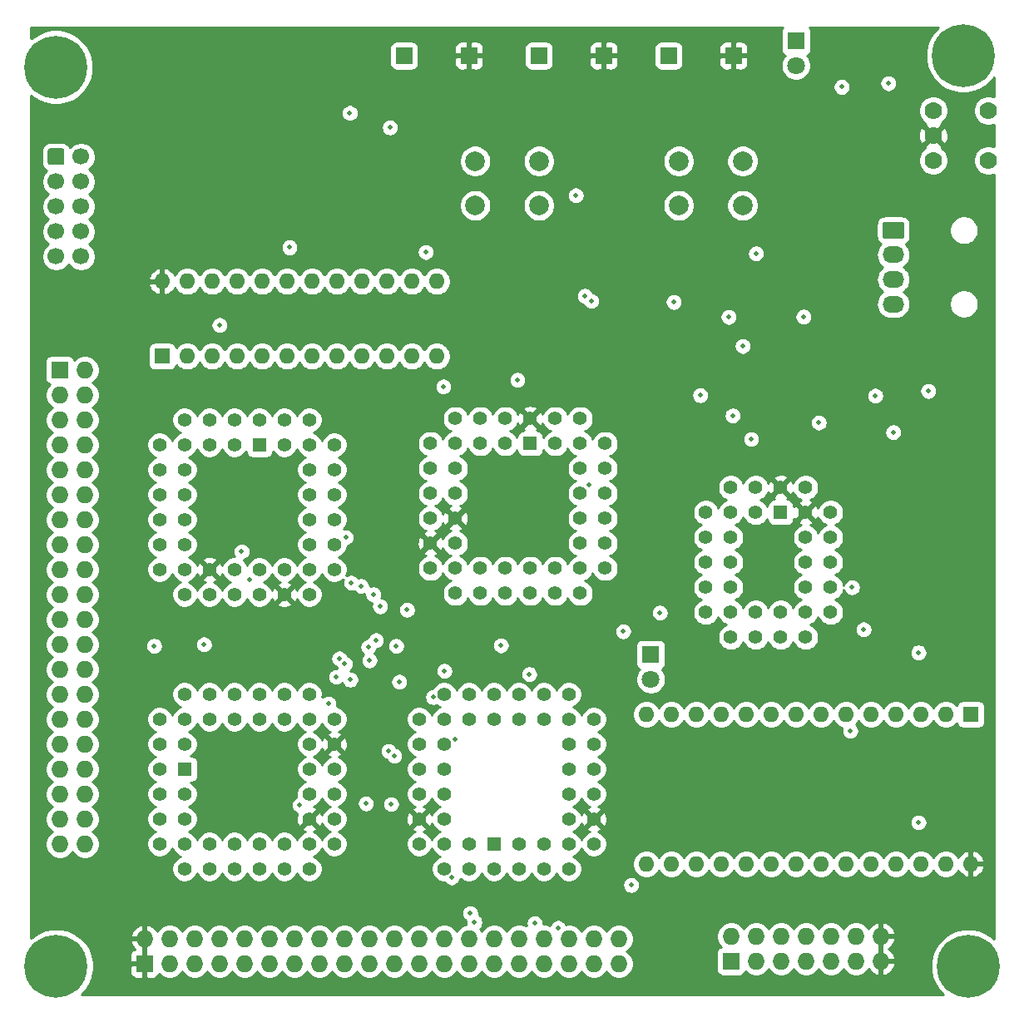
<source format=gbr>
G04 #@! TF.GenerationSoftware,KiCad,Pcbnew,5.1.5+dfsg1-2build2*
G04 #@! TF.CreationDate,2021-07-25T17:31:02+01:00*
G04 #@! TF.ProjectId,pluto,706c7574-6f2e-46b6-9963-61645f706362,rev?*
G04 #@! TF.SameCoordinates,Original*
G04 #@! TF.FileFunction,Copper,L3,Inr*
G04 #@! TF.FilePolarity,Positive*
%FSLAX46Y46*%
G04 Gerber Fmt 4.6, Leading zero omitted, Abs format (unit mm)*
G04 Created by KiCad (PCBNEW 5.1.5+dfsg1-2build2) date 2021-07-25 17:31:02*
%MOMM*%
%LPD*%
G04 APERTURE LIST*
%ADD10C,1.422400*%
%ADD11R,1.422400X1.422400*%
%ADD12C,1.700000*%
%ADD13C,0.100000*%
%ADD14R,1.800000X1.800000*%
%ADD15C,1.800000*%
%ADD16C,1.778000*%
%ADD17O,2.200000X1.700000*%
%ADD18R,1.727200X1.727200*%
%ADD19O,1.727200X1.727200*%
%ADD20C,6.400000*%
%ADD21C,2.000000*%
%ADD22O,1.600000X1.600000*%
%ADD23R,1.600000X1.600000*%
%ADD24R,1.700000X1.700000*%
%ADD25C,0.500000*%
%ADD26C,0.254000*%
G04 APERTURE END LIST*
D10*
X114300000Y-83185000D03*
X114300000Y-85725000D03*
X114300000Y-88265000D03*
X114300000Y-90805000D03*
X114300000Y-93345000D03*
X111760000Y-80645000D03*
X111760000Y-85725000D03*
X111760000Y-88265000D03*
X111760000Y-90805000D03*
X111760000Y-93345000D03*
X111760000Y-95885000D03*
X111760000Y-98425000D03*
X109220000Y-98425000D03*
X106680000Y-98425000D03*
X104140000Y-98425000D03*
X101600000Y-98425000D03*
X99060000Y-98425000D03*
X114300000Y-95885000D03*
X109220000Y-95885000D03*
X106680000Y-95885000D03*
X104140000Y-95885000D03*
X101600000Y-95885000D03*
X99060000Y-95885000D03*
X96520000Y-95885000D03*
X96520000Y-93345000D03*
X96520000Y-90805000D03*
X96520000Y-88265000D03*
X96520000Y-85725000D03*
X96520000Y-83185000D03*
X99060000Y-93345000D03*
X99060000Y-90805000D03*
X99060000Y-88265000D03*
X99060000Y-85725000D03*
X99060000Y-83185000D03*
X109220000Y-80645000D03*
X106680000Y-80645000D03*
X99060000Y-80645000D03*
X101600000Y-80645000D03*
X104140000Y-80645000D03*
X111760000Y-83185000D03*
X109220000Y-83185000D03*
X101600000Y-83185000D03*
X104140000Y-83185000D03*
D11*
X106680000Y-83185000D03*
D12*
X60960000Y-64135000D03*
X60960000Y-61595000D03*
X60960000Y-59055000D03*
X60960000Y-56515000D03*
X60960000Y-53975000D03*
X58420000Y-64135000D03*
X58420000Y-61595000D03*
X58420000Y-59055000D03*
X58420000Y-56515000D03*
G04 #@! TA.AperFunction,ViaPad*
D13*
G36*
X59044504Y-53126204D02*
G01*
X59068773Y-53129804D01*
X59092571Y-53135765D01*
X59115671Y-53144030D01*
X59137849Y-53154520D01*
X59158893Y-53167133D01*
X59178598Y-53181747D01*
X59196777Y-53198223D01*
X59213253Y-53216402D01*
X59227867Y-53236107D01*
X59240480Y-53257151D01*
X59250970Y-53279329D01*
X59259235Y-53302429D01*
X59265196Y-53326227D01*
X59268796Y-53350496D01*
X59270000Y-53375000D01*
X59270000Y-54575000D01*
X59268796Y-54599504D01*
X59265196Y-54623773D01*
X59259235Y-54647571D01*
X59250970Y-54670671D01*
X59240480Y-54692849D01*
X59227867Y-54713893D01*
X59213253Y-54733598D01*
X59196777Y-54751777D01*
X59178598Y-54768253D01*
X59158893Y-54782867D01*
X59137849Y-54795480D01*
X59115671Y-54805970D01*
X59092571Y-54814235D01*
X59068773Y-54820196D01*
X59044504Y-54823796D01*
X59020000Y-54825000D01*
X57820000Y-54825000D01*
X57795496Y-54823796D01*
X57771227Y-54820196D01*
X57747429Y-54814235D01*
X57724329Y-54805970D01*
X57702151Y-54795480D01*
X57681107Y-54782867D01*
X57661402Y-54768253D01*
X57643223Y-54751777D01*
X57626747Y-54733598D01*
X57612133Y-54713893D01*
X57599520Y-54692849D01*
X57589030Y-54670671D01*
X57580765Y-54647571D01*
X57574804Y-54623773D01*
X57571204Y-54599504D01*
X57570000Y-54575000D01*
X57570000Y-53375000D01*
X57571204Y-53350496D01*
X57574804Y-53326227D01*
X57580765Y-53302429D01*
X57589030Y-53279329D01*
X57599520Y-53257151D01*
X57612133Y-53236107D01*
X57626747Y-53216402D01*
X57643223Y-53198223D01*
X57661402Y-53181747D01*
X57681107Y-53167133D01*
X57702151Y-53154520D01*
X57724329Y-53144030D01*
X57747429Y-53135765D01*
X57771227Y-53129804D01*
X57795496Y-53126204D01*
X57820000Y-53125000D01*
X59020000Y-53125000D01*
X59044504Y-53126204D01*
G37*
G04 #@! TD.AperFunction*
D11*
X71501000Y-116332000D03*
D10*
X71501000Y-118872000D03*
X71501000Y-121412000D03*
X71501000Y-113792000D03*
X71501000Y-111252000D03*
X68961000Y-118872000D03*
X68961000Y-121412000D03*
X68961000Y-123952000D03*
X68961000Y-116332000D03*
X68961000Y-113792000D03*
X71501000Y-123952000D03*
X74041000Y-123952000D03*
X76581000Y-123952000D03*
X79121000Y-123952000D03*
X81661000Y-123952000D03*
X71501000Y-126492000D03*
X74041000Y-126492000D03*
X76581000Y-126492000D03*
X79121000Y-126492000D03*
X81661000Y-126492000D03*
X84201000Y-126492000D03*
X84201000Y-123952000D03*
X84201000Y-121412000D03*
X84201000Y-118872000D03*
X84201000Y-116332000D03*
X84201000Y-113792000D03*
X84201000Y-108712000D03*
X86741000Y-123952000D03*
X86741000Y-121412000D03*
X86741000Y-118872000D03*
X86741000Y-116332000D03*
X86741000Y-113792000D03*
X86741000Y-111252000D03*
X84201000Y-111252000D03*
X81661000Y-111252000D03*
X79121000Y-111252000D03*
X76581000Y-111252000D03*
X74041000Y-111252000D03*
X68961000Y-111252000D03*
X81661000Y-108712000D03*
X79121000Y-108712000D03*
X76581000Y-108712000D03*
X74041000Y-108712000D03*
X71501000Y-108712000D03*
X86741000Y-83312000D03*
X86741000Y-85852000D03*
X86741000Y-88392000D03*
X86741000Y-90932000D03*
X86741000Y-93472000D03*
X84201000Y-80772000D03*
X84201000Y-85852000D03*
X84201000Y-88392000D03*
X84201000Y-90932000D03*
X84201000Y-93472000D03*
X84201000Y-96012000D03*
X84201000Y-98552000D03*
X81661000Y-98552000D03*
X79121000Y-98552000D03*
X76581000Y-98552000D03*
X74041000Y-98552000D03*
X71501000Y-98552000D03*
X86741000Y-96012000D03*
X81661000Y-96012000D03*
X79121000Y-96012000D03*
X76581000Y-96012000D03*
X74041000Y-96012000D03*
X71501000Y-96012000D03*
X68961000Y-96012000D03*
X68961000Y-93472000D03*
X68961000Y-90932000D03*
X68961000Y-88392000D03*
X68961000Y-85852000D03*
X68961000Y-83312000D03*
X71501000Y-93472000D03*
X71501000Y-90932000D03*
X71501000Y-88392000D03*
X71501000Y-85852000D03*
X71501000Y-83312000D03*
X81661000Y-80772000D03*
X79121000Y-80772000D03*
X71501000Y-80772000D03*
X74041000Y-80772000D03*
X76581000Y-80772000D03*
X84201000Y-83312000D03*
X81661000Y-83312000D03*
X74041000Y-83312000D03*
X76581000Y-83312000D03*
D11*
X79121000Y-83312000D03*
D14*
X118948000Y-104648000D03*
D15*
X118948000Y-107188000D03*
D14*
X133731000Y-42164000D03*
D15*
X133731000Y-44704000D03*
D16*
X153289000Y-54356000D03*
X153289000Y-49276000D03*
X147701000Y-54356000D03*
X147701000Y-51816000D03*
X147701000Y-49276000D03*
G04 #@! TA.AperFunction,ViaPad*
D13*
G36*
X144511504Y-60619204D02*
G01*
X144535773Y-60622804D01*
X144559571Y-60628765D01*
X144582671Y-60637030D01*
X144604849Y-60647520D01*
X144625893Y-60660133D01*
X144645598Y-60674747D01*
X144663777Y-60691223D01*
X144680253Y-60709402D01*
X144694867Y-60729107D01*
X144707480Y-60750151D01*
X144717970Y-60772329D01*
X144726235Y-60795429D01*
X144732196Y-60819227D01*
X144735796Y-60843496D01*
X144737000Y-60868000D01*
X144737000Y-62068000D01*
X144735796Y-62092504D01*
X144732196Y-62116773D01*
X144726235Y-62140571D01*
X144717970Y-62163671D01*
X144707480Y-62185849D01*
X144694867Y-62206893D01*
X144680253Y-62226598D01*
X144663777Y-62244777D01*
X144645598Y-62261253D01*
X144625893Y-62275867D01*
X144604849Y-62288480D01*
X144582671Y-62298970D01*
X144559571Y-62307235D01*
X144535773Y-62313196D01*
X144511504Y-62316796D01*
X144487000Y-62318000D01*
X142787000Y-62318000D01*
X142762496Y-62316796D01*
X142738227Y-62313196D01*
X142714429Y-62307235D01*
X142691329Y-62298970D01*
X142669151Y-62288480D01*
X142648107Y-62275867D01*
X142628402Y-62261253D01*
X142610223Y-62244777D01*
X142593747Y-62226598D01*
X142579133Y-62206893D01*
X142566520Y-62185849D01*
X142556030Y-62163671D01*
X142547765Y-62140571D01*
X142541804Y-62116773D01*
X142538204Y-62092504D01*
X142537000Y-62068000D01*
X142537000Y-60868000D01*
X142538204Y-60843496D01*
X142541804Y-60819227D01*
X142547765Y-60795429D01*
X142556030Y-60772329D01*
X142566520Y-60750151D01*
X142579133Y-60729107D01*
X142593747Y-60709402D01*
X142610223Y-60691223D01*
X142628402Y-60674747D01*
X142648107Y-60660133D01*
X142669151Y-60647520D01*
X142691329Y-60637030D01*
X142714429Y-60628765D01*
X142738227Y-60622804D01*
X142762496Y-60619204D01*
X142787000Y-60618000D01*
X144487000Y-60618000D01*
X144511504Y-60619204D01*
G37*
G04 #@! TD.AperFunction*
D17*
X143637000Y-63968000D03*
X143637000Y-66468000D03*
X143637000Y-68968000D03*
D18*
X127127000Y-135890000D03*
D19*
X127127000Y-133350000D03*
X129667000Y-135890000D03*
X129667000Y-133350000D03*
X132207000Y-135890000D03*
X132207000Y-133350000D03*
X134747000Y-135890000D03*
X134747000Y-133350000D03*
X137287000Y-135890000D03*
X137287000Y-133350000D03*
X139827000Y-135890000D03*
X139827000Y-133350000D03*
X142367000Y-135890000D03*
X142367000Y-133350000D03*
D20*
X58394600Y-44856400D03*
X150749000Y-43688000D03*
X151257000Y-136398000D03*
X58420000Y-136398000D03*
D18*
X58801000Y-75692000D03*
D19*
X61341000Y-75692000D03*
X58801000Y-78232000D03*
X61341000Y-78232000D03*
X58801000Y-80772000D03*
X61341000Y-80772000D03*
X58801000Y-83312000D03*
X61341000Y-83312000D03*
X58801000Y-85852000D03*
X61341000Y-85852000D03*
X58801000Y-88392000D03*
X61341000Y-88392000D03*
X58801000Y-90932000D03*
X61341000Y-90932000D03*
X58801000Y-93472000D03*
X61341000Y-93472000D03*
X58801000Y-96012000D03*
X61341000Y-96012000D03*
X58801000Y-98552000D03*
X61341000Y-98552000D03*
X58801000Y-101092000D03*
X61341000Y-101092000D03*
X58801000Y-103632000D03*
X61341000Y-103632000D03*
X58801000Y-106172000D03*
X61341000Y-106172000D03*
X58801000Y-108712000D03*
X61341000Y-108712000D03*
X58801000Y-111252000D03*
X61341000Y-111252000D03*
X58801000Y-113792000D03*
X61341000Y-113792000D03*
X58801000Y-116332000D03*
X61341000Y-116332000D03*
X58801000Y-118872000D03*
X61341000Y-118872000D03*
X58801000Y-121412000D03*
X61341000Y-121412000D03*
X58801000Y-123952000D03*
X61341000Y-123952000D03*
D21*
X128293000Y-54428000D03*
X128293000Y-58928000D03*
X121793000Y-54428000D03*
X121793000Y-58928000D03*
X101069000Y-58928000D03*
X101069000Y-54428000D03*
X107569000Y-58928000D03*
X107569000Y-54428000D03*
D10*
X95377000Y-123952000D03*
X95377000Y-121412000D03*
X95377000Y-118872000D03*
X95377000Y-116332000D03*
X95377000Y-113792000D03*
X97917000Y-126492000D03*
X97917000Y-121412000D03*
X97917000Y-118872000D03*
X97917000Y-116332000D03*
X97917000Y-113792000D03*
X97917000Y-111252000D03*
X97917000Y-108712000D03*
X100457000Y-108712000D03*
X102997000Y-108712000D03*
X105537000Y-108712000D03*
X108077000Y-108712000D03*
X110617000Y-108712000D03*
X95377000Y-111252000D03*
X100457000Y-111252000D03*
X102997000Y-111252000D03*
X105537000Y-111252000D03*
X108077000Y-111252000D03*
X110617000Y-111252000D03*
X113157000Y-111252000D03*
X113157000Y-113792000D03*
X113157000Y-116332000D03*
X113157000Y-118872000D03*
X113157000Y-121412000D03*
X113157000Y-123952000D03*
X110617000Y-113792000D03*
X110617000Y-116332000D03*
X110617000Y-118872000D03*
X110617000Y-121412000D03*
X110617000Y-123952000D03*
X100457000Y-126492000D03*
X102997000Y-126492000D03*
X110617000Y-126492000D03*
X108077000Y-126492000D03*
X105537000Y-126492000D03*
X97917000Y-123952000D03*
X100457000Y-123952000D03*
X108077000Y-123952000D03*
X105537000Y-123952000D03*
D11*
X102997000Y-123952000D03*
D22*
X151511000Y-125984000D03*
X118491000Y-110744000D03*
X148971000Y-125984000D03*
X121031000Y-110744000D03*
X146431000Y-125984000D03*
X123571000Y-110744000D03*
X143891000Y-125984000D03*
X126111000Y-110744000D03*
X141351000Y-125984000D03*
X128651000Y-110744000D03*
X138811000Y-125984000D03*
X131191000Y-110744000D03*
X136271000Y-125984000D03*
X133731000Y-110744000D03*
X133731000Y-125984000D03*
X136271000Y-110744000D03*
X131191000Y-125984000D03*
X138811000Y-110744000D03*
X128651000Y-125984000D03*
X141351000Y-110744000D03*
X126111000Y-125984000D03*
X143891000Y-110744000D03*
X123571000Y-125984000D03*
X146431000Y-110744000D03*
X121031000Y-125984000D03*
X148971000Y-110744000D03*
X118491000Y-125984000D03*
D23*
X151511000Y-110744000D03*
X69215000Y-74295000D03*
D22*
X97155000Y-66675000D03*
X71755000Y-74295000D03*
X94615000Y-66675000D03*
X74295000Y-74295000D03*
X92075000Y-66675000D03*
X76835000Y-74295000D03*
X89535000Y-66675000D03*
X79375000Y-74295000D03*
X86995000Y-66675000D03*
X81915000Y-74295000D03*
X84455000Y-66675000D03*
X84455000Y-74295000D03*
X81915000Y-66675000D03*
X86995000Y-74295000D03*
X79375000Y-66675000D03*
X89535000Y-74295000D03*
X76835000Y-66675000D03*
X92075000Y-74295000D03*
X74295000Y-66675000D03*
X94615000Y-74295000D03*
X71755000Y-66675000D03*
X97155000Y-74295000D03*
X69215000Y-66675000D03*
D24*
X127381000Y-43688000D03*
X120777000Y-43688000D03*
X114173000Y-43688000D03*
X107569000Y-43688000D03*
X100457000Y-43688000D03*
X93853000Y-43688000D03*
D10*
X134706300Y-90198600D03*
X132166300Y-87658600D03*
X134706300Y-87658600D03*
X134706300Y-92738600D03*
X134706300Y-95278600D03*
X134706300Y-97818600D03*
X134706300Y-100358600D03*
X134706300Y-102898600D03*
X132166300Y-102898600D03*
X137246300Y-90198600D03*
X137246300Y-92738600D03*
X137246300Y-95278600D03*
X137246300Y-97818600D03*
X137246300Y-100358600D03*
X132166300Y-100358600D03*
X129626300Y-100358600D03*
X127086300Y-100358600D03*
X124546300Y-100358600D03*
X124546300Y-97818600D03*
X124546300Y-95278600D03*
X124546300Y-92738600D03*
X129626300Y-102898600D03*
X127086300Y-102898600D03*
X127086300Y-97818600D03*
X127086300Y-95278600D03*
X127086300Y-92738600D03*
X127086300Y-90198600D03*
X127086300Y-87658600D03*
X129626300Y-87658600D03*
X124546300Y-90198600D03*
X129626300Y-90198600D03*
D11*
X132166300Y-90198600D03*
D18*
X67437000Y-136144000D03*
D19*
X67437000Y-133604000D03*
X69977000Y-136144000D03*
X69977000Y-133604000D03*
X72517000Y-136144000D03*
X72517000Y-133604000D03*
X75057000Y-136144000D03*
X75057000Y-133604000D03*
X77597000Y-136144000D03*
X77597000Y-133604000D03*
X80137000Y-136144000D03*
X80137000Y-133604000D03*
X82677000Y-136144000D03*
X82677000Y-133604000D03*
X85217000Y-136144000D03*
X85217000Y-133604000D03*
X87757000Y-136144000D03*
X87757000Y-133604000D03*
X90297000Y-136144000D03*
X90297000Y-133604000D03*
X92837000Y-136144000D03*
X92837000Y-133604000D03*
X95377000Y-136144000D03*
X95377000Y-133604000D03*
X97917000Y-136144000D03*
X97917000Y-133604000D03*
X100457000Y-136144000D03*
X100457000Y-133604000D03*
X102997000Y-136144000D03*
X102997000Y-133604000D03*
X105537000Y-136144000D03*
X105537000Y-133604000D03*
X108077000Y-136144000D03*
X108077000Y-133604000D03*
X110617000Y-136144000D03*
X110617000Y-133604000D03*
X113157000Y-136144000D03*
X113157000Y-133604000D03*
X115697000Y-136144000D03*
X115697000Y-133604000D03*
D25*
X146189000Y-121757000D03*
X141811000Y-78314400D03*
X138376000Y-46868300D03*
X111322000Y-57907100D03*
X121285000Y-68779100D03*
X134493000Y-70258500D03*
X143129000Y-46501300D03*
X123978000Y-78275100D03*
X129163000Y-82723400D03*
X126873000Y-70297500D03*
X136057000Y-81049700D03*
X88314000Y-49530000D03*
X89945800Y-119837000D03*
X146196000Y-104450000D03*
X75057000Y-71120000D03*
X143617000Y-82020600D03*
X140628000Y-102100000D03*
X127269000Y-80325700D03*
X147188000Y-77844200D03*
X92383700Y-51008600D03*
X105377000Y-76693200D03*
X73478000Y-103631000D03*
X68404800Y-103771000D03*
X129649000Y-63813900D03*
X148567000Y-72981700D03*
X143617000Y-72987800D03*
X70459800Y-103771000D03*
X119541000Y-83347100D03*
X135407000Y-75770300D03*
X131823000Y-65082900D03*
X89740000Y-47556400D03*
X93980000Y-49080100D03*
X124333000Y-61883300D03*
X126162000Y-83443800D03*
X133731000Y-51423900D03*
X143129000Y-48551400D03*
X131850000Y-119245000D03*
X58653100Y-130840000D03*
X124946000Y-116341000D03*
X148254000Y-104378000D03*
X89935300Y-121901000D03*
X107414000Y-76221200D03*
X131220000Y-83431800D03*
X150333000Y-84794100D03*
X148248000Y-121251000D03*
X76835000Y-54491300D03*
X101757000Y-68434000D03*
X126656000Y-107028000D03*
X72517000Y-71120000D03*
X136713000Y-78076500D03*
X142205000Y-77344400D03*
X114850000Y-58143500D03*
X124080000Y-83356600D03*
X138371000Y-50315600D03*
X134135000Y-80279400D03*
X93345400Y-107433000D03*
X92523600Y-119892000D03*
X97837400Y-77382900D03*
X128295000Y-73253500D03*
X88466800Y-97356500D03*
X86933100Y-106940000D03*
X87805000Y-105621000D03*
X89472800Y-97683800D03*
X98677700Y-127354000D03*
X139248000Y-112444000D03*
X107119000Y-132037000D03*
X112673000Y-87382700D03*
X109505000Y-132501000D03*
X92848300Y-114958000D03*
X92255300Y-114497000D03*
X96788400Y-109009000D03*
X90979500Y-103200000D03*
X99036900Y-113269000D03*
X90191100Y-103877000D03*
X78138800Y-97034800D03*
X87917700Y-92731000D03*
X93035200Y-103778000D03*
X119882000Y-100396000D03*
X97945500Y-106321000D03*
X91398700Y-99774100D03*
X116145000Y-102312000D03*
X90690500Y-98524700D03*
X77306900Y-94175000D03*
X100577000Y-130997000D03*
X86125000Y-109649000D03*
X139444000Y-97818600D03*
X82173700Y-63206600D03*
X94147100Y-100106000D03*
X88367700Y-107227000D03*
X87233400Y-105070000D03*
X90316700Y-105276000D03*
X103696000Y-103728000D03*
X106577000Y-106650000D03*
X83220600Y-119997000D03*
X101007000Y-131912000D03*
X116946000Y-128144000D03*
X112885000Y-68669900D03*
X96035100Y-63688100D03*
X112243000Y-68140600D03*
D26*
G36*
X132300463Y-40909506D02*
G01*
X132241498Y-41019820D01*
X132205188Y-41139518D01*
X132192928Y-41264000D01*
X132192928Y-43064000D01*
X132205188Y-43188482D01*
X132241498Y-43308180D01*
X132300463Y-43418494D01*
X132379815Y-43515185D01*
X132476506Y-43594537D01*
X132586820Y-43653502D01*
X132605127Y-43659056D01*
X132538688Y-43725495D01*
X132370701Y-43976905D01*
X132254989Y-44256257D01*
X132196000Y-44552816D01*
X132196000Y-44855184D01*
X132254989Y-45151743D01*
X132370701Y-45431095D01*
X132538688Y-45682505D01*
X132752495Y-45896312D01*
X133003905Y-46064299D01*
X133283257Y-46180011D01*
X133579816Y-46239000D01*
X133882184Y-46239000D01*
X134178743Y-46180011D01*
X134458095Y-46064299D01*
X134709505Y-45896312D01*
X134923312Y-45682505D01*
X135091299Y-45431095D01*
X135207011Y-45151743D01*
X135266000Y-44855184D01*
X135266000Y-44552816D01*
X135207011Y-44256257D01*
X135091299Y-43976905D01*
X134923312Y-43725495D01*
X134856873Y-43659056D01*
X134875180Y-43653502D01*
X134985494Y-43594537D01*
X135082185Y-43515185D01*
X135161537Y-43418494D01*
X135220502Y-43308180D01*
X135256812Y-43188482D01*
X135269072Y-43064000D01*
X135269072Y-41264000D01*
X135256812Y-41139518D01*
X135220502Y-41019820D01*
X135161537Y-40909506D01*
X135085620Y-40817000D01*
X148196491Y-40817000D01*
X147770161Y-41243330D01*
X147350467Y-41871446D01*
X147061377Y-42569372D01*
X146914000Y-43310285D01*
X146914000Y-44065715D01*
X147061377Y-44806628D01*
X147350467Y-45504554D01*
X147770161Y-46132670D01*
X148304330Y-46666839D01*
X148932446Y-47086533D01*
X149630372Y-47375623D01*
X150371285Y-47523000D01*
X151126715Y-47523000D01*
X151867628Y-47375623D01*
X152565554Y-47086533D01*
X153193670Y-46666839D01*
X153727839Y-46132670D01*
X153874000Y-45913925D01*
X153874000Y-47868749D01*
X153733534Y-47810566D01*
X153439101Y-47752000D01*
X153138899Y-47752000D01*
X152844466Y-47810566D01*
X152567115Y-47925449D01*
X152317507Y-48092232D01*
X152105232Y-48304507D01*
X151938449Y-48554115D01*
X151823566Y-48831466D01*
X151765000Y-49125899D01*
X151765000Y-49426101D01*
X151823566Y-49720534D01*
X151938449Y-49997885D01*
X152105232Y-50247493D01*
X152317507Y-50459768D01*
X152567115Y-50626551D01*
X152844466Y-50741434D01*
X153138899Y-50800000D01*
X153439101Y-50800000D01*
X153733534Y-50741434D01*
X153874000Y-50683251D01*
X153874000Y-52948749D01*
X153733534Y-52890566D01*
X153439101Y-52832000D01*
X153138899Y-52832000D01*
X152844466Y-52890566D01*
X152567115Y-53005449D01*
X152317507Y-53172232D01*
X152105232Y-53384507D01*
X151938449Y-53634115D01*
X151823566Y-53911466D01*
X151765000Y-54205899D01*
X151765000Y-54506101D01*
X151823566Y-54800534D01*
X151938449Y-55077885D01*
X152105232Y-55327493D01*
X152317507Y-55539768D01*
X152567115Y-55706551D01*
X152844466Y-55821434D01*
X153138899Y-55880000D01*
X153439101Y-55880000D01*
X153733534Y-55821434D01*
X153874000Y-55763251D01*
X153874001Y-133591492D01*
X153701670Y-133419161D01*
X153073554Y-132999467D01*
X152375628Y-132710377D01*
X151634715Y-132563000D01*
X150879285Y-132563000D01*
X150138372Y-132710377D01*
X149440446Y-132999467D01*
X148812330Y-133419161D01*
X148278161Y-133953330D01*
X147858467Y-134581446D01*
X147569377Y-135279372D01*
X147422000Y-136020285D01*
X147422000Y-136775715D01*
X147569377Y-137516628D01*
X147858467Y-138214554D01*
X148278161Y-138842670D01*
X148704491Y-139269000D01*
X60972509Y-139269000D01*
X61398839Y-138842670D01*
X61818533Y-138214554D01*
X62107623Y-137516628D01*
X62208875Y-137007600D01*
X65935328Y-137007600D01*
X65947588Y-137132082D01*
X65983898Y-137251780D01*
X66042863Y-137362094D01*
X66122215Y-137458785D01*
X66218906Y-137538137D01*
X66329220Y-137597102D01*
X66448918Y-137633412D01*
X66573400Y-137645672D01*
X67151250Y-137642600D01*
X67310000Y-137483850D01*
X67310000Y-136271000D01*
X66097150Y-136271000D01*
X65938400Y-136429750D01*
X65935328Y-137007600D01*
X62208875Y-137007600D01*
X62255000Y-136775715D01*
X62255000Y-136020285D01*
X62107828Y-135280400D01*
X65935328Y-135280400D01*
X65938400Y-135858250D01*
X66097150Y-136017000D01*
X67310000Y-136017000D01*
X67310000Y-133731000D01*
X66102536Y-133731000D01*
X65982037Y-133963027D01*
X66080036Y-134239978D01*
X66230183Y-134492488D01*
X66391692Y-134671947D01*
X66329220Y-134690898D01*
X66218906Y-134749863D01*
X66122215Y-134829215D01*
X66042863Y-134925906D01*
X65983898Y-135036220D01*
X65947588Y-135155918D01*
X65935328Y-135280400D01*
X62107828Y-135280400D01*
X62107623Y-135279372D01*
X61818533Y-134581446D01*
X61398839Y-133953330D01*
X60864670Y-133419161D01*
X60603980Y-133244973D01*
X65982037Y-133244973D01*
X66102536Y-133477000D01*
X67310000Y-133477000D01*
X67310000Y-132270183D01*
X67564000Y-132270183D01*
X67564000Y-133477000D01*
X67584000Y-133477000D01*
X67584000Y-133731000D01*
X67564000Y-133731000D01*
X67564000Y-136017000D01*
X67584000Y-136017000D01*
X67584000Y-136271000D01*
X67564000Y-136271000D01*
X67564000Y-137483850D01*
X67722750Y-137642600D01*
X68300600Y-137645672D01*
X68425082Y-137633412D01*
X68544780Y-137597102D01*
X68655094Y-137538137D01*
X68751785Y-137458785D01*
X68831137Y-137362094D01*
X68890102Y-137251780D01*
X68907636Y-137193977D01*
X69021698Y-137308039D01*
X69267147Y-137472042D01*
X69539875Y-137585010D01*
X69829401Y-137642600D01*
X70124599Y-137642600D01*
X70414125Y-137585010D01*
X70686853Y-137472042D01*
X70932302Y-137308039D01*
X71141039Y-137099302D01*
X71247000Y-136940719D01*
X71352961Y-137099302D01*
X71561698Y-137308039D01*
X71807147Y-137472042D01*
X72079875Y-137585010D01*
X72369401Y-137642600D01*
X72664599Y-137642600D01*
X72954125Y-137585010D01*
X73226853Y-137472042D01*
X73472302Y-137308039D01*
X73681039Y-137099302D01*
X73787000Y-136940719D01*
X73892961Y-137099302D01*
X74101698Y-137308039D01*
X74347147Y-137472042D01*
X74619875Y-137585010D01*
X74909401Y-137642600D01*
X75204599Y-137642600D01*
X75494125Y-137585010D01*
X75766853Y-137472042D01*
X76012302Y-137308039D01*
X76221039Y-137099302D01*
X76327000Y-136940719D01*
X76432961Y-137099302D01*
X76641698Y-137308039D01*
X76887147Y-137472042D01*
X77159875Y-137585010D01*
X77449401Y-137642600D01*
X77744599Y-137642600D01*
X78034125Y-137585010D01*
X78306853Y-137472042D01*
X78552302Y-137308039D01*
X78761039Y-137099302D01*
X78867000Y-136940719D01*
X78972961Y-137099302D01*
X79181698Y-137308039D01*
X79427147Y-137472042D01*
X79699875Y-137585010D01*
X79989401Y-137642600D01*
X80284599Y-137642600D01*
X80574125Y-137585010D01*
X80846853Y-137472042D01*
X81092302Y-137308039D01*
X81301039Y-137099302D01*
X81407000Y-136940719D01*
X81512961Y-137099302D01*
X81721698Y-137308039D01*
X81967147Y-137472042D01*
X82239875Y-137585010D01*
X82529401Y-137642600D01*
X82824599Y-137642600D01*
X83114125Y-137585010D01*
X83386853Y-137472042D01*
X83632302Y-137308039D01*
X83841039Y-137099302D01*
X83947000Y-136940719D01*
X84052961Y-137099302D01*
X84261698Y-137308039D01*
X84507147Y-137472042D01*
X84779875Y-137585010D01*
X85069401Y-137642600D01*
X85364599Y-137642600D01*
X85654125Y-137585010D01*
X85926853Y-137472042D01*
X86172302Y-137308039D01*
X86381039Y-137099302D01*
X86487000Y-136940719D01*
X86592961Y-137099302D01*
X86801698Y-137308039D01*
X87047147Y-137472042D01*
X87319875Y-137585010D01*
X87609401Y-137642600D01*
X87904599Y-137642600D01*
X88194125Y-137585010D01*
X88466853Y-137472042D01*
X88712302Y-137308039D01*
X88921039Y-137099302D01*
X89027000Y-136940719D01*
X89132961Y-137099302D01*
X89341698Y-137308039D01*
X89587147Y-137472042D01*
X89859875Y-137585010D01*
X90149401Y-137642600D01*
X90444599Y-137642600D01*
X90734125Y-137585010D01*
X91006853Y-137472042D01*
X91252302Y-137308039D01*
X91461039Y-137099302D01*
X91567000Y-136940719D01*
X91672961Y-137099302D01*
X91881698Y-137308039D01*
X92127147Y-137472042D01*
X92399875Y-137585010D01*
X92689401Y-137642600D01*
X92984599Y-137642600D01*
X93274125Y-137585010D01*
X93546853Y-137472042D01*
X93792302Y-137308039D01*
X94001039Y-137099302D01*
X94107000Y-136940719D01*
X94212961Y-137099302D01*
X94421698Y-137308039D01*
X94667147Y-137472042D01*
X94939875Y-137585010D01*
X95229401Y-137642600D01*
X95524599Y-137642600D01*
X95814125Y-137585010D01*
X96086853Y-137472042D01*
X96332302Y-137308039D01*
X96541039Y-137099302D01*
X96647000Y-136940719D01*
X96752961Y-137099302D01*
X96961698Y-137308039D01*
X97207147Y-137472042D01*
X97479875Y-137585010D01*
X97769401Y-137642600D01*
X98064599Y-137642600D01*
X98354125Y-137585010D01*
X98626853Y-137472042D01*
X98872302Y-137308039D01*
X99081039Y-137099302D01*
X99187000Y-136940719D01*
X99292961Y-137099302D01*
X99501698Y-137308039D01*
X99747147Y-137472042D01*
X100019875Y-137585010D01*
X100309401Y-137642600D01*
X100604599Y-137642600D01*
X100894125Y-137585010D01*
X101166853Y-137472042D01*
X101412302Y-137308039D01*
X101621039Y-137099302D01*
X101727000Y-136940719D01*
X101832961Y-137099302D01*
X102041698Y-137308039D01*
X102287147Y-137472042D01*
X102559875Y-137585010D01*
X102849401Y-137642600D01*
X103144599Y-137642600D01*
X103434125Y-137585010D01*
X103706853Y-137472042D01*
X103952302Y-137308039D01*
X104161039Y-137099302D01*
X104267000Y-136940719D01*
X104372961Y-137099302D01*
X104581698Y-137308039D01*
X104827147Y-137472042D01*
X105099875Y-137585010D01*
X105389401Y-137642600D01*
X105684599Y-137642600D01*
X105974125Y-137585010D01*
X106246853Y-137472042D01*
X106492302Y-137308039D01*
X106701039Y-137099302D01*
X106807000Y-136940719D01*
X106912961Y-137099302D01*
X107121698Y-137308039D01*
X107367147Y-137472042D01*
X107639875Y-137585010D01*
X107929401Y-137642600D01*
X108224599Y-137642600D01*
X108514125Y-137585010D01*
X108786853Y-137472042D01*
X109032302Y-137308039D01*
X109241039Y-137099302D01*
X109347000Y-136940719D01*
X109452961Y-137099302D01*
X109661698Y-137308039D01*
X109907147Y-137472042D01*
X110179875Y-137585010D01*
X110469401Y-137642600D01*
X110764599Y-137642600D01*
X111054125Y-137585010D01*
X111326853Y-137472042D01*
X111572302Y-137308039D01*
X111781039Y-137099302D01*
X111887000Y-136940719D01*
X111992961Y-137099302D01*
X112201698Y-137308039D01*
X112447147Y-137472042D01*
X112719875Y-137585010D01*
X113009401Y-137642600D01*
X113304599Y-137642600D01*
X113594125Y-137585010D01*
X113866853Y-137472042D01*
X114112302Y-137308039D01*
X114321039Y-137099302D01*
X114427000Y-136940719D01*
X114532961Y-137099302D01*
X114741698Y-137308039D01*
X114987147Y-137472042D01*
X115259875Y-137585010D01*
X115549401Y-137642600D01*
X115844599Y-137642600D01*
X116134125Y-137585010D01*
X116406853Y-137472042D01*
X116652302Y-137308039D01*
X116861039Y-137099302D01*
X117025042Y-136853853D01*
X117138010Y-136581125D01*
X117195600Y-136291599D01*
X117195600Y-135996401D01*
X117138010Y-135706875D01*
X117025042Y-135434147D01*
X116861039Y-135188698D01*
X116698741Y-135026400D01*
X125625328Y-135026400D01*
X125625328Y-136753600D01*
X125637588Y-136878082D01*
X125673898Y-136997780D01*
X125732863Y-137108094D01*
X125812215Y-137204785D01*
X125908906Y-137284137D01*
X126019220Y-137343102D01*
X126138918Y-137379412D01*
X126263400Y-137391672D01*
X127990600Y-137391672D01*
X128115082Y-137379412D01*
X128234780Y-137343102D01*
X128345094Y-137284137D01*
X128441785Y-137204785D01*
X128521137Y-137108094D01*
X128580102Y-136997780D01*
X128597636Y-136939977D01*
X128711698Y-137054039D01*
X128957147Y-137218042D01*
X129229875Y-137331010D01*
X129519401Y-137388600D01*
X129814599Y-137388600D01*
X130104125Y-137331010D01*
X130376853Y-137218042D01*
X130622302Y-137054039D01*
X130831039Y-136845302D01*
X130937000Y-136686719D01*
X131042961Y-136845302D01*
X131251698Y-137054039D01*
X131497147Y-137218042D01*
X131769875Y-137331010D01*
X132059401Y-137388600D01*
X132354599Y-137388600D01*
X132644125Y-137331010D01*
X132916853Y-137218042D01*
X133162302Y-137054039D01*
X133371039Y-136845302D01*
X133477000Y-136686719D01*
X133582961Y-136845302D01*
X133791698Y-137054039D01*
X134037147Y-137218042D01*
X134309875Y-137331010D01*
X134599401Y-137388600D01*
X134894599Y-137388600D01*
X135184125Y-137331010D01*
X135456853Y-137218042D01*
X135702302Y-137054039D01*
X135911039Y-136845302D01*
X136017000Y-136686719D01*
X136122961Y-136845302D01*
X136331698Y-137054039D01*
X136577147Y-137218042D01*
X136849875Y-137331010D01*
X137139401Y-137388600D01*
X137434599Y-137388600D01*
X137724125Y-137331010D01*
X137996853Y-137218042D01*
X138242302Y-137054039D01*
X138451039Y-136845302D01*
X138557000Y-136686719D01*
X138662961Y-136845302D01*
X138871698Y-137054039D01*
X139117147Y-137218042D01*
X139389875Y-137331010D01*
X139679401Y-137388600D01*
X139974599Y-137388600D01*
X140264125Y-137331010D01*
X140536853Y-137218042D01*
X140782302Y-137054039D01*
X140991039Y-136845302D01*
X141101559Y-136679897D01*
X141160183Y-136778488D01*
X141356707Y-136996854D01*
X141592056Y-137172684D01*
X141857186Y-137299222D01*
X142007974Y-137344958D01*
X142240000Y-137223817D01*
X142240000Y-136017000D01*
X142494000Y-136017000D01*
X142494000Y-137223817D01*
X142726026Y-137344958D01*
X142876814Y-137299222D01*
X143141944Y-137172684D01*
X143377293Y-136996854D01*
X143573817Y-136778488D01*
X143723964Y-136525978D01*
X143821963Y-136249027D01*
X143701464Y-136017000D01*
X142494000Y-136017000D01*
X142240000Y-136017000D01*
X142220000Y-136017000D01*
X142220000Y-135763000D01*
X142240000Y-135763000D01*
X142240000Y-133477000D01*
X142494000Y-133477000D01*
X142494000Y-135763000D01*
X143701464Y-135763000D01*
X143821963Y-135530973D01*
X143723964Y-135254022D01*
X143573817Y-135001512D01*
X143377293Y-134783146D01*
X143158922Y-134620000D01*
X143377293Y-134456854D01*
X143573817Y-134238488D01*
X143723964Y-133985978D01*
X143821963Y-133709027D01*
X143701464Y-133477000D01*
X142494000Y-133477000D01*
X142240000Y-133477000D01*
X142220000Y-133477000D01*
X142220000Y-133223000D01*
X142240000Y-133223000D01*
X142240000Y-132016183D01*
X142494000Y-132016183D01*
X142494000Y-133223000D01*
X143701464Y-133223000D01*
X143821963Y-132990973D01*
X143723964Y-132714022D01*
X143573817Y-132461512D01*
X143377293Y-132243146D01*
X143141944Y-132067316D01*
X142876814Y-131940778D01*
X142726026Y-131895042D01*
X142494000Y-132016183D01*
X142240000Y-132016183D01*
X142007974Y-131895042D01*
X141857186Y-131940778D01*
X141592056Y-132067316D01*
X141356707Y-132243146D01*
X141160183Y-132461512D01*
X141101559Y-132560103D01*
X140991039Y-132394698D01*
X140782302Y-132185961D01*
X140536853Y-132021958D01*
X140264125Y-131908990D01*
X139974599Y-131851400D01*
X139679401Y-131851400D01*
X139389875Y-131908990D01*
X139117147Y-132021958D01*
X138871698Y-132185961D01*
X138662961Y-132394698D01*
X138557000Y-132553281D01*
X138451039Y-132394698D01*
X138242302Y-132185961D01*
X137996853Y-132021958D01*
X137724125Y-131908990D01*
X137434599Y-131851400D01*
X137139401Y-131851400D01*
X136849875Y-131908990D01*
X136577147Y-132021958D01*
X136331698Y-132185961D01*
X136122961Y-132394698D01*
X136017000Y-132553281D01*
X135911039Y-132394698D01*
X135702302Y-132185961D01*
X135456853Y-132021958D01*
X135184125Y-131908990D01*
X134894599Y-131851400D01*
X134599401Y-131851400D01*
X134309875Y-131908990D01*
X134037147Y-132021958D01*
X133791698Y-132185961D01*
X133582961Y-132394698D01*
X133477000Y-132553281D01*
X133371039Y-132394698D01*
X133162302Y-132185961D01*
X132916853Y-132021958D01*
X132644125Y-131908990D01*
X132354599Y-131851400D01*
X132059401Y-131851400D01*
X131769875Y-131908990D01*
X131497147Y-132021958D01*
X131251698Y-132185961D01*
X131042961Y-132394698D01*
X130937000Y-132553281D01*
X130831039Y-132394698D01*
X130622302Y-132185961D01*
X130376853Y-132021958D01*
X130104125Y-131908990D01*
X129814599Y-131851400D01*
X129519401Y-131851400D01*
X129229875Y-131908990D01*
X128957147Y-132021958D01*
X128711698Y-132185961D01*
X128502961Y-132394698D01*
X128397000Y-132553281D01*
X128291039Y-132394698D01*
X128082302Y-132185961D01*
X127836853Y-132021958D01*
X127564125Y-131908990D01*
X127274599Y-131851400D01*
X126979401Y-131851400D01*
X126689875Y-131908990D01*
X126417147Y-132021958D01*
X126171698Y-132185961D01*
X125962961Y-132394698D01*
X125798958Y-132640147D01*
X125685990Y-132912875D01*
X125628400Y-133202401D01*
X125628400Y-133497599D01*
X125685990Y-133787125D01*
X125798958Y-134059853D01*
X125962961Y-134305302D01*
X126077023Y-134419364D01*
X126019220Y-134436898D01*
X125908906Y-134495863D01*
X125812215Y-134575215D01*
X125732863Y-134671906D01*
X125673898Y-134782220D01*
X125637588Y-134901918D01*
X125625328Y-135026400D01*
X116698741Y-135026400D01*
X116652302Y-134979961D01*
X116493719Y-134874000D01*
X116652302Y-134768039D01*
X116861039Y-134559302D01*
X117025042Y-134313853D01*
X117138010Y-134041125D01*
X117195600Y-133751599D01*
X117195600Y-133456401D01*
X117138010Y-133166875D01*
X117025042Y-132894147D01*
X116861039Y-132648698D01*
X116652302Y-132439961D01*
X116406853Y-132275958D01*
X116134125Y-132162990D01*
X115844599Y-132105400D01*
X115549401Y-132105400D01*
X115259875Y-132162990D01*
X114987147Y-132275958D01*
X114741698Y-132439961D01*
X114532961Y-132648698D01*
X114427000Y-132807281D01*
X114321039Y-132648698D01*
X114112302Y-132439961D01*
X113866853Y-132275958D01*
X113594125Y-132162990D01*
X113304599Y-132105400D01*
X113009401Y-132105400D01*
X112719875Y-132162990D01*
X112447147Y-132275958D01*
X112201698Y-132439961D01*
X111992961Y-132648698D01*
X111887000Y-132807281D01*
X111781039Y-132648698D01*
X111572302Y-132439961D01*
X111326853Y-132275958D01*
X111054125Y-132162990D01*
X110764599Y-132105400D01*
X110469401Y-132105400D01*
X110312021Y-132136705D01*
X110289277Y-132081795D01*
X110192424Y-131936845D01*
X110069155Y-131813576D01*
X109924205Y-131716723D01*
X109763145Y-131650010D01*
X109592165Y-131616000D01*
X109417835Y-131616000D01*
X109246855Y-131650010D01*
X109085795Y-131716723D01*
X108940845Y-131813576D01*
X108817576Y-131936845D01*
X108720723Y-132081795D01*
X108661761Y-132224143D01*
X108514125Y-132162990D01*
X108224599Y-132105400D01*
X108004000Y-132105400D01*
X108004000Y-131949835D01*
X107969990Y-131778855D01*
X107903277Y-131617795D01*
X107806424Y-131472845D01*
X107683155Y-131349576D01*
X107538205Y-131252723D01*
X107377145Y-131186010D01*
X107206165Y-131152000D01*
X107031835Y-131152000D01*
X106860855Y-131186010D01*
X106699795Y-131252723D01*
X106554845Y-131349576D01*
X106431576Y-131472845D01*
X106334723Y-131617795D01*
X106268010Y-131778855D01*
X106234000Y-131949835D01*
X106234000Y-132124165D01*
X106266851Y-132289320D01*
X106246853Y-132275958D01*
X105974125Y-132162990D01*
X105684599Y-132105400D01*
X105389401Y-132105400D01*
X105099875Y-132162990D01*
X104827147Y-132275958D01*
X104581698Y-132439961D01*
X104372961Y-132648698D01*
X104267000Y-132807281D01*
X104161039Y-132648698D01*
X103952302Y-132439961D01*
X103706853Y-132275958D01*
X103434125Y-132162990D01*
X103144599Y-132105400D01*
X102849401Y-132105400D01*
X102559875Y-132162990D01*
X102287147Y-132275958D01*
X102041698Y-132439961D01*
X101832961Y-132648698D01*
X101727000Y-132807281D01*
X101621039Y-132648698D01*
X101571460Y-132599119D01*
X101694424Y-132476155D01*
X101791277Y-132331205D01*
X101857990Y-132170145D01*
X101892000Y-131999165D01*
X101892000Y-131824835D01*
X101857990Y-131653855D01*
X101791277Y-131492795D01*
X101694424Y-131347845D01*
X101571155Y-131224576D01*
X101450153Y-131143725D01*
X101462000Y-131084165D01*
X101462000Y-130909835D01*
X101427990Y-130738855D01*
X101361277Y-130577795D01*
X101264424Y-130432845D01*
X101141155Y-130309576D01*
X100996205Y-130212723D01*
X100835145Y-130146010D01*
X100664165Y-130112000D01*
X100489835Y-130112000D01*
X100318855Y-130146010D01*
X100157795Y-130212723D01*
X100012845Y-130309576D01*
X99889576Y-130432845D01*
X99792723Y-130577795D01*
X99726010Y-130738855D01*
X99692000Y-130909835D01*
X99692000Y-131084165D01*
X99726010Y-131255145D01*
X99792723Y-131416205D01*
X99889576Y-131561155D01*
X100012845Y-131684424D01*
X100133847Y-131765275D01*
X100122000Y-131824835D01*
X100122000Y-131999165D01*
X100149460Y-132137214D01*
X100019875Y-132162990D01*
X99747147Y-132275958D01*
X99501698Y-132439961D01*
X99292961Y-132648698D01*
X99187000Y-132807281D01*
X99081039Y-132648698D01*
X98872302Y-132439961D01*
X98626853Y-132275958D01*
X98354125Y-132162990D01*
X98064599Y-132105400D01*
X97769401Y-132105400D01*
X97479875Y-132162990D01*
X97207147Y-132275958D01*
X96961698Y-132439961D01*
X96752961Y-132648698D01*
X96647000Y-132807281D01*
X96541039Y-132648698D01*
X96332302Y-132439961D01*
X96086853Y-132275958D01*
X95814125Y-132162990D01*
X95524599Y-132105400D01*
X95229401Y-132105400D01*
X94939875Y-132162990D01*
X94667147Y-132275958D01*
X94421698Y-132439961D01*
X94212961Y-132648698D01*
X94107000Y-132807281D01*
X94001039Y-132648698D01*
X93792302Y-132439961D01*
X93546853Y-132275958D01*
X93274125Y-132162990D01*
X92984599Y-132105400D01*
X92689401Y-132105400D01*
X92399875Y-132162990D01*
X92127147Y-132275958D01*
X91881698Y-132439961D01*
X91672961Y-132648698D01*
X91567000Y-132807281D01*
X91461039Y-132648698D01*
X91252302Y-132439961D01*
X91006853Y-132275958D01*
X90734125Y-132162990D01*
X90444599Y-132105400D01*
X90149401Y-132105400D01*
X89859875Y-132162990D01*
X89587147Y-132275958D01*
X89341698Y-132439961D01*
X89132961Y-132648698D01*
X89027000Y-132807281D01*
X88921039Y-132648698D01*
X88712302Y-132439961D01*
X88466853Y-132275958D01*
X88194125Y-132162990D01*
X87904599Y-132105400D01*
X87609401Y-132105400D01*
X87319875Y-132162990D01*
X87047147Y-132275958D01*
X86801698Y-132439961D01*
X86592961Y-132648698D01*
X86487000Y-132807281D01*
X86381039Y-132648698D01*
X86172302Y-132439961D01*
X85926853Y-132275958D01*
X85654125Y-132162990D01*
X85364599Y-132105400D01*
X85069401Y-132105400D01*
X84779875Y-132162990D01*
X84507147Y-132275958D01*
X84261698Y-132439961D01*
X84052961Y-132648698D01*
X83947000Y-132807281D01*
X83841039Y-132648698D01*
X83632302Y-132439961D01*
X83386853Y-132275958D01*
X83114125Y-132162990D01*
X82824599Y-132105400D01*
X82529401Y-132105400D01*
X82239875Y-132162990D01*
X81967147Y-132275958D01*
X81721698Y-132439961D01*
X81512961Y-132648698D01*
X81407000Y-132807281D01*
X81301039Y-132648698D01*
X81092302Y-132439961D01*
X80846853Y-132275958D01*
X80574125Y-132162990D01*
X80284599Y-132105400D01*
X79989401Y-132105400D01*
X79699875Y-132162990D01*
X79427147Y-132275958D01*
X79181698Y-132439961D01*
X78972961Y-132648698D01*
X78867000Y-132807281D01*
X78761039Y-132648698D01*
X78552302Y-132439961D01*
X78306853Y-132275958D01*
X78034125Y-132162990D01*
X77744599Y-132105400D01*
X77449401Y-132105400D01*
X77159875Y-132162990D01*
X76887147Y-132275958D01*
X76641698Y-132439961D01*
X76432961Y-132648698D01*
X76327000Y-132807281D01*
X76221039Y-132648698D01*
X76012302Y-132439961D01*
X75766853Y-132275958D01*
X75494125Y-132162990D01*
X75204599Y-132105400D01*
X74909401Y-132105400D01*
X74619875Y-132162990D01*
X74347147Y-132275958D01*
X74101698Y-132439961D01*
X73892961Y-132648698D01*
X73787000Y-132807281D01*
X73681039Y-132648698D01*
X73472302Y-132439961D01*
X73226853Y-132275958D01*
X72954125Y-132162990D01*
X72664599Y-132105400D01*
X72369401Y-132105400D01*
X72079875Y-132162990D01*
X71807147Y-132275958D01*
X71561698Y-132439961D01*
X71352961Y-132648698D01*
X71247000Y-132807281D01*
X71141039Y-132648698D01*
X70932302Y-132439961D01*
X70686853Y-132275958D01*
X70414125Y-132162990D01*
X70124599Y-132105400D01*
X69829401Y-132105400D01*
X69539875Y-132162990D01*
X69267147Y-132275958D01*
X69021698Y-132439961D01*
X68812961Y-132648698D01*
X68702441Y-132814103D01*
X68643817Y-132715512D01*
X68447293Y-132497146D01*
X68211944Y-132321316D01*
X67946814Y-132194778D01*
X67796026Y-132149042D01*
X67564000Y-132270183D01*
X67310000Y-132270183D01*
X67077974Y-132149042D01*
X66927186Y-132194778D01*
X66662056Y-132321316D01*
X66426707Y-132497146D01*
X66230183Y-132715512D01*
X66080036Y-132968022D01*
X65982037Y-133244973D01*
X60603980Y-133244973D01*
X60236554Y-132999467D01*
X59538628Y-132710377D01*
X58797715Y-132563000D01*
X58042285Y-132563000D01*
X57301372Y-132710377D01*
X56603446Y-132999467D01*
X55975330Y-133419161D01*
X55880000Y-133514491D01*
X55880000Y-74828400D01*
X57299328Y-74828400D01*
X57299328Y-76555600D01*
X57311588Y-76680082D01*
X57347898Y-76799780D01*
X57406863Y-76910094D01*
X57486215Y-77006785D01*
X57582906Y-77086137D01*
X57693220Y-77145102D01*
X57751023Y-77162636D01*
X57636961Y-77276698D01*
X57472958Y-77522147D01*
X57359990Y-77794875D01*
X57302400Y-78084401D01*
X57302400Y-78379599D01*
X57359990Y-78669125D01*
X57472958Y-78941853D01*
X57636961Y-79187302D01*
X57845698Y-79396039D01*
X58004281Y-79502000D01*
X57845698Y-79607961D01*
X57636961Y-79816698D01*
X57472958Y-80062147D01*
X57359990Y-80334875D01*
X57302400Y-80624401D01*
X57302400Y-80919599D01*
X57359990Y-81209125D01*
X57472958Y-81481853D01*
X57636961Y-81727302D01*
X57845698Y-81936039D01*
X58004281Y-82042000D01*
X57845698Y-82147961D01*
X57636961Y-82356698D01*
X57472958Y-82602147D01*
X57359990Y-82874875D01*
X57302400Y-83164401D01*
X57302400Y-83459599D01*
X57359990Y-83749125D01*
X57472958Y-84021853D01*
X57636961Y-84267302D01*
X57845698Y-84476039D01*
X58004281Y-84582000D01*
X57845698Y-84687961D01*
X57636961Y-84896698D01*
X57472958Y-85142147D01*
X57359990Y-85414875D01*
X57302400Y-85704401D01*
X57302400Y-85999599D01*
X57359990Y-86289125D01*
X57472958Y-86561853D01*
X57636961Y-86807302D01*
X57845698Y-87016039D01*
X58004281Y-87122000D01*
X57845698Y-87227961D01*
X57636961Y-87436698D01*
X57472958Y-87682147D01*
X57359990Y-87954875D01*
X57302400Y-88244401D01*
X57302400Y-88539599D01*
X57359990Y-88829125D01*
X57472958Y-89101853D01*
X57636961Y-89347302D01*
X57845698Y-89556039D01*
X58004281Y-89662000D01*
X57845698Y-89767961D01*
X57636961Y-89976698D01*
X57472958Y-90222147D01*
X57359990Y-90494875D01*
X57302400Y-90784401D01*
X57302400Y-91079599D01*
X57359990Y-91369125D01*
X57472958Y-91641853D01*
X57636961Y-91887302D01*
X57845698Y-92096039D01*
X58004281Y-92202000D01*
X57845698Y-92307961D01*
X57636961Y-92516698D01*
X57472958Y-92762147D01*
X57359990Y-93034875D01*
X57302400Y-93324401D01*
X57302400Y-93619599D01*
X57359990Y-93909125D01*
X57472958Y-94181853D01*
X57636961Y-94427302D01*
X57845698Y-94636039D01*
X58004281Y-94742000D01*
X57845698Y-94847961D01*
X57636961Y-95056698D01*
X57472958Y-95302147D01*
X57359990Y-95574875D01*
X57302400Y-95864401D01*
X57302400Y-96159599D01*
X57359990Y-96449125D01*
X57472958Y-96721853D01*
X57636961Y-96967302D01*
X57845698Y-97176039D01*
X58004281Y-97282000D01*
X57845698Y-97387961D01*
X57636961Y-97596698D01*
X57472958Y-97842147D01*
X57359990Y-98114875D01*
X57302400Y-98404401D01*
X57302400Y-98699599D01*
X57359990Y-98989125D01*
X57472958Y-99261853D01*
X57636961Y-99507302D01*
X57845698Y-99716039D01*
X58004281Y-99822000D01*
X57845698Y-99927961D01*
X57636961Y-100136698D01*
X57472958Y-100382147D01*
X57359990Y-100654875D01*
X57302400Y-100944401D01*
X57302400Y-101239599D01*
X57359990Y-101529125D01*
X57472958Y-101801853D01*
X57636961Y-102047302D01*
X57845698Y-102256039D01*
X58004281Y-102362000D01*
X57845698Y-102467961D01*
X57636961Y-102676698D01*
X57472958Y-102922147D01*
X57359990Y-103194875D01*
X57302400Y-103484401D01*
X57302400Y-103779599D01*
X57359990Y-104069125D01*
X57472958Y-104341853D01*
X57636961Y-104587302D01*
X57845698Y-104796039D01*
X58004281Y-104902000D01*
X57845698Y-105007961D01*
X57636961Y-105216698D01*
X57472958Y-105462147D01*
X57359990Y-105734875D01*
X57302400Y-106024401D01*
X57302400Y-106319599D01*
X57359990Y-106609125D01*
X57472958Y-106881853D01*
X57636961Y-107127302D01*
X57845698Y-107336039D01*
X58004281Y-107442000D01*
X57845698Y-107547961D01*
X57636961Y-107756698D01*
X57472958Y-108002147D01*
X57359990Y-108274875D01*
X57302400Y-108564401D01*
X57302400Y-108859599D01*
X57359990Y-109149125D01*
X57472958Y-109421853D01*
X57636961Y-109667302D01*
X57845698Y-109876039D01*
X58004281Y-109982000D01*
X57845698Y-110087961D01*
X57636961Y-110296698D01*
X57472958Y-110542147D01*
X57359990Y-110814875D01*
X57302400Y-111104401D01*
X57302400Y-111399599D01*
X57359990Y-111689125D01*
X57472958Y-111961853D01*
X57636961Y-112207302D01*
X57845698Y-112416039D01*
X58004281Y-112522000D01*
X57845698Y-112627961D01*
X57636961Y-112836698D01*
X57472958Y-113082147D01*
X57359990Y-113354875D01*
X57302400Y-113644401D01*
X57302400Y-113939599D01*
X57359990Y-114229125D01*
X57472958Y-114501853D01*
X57636961Y-114747302D01*
X57845698Y-114956039D01*
X58004281Y-115062000D01*
X57845698Y-115167961D01*
X57636961Y-115376698D01*
X57472958Y-115622147D01*
X57359990Y-115894875D01*
X57302400Y-116184401D01*
X57302400Y-116479599D01*
X57359990Y-116769125D01*
X57472958Y-117041853D01*
X57636961Y-117287302D01*
X57845698Y-117496039D01*
X58004281Y-117602000D01*
X57845698Y-117707961D01*
X57636961Y-117916698D01*
X57472958Y-118162147D01*
X57359990Y-118434875D01*
X57302400Y-118724401D01*
X57302400Y-119019599D01*
X57359990Y-119309125D01*
X57472958Y-119581853D01*
X57636961Y-119827302D01*
X57845698Y-120036039D01*
X58004281Y-120142000D01*
X57845698Y-120247961D01*
X57636961Y-120456698D01*
X57472958Y-120702147D01*
X57359990Y-120974875D01*
X57302400Y-121264401D01*
X57302400Y-121559599D01*
X57359990Y-121849125D01*
X57472958Y-122121853D01*
X57636961Y-122367302D01*
X57845698Y-122576039D01*
X58004281Y-122682000D01*
X57845698Y-122787961D01*
X57636961Y-122996698D01*
X57472958Y-123242147D01*
X57359990Y-123514875D01*
X57302400Y-123804401D01*
X57302400Y-124099599D01*
X57359990Y-124389125D01*
X57472958Y-124661853D01*
X57636961Y-124907302D01*
X57845698Y-125116039D01*
X58091147Y-125280042D01*
X58363875Y-125393010D01*
X58653401Y-125450600D01*
X58948599Y-125450600D01*
X59238125Y-125393010D01*
X59510853Y-125280042D01*
X59756302Y-125116039D01*
X59965039Y-124907302D01*
X60071000Y-124748719D01*
X60176961Y-124907302D01*
X60385698Y-125116039D01*
X60631147Y-125280042D01*
X60903875Y-125393010D01*
X61193401Y-125450600D01*
X61488599Y-125450600D01*
X61778125Y-125393010D01*
X62050853Y-125280042D01*
X62296302Y-125116039D01*
X62505039Y-124907302D01*
X62669042Y-124661853D01*
X62782010Y-124389125D01*
X62839600Y-124099599D01*
X62839600Y-123804401D01*
X62782010Y-123514875D01*
X62669042Y-123242147D01*
X62505039Y-122996698D01*
X62296302Y-122787961D01*
X62137719Y-122682000D01*
X62296302Y-122576039D01*
X62505039Y-122367302D01*
X62669042Y-122121853D01*
X62782010Y-121849125D01*
X62839600Y-121559599D01*
X62839600Y-121264401D01*
X62782010Y-120974875D01*
X62669042Y-120702147D01*
X62505039Y-120456698D01*
X62296302Y-120247961D01*
X62137719Y-120142000D01*
X62296302Y-120036039D01*
X62505039Y-119827302D01*
X62669042Y-119581853D01*
X62782010Y-119309125D01*
X62839600Y-119019599D01*
X62839600Y-118724401D01*
X62782010Y-118434875D01*
X62669042Y-118162147D01*
X62505039Y-117916698D01*
X62296302Y-117707961D01*
X62137719Y-117602000D01*
X62296302Y-117496039D01*
X62505039Y-117287302D01*
X62669042Y-117041853D01*
X62782010Y-116769125D01*
X62839600Y-116479599D01*
X62839600Y-116184401D01*
X62782010Y-115894875D01*
X62669042Y-115622147D01*
X62505039Y-115376698D01*
X62296302Y-115167961D01*
X62137719Y-115062000D01*
X62296302Y-114956039D01*
X62505039Y-114747302D01*
X62669042Y-114501853D01*
X62782010Y-114229125D01*
X62839600Y-113939599D01*
X62839600Y-113644401D01*
X62782010Y-113354875D01*
X62669042Y-113082147D01*
X62505039Y-112836698D01*
X62296302Y-112627961D01*
X62137719Y-112522000D01*
X62296302Y-112416039D01*
X62505039Y-112207302D01*
X62669042Y-111961853D01*
X62782010Y-111689125D01*
X62839600Y-111399599D01*
X62839600Y-111119411D01*
X67614800Y-111119411D01*
X67614800Y-111384589D01*
X67666533Y-111644672D01*
X67768013Y-111889665D01*
X67915338Y-112110153D01*
X68102847Y-112297662D01*
X68323335Y-112444987D01*
X68509260Y-112522000D01*
X68323335Y-112599013D01*
X68102847Y-112746338D01*
X67915338Y-112933847D01*
X67768013Y-113154335D01*
X67666533Y-113399328D01*
X67614800Y-113659411D01*
X67614800Y-113924589D01*
X67666533Y-114184672D01*
X67768013Y-114429665D01*
X67915338Y-114650153D01*
X68102847Y-114837662D01*
X68323335Y-114984987D01*
X68509260Y-115062000D01*
X68323335Y-115139013D01*
X68102847Y-115286338D01*
X67915338Y-115473847D01*
X67768013Y-115694335D01*
X67666533Y-115939328D01*
X67614800Y-116199411D01*
X67614800Y-116464589D01*
X67666533Y-116724672D01*
X67768013Y-116969665D01*
X67915338Y-117190153D01*
X68102847Y-117377662D01*
X68323335Y-117524987D01*
X68509260Y-117602000D01*
X68323335Y-117679013D01*
X68102847Y-117826338D01*
X67915338Y-118013847D01*
X67768013Y-118234335D01*
X67666533Y-118479328D01*
X67614800Y-118739411D01*
X67614800Y-119004589D01*
X67666533Y-119264672D01*
X67768013Y-119509665D01*
X67915338Y-119730153D01*
X68102847Y-119917662D01*
X68323335Y-120064987D01*
X68509260Y-120142000D01*
X68323335Y-120219013D01*
X68102847Y-120366338D01*
X67915338Y-120553847D01*
X67768013Y-120774335D01*
X67666533Y-121019328D01*
X67614800Y-121279411D01*
X67614800Y-121544589D01*
X67666533Y-121804672D01*
X67768013Y-122049665D01*
X67915338Y-122270153D01*
X68102847Y-122457662D01*
X68323335Y-122604987D01*
X68509260Y-122682000D01*
X68323335Y-122759013D01*
X68102847Y-122906338D01*
X67915338Y-123093847D01*
X67768013Y-123314335D01*
X67666533Y-123559328D01*
X67614800Y-123819411D01*
X67614800Y-124084589D01*
X67666533Y-124344672D01*
X67768013Y-124589665D01*
X67915338Y-124810153D01*
X68102847Y-124997662D01*
X68323335Y-125144987D01*
X68568328Y-125246467D01*
X68828411Y-125298200D01*
X69093589Y-125298200D01*
X69353672Y-125246467D01*
X69598665Y-125144987D01*
X69819153Y-124997662D01*
X70006662Y-124810153D01*
X70153987Y-124589665D01*
X70231000Y-124403740D01*
X70308013Y-124589665D01*
X70455338Y-124810153D01*
X70642847Y-124997662D01*
X70863335Y-125144987D01*
X71049260Y-125222000D01*
X70863335Y-125299013D01*
X70642847Y-125446338D01*
X70455338Y-125633847D01*
X70308013Y-125854335D01*
X70206533Y-126099328D01*
X70154800Y-126359411D01*
X70154800Y-126624589D01*
X70206533Y-126884672D01*
X70308013Y-127129665D01*
X70455338Y-127350153D01*
X70642847Y-127537662D01*
X70863335Y-127684987D01*
X71108328Y-127786467D01*
X71368411Y-127838200D01*
X71633589Y-127838200D01*
X71893672Y-127786467D01*
X72138665Y-127684987D01*
X72359153Y-127537662D01*
X72546662Y-127350153D01*
X72693987Y-127129665D01*
X72771000Y-126943740D01*
X72848013Y-127129665D01*
X72995338Y-127350153D01*
X73182847Y-127537662D01*
X73403335Y-127684987D01*
X73648328Y-127786467D01*
X73908411Y-127838200D01*
X74173589Y-127838200D01*
X74433672Y-127786467D01*
X74678665Y-127684987D01*
X74899153Y-127537662D01*
X75086662Y-127350153D01*
X75233987Y-127129665D01*
X75311000Y-126943740D01*
X75388013Y-127129665D01*
X75535338Y-127350153D01*
X75722847Y-127537662D01*
X75943335Y-127684987D01*
X76188328Y-127786467D01*
X76448411Y-127838200D01*
X76713589Y-127838200D01*
X76973672Y-127786467D01*
X77218665Y-127684987D01*
X77439153Y-127537662D01*
X77626662Y-127350153D01*
X77773987Y-127129665D01*
X77851000Y-126943740D01*
X77928013Y-127129665D01*
X78075338Y-127350153D01*
X78262847Y-127537662D01*
X78483335Y-127684987D01*
X78728328Y-127786467D01*
X78988411Y-127838200D01*
X79253589Y-127838200D01*
X79513672Y-127786467D01*
X79758665Y-127684987D01*
X79979153Y-127537662D01*
X80166662Y-127350153D01*
X80313987Y-127129665D01*
X80391000Y-126943740D01*
X80468013Y-127129665D01*
X80615338Y-127350153D01*
X80802847Y-127537662D01*
X81023335Y-127684987D01*
X81268328Y-127786467D01*
X81528411Y-127838200D01*
X81793589Y-127838200D01*
X82053672Y-127786467D01*
X82298665Y-127684987D01*
X82519153Y-127537662D01*
X82706662Y-127350153D01*
X82853987Y-127129665D01*
X82931000Y-126943740D01*
X83008013Y-127129665D01*
X83155338Y-127350153D01*
X83342847Y-127537662D01*
X83563335Y-127684987D01*
X83808328Y-127786467D01*
X84068411Y-127838200D01*
X84333589Y-127838200D01*
X84593672Y-127786467D01*
X84838665Y-127684987D01*
X85059153Y-127537662D01*
X85246662Y-127350153D01*
X85393987Y-127129665D01*
X85495467Y-126884672D01*
X85547200Y-126624589D01*
X85547200Y-126359411D01*
X85495467Y-126099328D01*
X85393987Y-125854335D01*
X85246662Y-125633847D01*
X85059153Y-125446338D01*
X84838665Y-125299013D01*
X84652740Y-125222000D01*
X84838665Y-125144987D01*
X85059153Y-124997662D01*
X85246662Y-124810153D01*
X85393987Y-124589665D01*
X85471000Y-124403740D01*
X85548013Y-124589665D01*
X85695338Y-124810153D01*
X85882847Y-124997662D01*
X86103335Y-125144987D01*
X86348328Y-125246467D01*
X86608411Y-125298200D01*
X86873589Y-125298200D01*
X87133672Y-125246467D01*
X87378665Y-125144987D01*
X87599153Y-124997662D01*
X87786662Y-124810153D01*
X87933987Y-124589665D01*
X88035467Y-124344672D01*
X88087200Y-124084589D01*
X88087200Y-123819411D01*
X88035467Y-123559328D01*
X87933987Y-123314335D01*
X87786662Y-123093847D01*
X87599153Y-122906338D01*
X87378665Y-122759013D01*
X87192740Y-122682000D01*
X87378665Y-122604987D01*
X87599153Y-122457662D01*
X87786662Y-122270153D01*
X87933987Y-122049665D01*
X88035467Y-121804672D01*
X88087200Y-121544589D01*
X88087200Y-121486030D01*
X94026313Y-121486030D01*
X94066709Y-121748113D01*
X94157458Y-121997280D01*
X94212817Y-122100848D01*
X94447727Y-122161668D01*
X95197395Y-121412000D01*
X94447727Y-120662332D01*
X94212817Y-120723152D01*
X94100798Y-120963509D01*
X94037824Y-121221102D01*
X94026313Y-121486030D01*
X88087200Y-121486030D01*
X88087200Y-121279411D01*
X88035467Y-121019328D01*
X87933987Y-120774335D01*
X87786662Y-120553847D01*
X87599153Y-120366338D01*
X87378665Y-120219013D01*
X87192740Y-120142000D01*
X87378665Y-120064987D01*
X87599153Y-119917662D01*
X87766980Y-119749835D01*
X89060800Y-119749835D01*
X89060800Y-119924165D01*
X89094810Y-120095145D01*
X89161523Y-120256205D01*
X89258376Y-120401155D01*
X89381645Y-120524424D01*
X89526595Y-120621277D01*
X89687655Y-120687990D01*
X89858635Y-120722000D01*
X90032965Y-120722000D01*
X90203945Y-120687990D01*
X90365005Y-120621277D01*
X90509955Y-120524424D01*
X90633224Y-120401155D01*
X90730077Y-120256205D01*
X90796790Y-120095145D01*
X90830800Y-119924165D01*
X90830800Y-119804835D01*
X91638600Y-119804835D01*
X91638600Y-119979165D01*
X91672610Y-120150145D01*
X91739323Y-120311205D01*
X91836176Y-120456155D01*
X91959445Y-120579424D01*
X92104395Y-120676277D01*
X92265455Y-120742990D01*
X92436435Y-120777000D01*
X92610765Y-120777000D01*
X92781745Y-120742990D01*
X92942805Y-120676277D01*
X93087755Y-120579424D01*
X93211024Y-120456155D01*
X93307877Y-120311205D01*
X93374590Y-120150145D01*
X93408600Y-119979165D01*
X93408600Y-119804835D01*
X93374590Y-119633855D01*
X93307877Y-119472795D01*
X93211024Y-119327845D01*
X93087755Y-119204576D01*
X92942805Y-119107723D01*
X92781745Y-119041010D01*
X92610765Y-119007000D01*
X92436435Y-119007000D01*
X92265455Y-119041010D01*
X92104395Y-119107723D01*
X91959445Y-119204576D01*
X91836176Y-119327845D01*
X91739323Y-119472795D01*
X91672610Y-119633855D01*
X91638600Y-119804835D01*
X90830800Y-119804835D01*
X90830800Y-119749835D01*
X90796790Y-119578855D01*
X90730077Y-119417795D01*
X90633224Y-119272845D01*
X90509955Y-119149576D01*
X90365005Y-119052723D01*
X90203945Y-118986010D01*
X90032965Y-118952000D01*
X89858635Y-118952000D01*
X89687655Y-118986010D01*
X89526595Y-119052723D01*
X89381645Y-119149576D01*
X89258376Y-119272845D01*
X89161523Y-119417795D01*
X89094810Y-119578855D01*
X89060800Y-119749835D01*
X87766980Y-119749835D01*
X87786662Y-119730153D01*
X87933987Y-119509665D01*
X88035467Y-119264672D01*
X88087200Y-119004589D01*
X88087200Y-118739411D01*
X88035467Y-118479328D01*
X87933987Y-118234335D01*
X87786662Y-118013847D01*
X87599153Y-117826338D01*
X87378665Y-117679013D01*
X87192740Y-117602000D01*
X87378665Y-117524987D01*
X87599153Y-117377662D01*
X87786662Y-117190153D01*
X87933987Y-116969665D01*
X88035467Y-116724672D01*
X88087200Y-116464589D01*
X88087200Y-116199411D01*
X88035467Y-115939328D01*
X87933987Y-115694335D01*
X87786662Y-115473847D01*
X87599153Y-115286338D01*
X87378665Y-115139013D01*
X87190400Y-115061031D01*
X87326280Y-115011542D01*
X87429848Y-114956183D01*
X87490668Y-114721273D01*
X86741000Y-113971605D01*
X85991332Y-114721273D01*
X86052152Y-114956183D01*
X86283934Y-115064206D01*
X86103335Y-115139013D01*
X85882847Y-115286338D01*
X85695338Y-115473847D01*
X85548013Y-115694335D01*
X85471000Y-115880260D01*
X85393987Y-115694335D01*
X85246662Y-115473847D01*
X85059153Y-115286338D01*
X84838665Y-115139013D01*
X84652740Y-115062000D01*
X84838665Y-114984987D01*
X85059153Y-114837662D01*
X85246662Y-114650153D01*
X85393987Y-114429665D01*
X85471969Y-114241400D01*
X85521458Y-114377280D01*
X85576817Y-114480848D01*
X85811727Y-114541668D01*
X86561395Y-113792000D01*
X86920605Y-113792000D01*
X87670273Y-114541668D01*
X87905183Y-114480848D01*
X87938278Y-114409835D01*
X91370300Y-114409835D01*
X91370300Y-114584165D01*
X91404310Y-114755145D01*
X91471023Y-114916205D01*
X91567876Y-115061155D01*
X91691145Y-115184424D01*
X91836095Y-115281277D01*
X91997155Y-115347990D01*
X92056839Y-115359862D01*
X92064023Y-115377205D01*
X92160876Y-115522155D01*
X92284145Y-115645424D01*
X92429095Y-115742277D01*
X92590155Y-115808990D01*
X92761135Y-115843000D01*
X92935465Y-115843000D01*
X93106445Y-115808990D01*
X93267505Y-115742277D01*
X93412455Y-115645424D01*
X93535724Y-115522155D01*
X93632577Y-115377205D01*
X93699290Y-115216145D01*
X93733300Y-115045165D01*
X93733300Y-114870835D01*
X93699290Y-114699855D01*
X93632577Y-114538795D01*
X93535724Y-114393845D01*
X93412455Y-114270576D01*
X93267505Y-114173723D01*
X93106445Y-114107010D01*
X93046761Y-114095138D01*
X93039577Y-114077795D01*
X92942724Y-113932845D01*
X92819455Y-113809576D01*
X92674505Y-113712723D01*
X92513445Y-113646010D01*
X92342465Y-113612000D01*
X92168135Y-113612000D01*
X91997155Y-113646010D01*
X91836095Y-113712723D01*
X91691145Y-113809576D01*
X91567876Y-113932845D01*
X91471023Y-114077795D01*
X91404310Y-114238855D01*
X91370300Y-114409835D01*
X87938278Y-114409835D01*
X88017202Y-114240491D01*
X88080176Y-113982898D01*
X88091687Y-113717970D01*
X88051291Y-113455887D01*
X87960542Y-113206720D01*
X87905183Y-113103152D01*
X87670273Y-113042332D01*
X86920605Y-113792000D01*
X86561395Y-113792000D01*
X85811727Y-113042332D01*
X85576817Y-113103152D01*
X85468794Y-113334934D01*
X85393987Y-113154335D01*
X85246662Y-112933847D01*
X85059153Y-112746338D01*
X84838665Y-112599013D01*
X84652740Y-112522000D01*
X84838665Y-112444987D01*
X85059153Y-112297662D01*
X85246662Y-112110153D01*
X85393987Y-111889665D01*
X85471000Y-111703740D01*
X85548013Y-111889665D01*
X85695338Y-112110153D01*
X85882847Y-112297662D01*
X86103335Y-112444987D01*
X86291600Y-112522969D01*
X86155720Y-112572458D01*
X86052152Y-112627817D01*
X85991332Y-112862727D01*
X86741000Y-113612395D01*
X87490668Y-112862727D01*
X87429848Y-112627817D01*
X87198066Y-112519794D01*
X87378665Y-112444987D01*
X87599153Y-112297662D01*
X87786662Y-112110153D01*
X87933987Y-111889665D01*
X88035467Y-111644672D01*
X88087200Y-111384589D01*
X88087200Y-111119411D01*
X94030800Y-111119411D01*
X94030800Y-111384589D01*
X94082533Y-111644672D01*
X94184013Y-111889665D01*
X94331338Y-112110153D01*
X94518847Y-112297662D01*
X94739335Y-112444987D01*
X94925260Y-112522000D01*
X94739335Y-112599013D01*
X94518847Y-112746338D01*
X94331338Y-112933847D01*
X94184013Y-113154335D01*
X94082533Y-113399328D01*
X94030800Y-113659411D01*
X94030800Y-113924589D01*
X94082533Y-114184672D01*
X94184013Y-114429665D01*
X94331338Y-114650153D01*
X94518847Y-114837662D01*
X94739335Y-114984987D01*
X94925260Y-115062000D01*
X94739335Y-115139013D01*
X94518847Y-115286338D01*
X94331338Y-115473847D01*
X94184013Y-115694335D01*
X94082533Y-115939328D01*
X94030800Y-116199411D01*
X94030800Y-116464589D01*
X94082533Y-116724672D01*
X94184013Y-116969665D01*
X94331338Y-117190153D01*
X94518847Y-117377662D01*
X94739335Y-117524987D01*
X94925260Y-117602000D01*
X94739335Y-117679013D01*
X94518847Y-117826338D01*
X94331338Y-118013847D01*
X94184013Y-118234335D01*
X94082533Y-118479328D01*
X94030800Y-118739411D01*
X94030800Y-119004589D01*
X94082533Y-119264672D01*
X94184013Y-119509665D01*
X94331338Y-119730153D01*
X94518847Y-119917662D01*
X94739335Y-120064987D01*
X94927600Y-120142969D01*
X94791720Y-120192458D01*
X94688152Y-120247817D01*
X94627332Y-120482727D01*
X95377000Y-121232395D01*
X96126668Y-120482727D01*
X96065848Y-120247817D01*
X95834066Y-120139794D01*
X96014665Y-120064987D01*
X96235153Y-119917662D01*
X96422662Y-119730153D01*
X96569987Y-119509665D01*
X96647000Y-119323740D01*
X96724013Y-119509665D01*
X96871338Y-119730153D01*
X97058847Y-119917662D01*
X97279335Y-120064987D01*
X97465260Y-120142000D01*
X97279335Y-120219013D01*
X97058847Y-120366338D01*
X96871338Y-120553847D01*
X96724013Y-120774335D01*
X96646031Y-120962600D01*
X96596542Y-120826720D01*
X96541183Y-120723152D01*
X96306273Y-120662332D01*
X95556605Y-121412000D01*
X96306273Y-122161668D01*
X96541183Y-122100848D01*
X96649206Y-121869066D01*
X96724013Y-122049665D01*
X96871338Y-122270153D01*
X97058847Y-122457662D01*
X97279335Y-122604987D01*
X97465260Y-122682000D01*
X97279335Y-122759013D01*
X97058847Y-122906338D01*
X96871338Y-123093847D01*
X96724013Y-123314335D01*
X96647000Y-123500260D01*
X96569987Y-123314335D01*
X96422662Y-123093847D01*
X96235153Y-122906338D01*
X96014665Y-122759013D01*
X95826400Y-122681031D01*
X95962280Y-122631542D01*
X96065848Y-122576183D01*
X96126668Y-122341273D01*
X95377000Y-121591605D01*
X94627332Y-122341273D01*
X94688152Y-122576183D01*
X94919934Y-122684206D01*
X94739335Y-122759013D01*
X94518847Y-122906338D01*
X94331338Y-123093847D01*
X94184013Y-123314335D01*
X94082533Y-123559328D01*
X94030800Y-123819411D01*
X94030800Y-124084589D01*
X94082533Y-124344672D01*
X94184013Y-124589665D01*
X94331338Y-124810153D01*
X94518847Y-124997662D01*
X94739335Y-125144987D01*
X94984328Y-125246467D01*
X95244411Y-125298200D01*
X95509589Y-125298200D01*
X95769672Y-125246467D01*
X96014665Y-125144987D01*
X96235153Y-124997662D01*
X96422662Y-124810153D01*
X96569987Y-124589665D01*
X96647000Y-124403740D01*
X96724013Y-124589665D01*
X96871338Y-124810153D01*
X97058847Y-124997662D01*
X97279335Y-125144987D01*
X97465260Y-125222000D01*
X97279335Y-125299013D01*
X97058847Y-125446338D01*
X96871338Y-125633847D01*
X96724013Y-125854335D01*
X96622533Y-126099328D01*
X96570800Y-126359411D01*
X96570800Y-126624589D01*
X96622533Y-126884672D01*
X96724013Y-127129665D01*
X96871338Y-127350153D01*
X97058847Y-127537662D01*
X97279335Y-127684987D01*
X97524328Y-127786467D01*
X97784411Y-127838200D01*
X97936851Y-127838200D01*
X97990276Y-127918155D01*
X98113545Y-128041424D01*
X98258495Y-128138277D01*
X98419555Y-128204990D01*
X98590535Y-128239000D01*
X98764865Y-128239000D01*
X98935845Y-128204990D01*
X99096905Y-128138277D01*
X99218790Y-128056835D01*
X116061000Y-128056835D01*
X116061000Y-128231165D01*
X116095010Y-128402145D01*
X116161723Y-128563205D01*
X116258576Y-128708155D01*
X116381845Y-128831424D01*
X116526795Y-128928277D01*
X116687855Y-128994990D01*
X116858835Y-129029000D01*
X117033165Y-129029000D01*
X117204145Y-128994990D01*
X117365205Y-128928277D01*
X117510155Y-128831424D01*
X117633424Y-128708155D01*
X117730277Y-128563205D01*
X117796990Y-128402145D01*
X117831000Y-128231165D01*
X117831000Y-128056835D01*
X117796990Y-127885855D01*
X117730277Y-127724795D01*
X117633424Y-127579845D01*
X117510155Y-127456576D01*
X117365205Y-127359723D01*
X117204145Y-127293010D01*
X117033165Y-127259000D01*
X116858835Y-127259000D01*
X116687855Y-127293010D01*
X116526795Y-127359723D01*
X116381845Y-127456576D01*
X116258576Y-127579845D01*
X116161723Y-127724795D01*
X116095010Y-127885855D01*
X116061000Y-128056835D01*
X99218790Y-128056835D01*
X99241855Y-128041424D01*
X99365124Y-127918155D01*
X99461977Y-127773205D01*
X99528690Y-127612145D01*
X99552687Y-127491502D01*
X99598847Y-127537662D01*
X99819335Y-127684987D01*
X100064328Y-127786467D01*
X100324411Y-127838200D01*
X100589589Y-127838200D01*
X100849672Y-127786467D01*
X101094665Y-127684987D01*
X101315153Y-127537662D01*
X101502662Y-127350153D01*
X101649987Y-127129665D01*
X101727000Y-126943740D01*
X101804013Y-127129665D01*
X101951338Y-127350153D01*
X102138847Y-127537662D01*
X102359335Y-127684987D01*
X102604328Y-127786467D01*
X102864411Y-127838200D01*
X103129589Y-127838200D01*
X103389672Y-127786467D01*
X103634665Y-127684987D01*
X103855153Y-127537662D01*
X104042662Y-127350153D01*
X104189987Y-127129665D01*
X104267000Y-126943740D01*
X104344013Y-127129665D01*
X104491338Y-127350153D01*
X104678847Y-127537662D01*
X104899335Y-127684987D01*
X105144328Y-127786467D01*
X105404411Y-127838200D01*
X105669589Y-127838200D01*
X105929672Y-127786467D01*
X106174665Y-127684987D01*
X106395153Y-127537662D01*
X106582662Y-127350153D01*
X106729987Y-127129665D01*
X106807000Y-126943740D01*
X106884013Y-127129665D01*
X107031338Y-127350153D01*
X107218847Y-127537662D01*
X107439335Y-127684987D01*
X107684328Y-127786467D01*
X107944411Y-127838200D01*
X108209589Y-127838200D01*
X108469672Y-127786467D01*
X108714665Y-127684987D01*
X108935153Y-127537662D01*
X109122662Y-127350153D01*
X109269987Y-127129665D01*
X109347000Y-126943740D01*
X109424013Y-127129665D01*
X109571338Y-127350153D01*
X109758847Y-127537662D01*
X109979335Y-127684987D01*
X110224328Y-127786467D01*
X110484411Y-127838200D01*
X110749589Y-127838200D01*
X111009672Y-127786467D01*
X111254665Y-127684987D01*
X111475153Y-127537662D01*
X111662662Y-127350153D01*
X111809987Y-127129665D01*
X111911467Y-126884672D01*
X111963200Y-126624589D01*
X111963200Y-126359411D01*
X111911467Y-126099328D01*
X111809987Y-125854335D01*
X111802190Y-125842665D01*
X117056000Y-125842665D01*
X117056000Y-126125335D01*
X117111147Y-126402574D01*
X117219320Y-126663727D01*
X117376363Y-126898759D01*
X117576241Y-127098637D01*
X117811273Y-127255680D01*
X118072426Y-127363853D01*
X118349665Y-127419000D01*
X118632335Y-127419000D01*
X118909574Y-127363853D01*
X119170727Y-127255680D01*
X119405759Y-127098637D01*
X119605637Y-126898759D01*
X119761000Y-126666241D01*
X119916363Y-126898759D01*
X120116241Y-127098637D01*
X120351273Y-127255680D01*
X120612426Y-127363853D01*
X120889665Y-127419000D01*
X121172335Y-127419000D01*
X121449574Y-127363853D01*
X121710727Y-127255680D01*
X121945759Y-127098637D01*
X122145637Y-126898759D01*
X122301000Y-126666241D01*
X122456363Y-126898759D01*
X122656241Y-127098637D01*
X122891273Y-127255680D01*
X123152426Y-127363853D01*
X123429665Y-127419000D01*
X123712335Y-127419000D01*
X123989574Y-127363853D01*
X124250727Y-127255680D01*
X124485759Y-127098637D01*
X124685637Y-126898759D01*
X124841000Y-126666241D01*
X124996363Y-126898759D01*
X125196241Y-127098637D01*
X125431273Y-127255680D01*
X125692426Y-127363853D01*
X125969665Y-127419000D01*
X126252335Y-127419000D01*
X126529574Y-127363853D01*
X126790727Y-127255680D01*
X127025759Y-127098637D01*
X127225637Y-126898759D01*
X127381000Y-126666241D01*
X127536363Y-126898759D01*
X127736241Y-127098637D01*
X127971273Y-127255680D01*
X128232426Y-127363853D01*
X128509665Y-127419000D01*
X128792335Y-127419000D01*
X129069574Y-127363853D01*
X129330727Y-127255680D01*
X129565759Y-127098637D01*
X129765637Y-126898759D01*
X129921000Y-126666241D01*
X130076363Y-126898759D01*
X130276241Y-127098637D01*
X130511273Y-127255680D01*
X130772426Y-127363853D01*
X131049665Y-127419000D01*
X131332335Y-127419000D01*
X131609574Y-127363853D01*
X131870727Y-127255680D01*
X132105759Y-127098637D01*
X132305637Y-126898759D01*
X132461000Y-126666241D01*
X132616363Y-126898759D01*
X132816241Y-127098637D01*
X133051273Y-127255680D01*
X133312426Y-127363853D01*
X133589665Y-127419000D01*
X133872335Y-127419000D01*
X134149574Y-127363853D01*
X134410727Y-127255680D01*
X134645759Y-127098637D01*
X134845637Y-126898759D01*
X135001000Y-126666241D01*
X135156363Y-126898759D01*
X135356241Y-127098637D01*
X135591273Y-127255680D01*
X135852426Y-127363853D01*
X136129665Y-127419000D01*
X136412335Y-127419000D01*
X136689574Y-127363853D01*
X136950727Y-127255680D01*
X137185759Y-127098637D01*
X137385637Y-126898759D01*
X137541000Y-126666241D01*
X137696363Y-126898759D01*
X137896241Y-127098637D01*
X138131273Y-127255680D01*
X138392426Y-127363853D01*
X138669665Y-127419000D01*
X138952335Y-127419000D01*
X139229574Y-127363853D01*
X139490727Y-127255680D01*
X139725759Y-127098637D01*
X139925637Y-126898759D01*
X140081000Y-126666241D01*
X140236363Y-126898759D01*
X140436241Y-127098637D01*
X140671273Y-127255680D01*
X140932426Y-127363853D01*
X141209665Y-127419000D01*
X141492335Y-127419000D01*
X141769574Y-127363853D01*
X142030727Y-127255680D01*
X142265759Y-127098637D01*
X142465637Y-126898759D01*
X142621000Y-126666241D01*
X142776363Y-126898759D01*
X142976241Y-127098637D01*
X143211273Y-127255680D01*
X143472426Y-127363853D01*
X143749665Y-127419000D01*
X144032335Y-127419000D01*
X144309574Y-127363853D01*
X144570727Y-127255680D01*
X144805759Y-127098637D01*
X145005637Y-126898759D01*
X145161000Y-126666241D01*
X145316363Y-126898759D01*
X145516241Y-127098637D01*
X145751273Y-127255680D01*
X146012426Y-127363853D01*
X146289665Y-127419000D01*
X146572335Y-127419000D01*
X146849574Y-127363853D01*
X147110727Y-127255680D01*
X147345759Y-127098637D01*
X147545637Y-126898759D01*
X147701000Y-126666241D01*
X147856363Y-126898759D01*
X148056241Y-127098637D01*
X148291273Y-127255680D01*
X148552426Y-127363853D01*
X148829665Y-127419000D01*
X149112335Y-127419000D01*
X149389574Y-127363853D01*
X149650727Y-127255680D01*
X149885759Y-127098637D01*
X150085637Y-126898759D01*
X150242680Y-126663727D01*
X150247067Y-126653135D01*
X150358615Y-126839131D01*
X150547586Y-127047519D01*
X150773580Y-127215037D01*
X151027913Y-127335246D01*
X151161961Y-127375904D01*
X151384000Y-127253915D01*
X151384000Y-126111000D01*
X151638000Y-126111000D01*
X151638000Y-127253915D01*
X151860039Y-127375904D01*
X151994087Y-127335246D01*
X152248420Y-127215037D01*
X152474414Y-127047519D01*
X152663385Y-126839131D01*
X152808070Y-126597881D01*
X152902909Y-126333040D01*
X152781624Y-126111000D01*
X151638000Y-126111000D01*
X151384000Y-126111000D01*
X151364000Y-126111000D01*
X151364000Y-125857000D01*
X151384000Y-125857000D01*
X151384000Y-124714085D01*
X151638000Y-124714085D01*
X151638000Y-125857000D01*
X152781624Y-125857000D01*
X152902909Y-125634960D01*
X152808070Y-125370119D01*
X152663385Y-125128869D01*
X152474414Y-124920481D01*
X152248420Y-124752963D01*
X151994087Y-124632754D01*
X151860039Y-124592096D01*
X151638000Y-124714085D01*
X151384000Y-124714085D01*
X151161961Y-124592096D01*
X151027913Y-124632754D01*
X150773580Y-124752963D01*
X150547586Y-124920481D01*
X150358615Y-125128869D01*
X150247067Y-125314865D01*
X150242680Y-125304273D01*
X150085637Y-125069241D01*
X149885759Y-124869363D01*
X149650727Y-124712320D01*
X149389574Y-124604147D01*
X149112335Y-124549000D01*
X148829665Y-124549000D01*
X148552426Y-124604147D01*
X148291273Y-124712320D01*
X148056241Y-124869363D01*
X147856363Y-125069241D01*
X147701000Y-125301759D01*
X147545637Y-125069241D01*
X147345759Y-124869363D01*
X147110727Y-124712320D01*
X146849574Y-124604147D01*
X146572335Y-124549000D01*
X146289665Y-124549000D01*
X146012426Y-124604147D01*
X145751273Y-124712320D01*
X145516241Y-124869363D01*
X145316363Y-125069241D01*
X145161000Y-125301759D01*
X145005637Y-125069241D01*
X144805759Y-124869363D01*
X144570727Y-124712320D01*
X144309574Y-124604147D01*
X144032335Y-124549000D01*
X143749665Y-124549000D01*
X143472426Y-124604147D01*
X143211273Y-124712320D01*
X142976241Y-124869363D01*
X142776363Y-125069241D01*
X142621000Y-125301759D01*
X142465637Y-125069241D01*
X142265759Y-124869363D01*
X142030727Y-124712320D01*
X141769574Y-124604147D01*
X141492335Y-124549000D01*
X141209665Y-124549000D01*
X140932426Y-124604147D01*
X140671273Y-124712320D01*
X140436241Y-124869363D01*
X140236363Y-125069241D01*
X140081000Y-125301759D01*
X139925637Y-125069241D01*
X139725759Y-124869363D01*
X139490727Y-124712320D01*
X139229574Y-124604147D01*
X138952335Y-124549000D01*
X138669665Y-124549000D01*
X138392426Y-124604147D01*
X138131273Y-124712320D01*
X137896241Y-124869363D01*
X137696363Y-125069241D01*
X137541000Y-125301759D01*
X137385637Y-125069241D01*
X137185759Y-124869363D01*
X136950727Y-124712320D01*
X136689574Y-124604147D01*
X136412335Y-124549000D01*
X136129665Y-124549000D01*
X135852426Y-124604147D01*
X135591273Y-124712320D01*
X135356241Y-124869363D01*
X135156363Y-125069241D01*
X135001000Y-125301759D01*
X134845637Y-125069241D01*
X134645759Y-124869363D01*
X134410727Y-124712320D01*
X134149574Y-124604147D01*
X133872335Y-124549000D01*
X133589665Y-124549000D01*
X133312426Y-124604147D01*
X133051273Y-124712320D01*
X132816241Y-124869363D01*
X132616363Y-125069241D01*
X132461000Y-125301759D01*
X132305637Y-125069241D01*
X132105759Y-124869363D01*
X131870727Y-124712320D01*
X131609574Y-124604147D01*
X131332335Y-124549000D01*
X131049665Y-124549000D01*
X130772426Y-124604147D01*
X130511273Y-124712320D01*
X130276241Y-124869363D01*
X130076363Y-125069241D01*
X129921000Y-125301759D01*
X129765637Y-125069241D01*
X129565759Y-124869363D01*
X129330727Y-124712320D01*
X129069574Y-124604147D01*
X128792335Y-124549000D01*
X128509665Y-124549000D01*
X128232426Y-124604147D01*
X127971273Y-124712320D01*
X127736241Y-124869363D01*
X127536363Y-125069241D01*
X127381000Y-125301759D01*
X127225637Y-125069241D01*
X127025759Y-124869363D01*
X126790727Y-124712320D01*
X126529574Y-124604147D01*
X126252335Y-124549000D01*
X125969665Y-124549000D01*
X125692426Y-124604147D01*
X125431273Y-124712320D01*
X125196241Y-124869363D01*
X124996363Y-125069241D01*
X124841000Y-125301759D01*
X124685637Y-125069241D01*
X124485759Y-124869363D01*
X124250727Y-124712320D01*
X123989574Y-124604147D01*
X123712335Y-124549000D01*
X123429665Y-124549000D01*
X123152426Y-124604147D01*
X122891273Y-124712320D01*
X122656241Y-124869363D01*
X122456363Y-125069241D01*
X122301000Y-125301759D01*
X122145637Y-125069241D01*
X121945759Y-124869363D01*
X121710727Y-124712320D01*
X121449574Y-124604147D01*
X121172335Y-124549000D01*
X120889665Y-124549000D01*
X120612426Y-124604147D01*
X120351273Y-124712320D01*
X120116241Y-124869363D01*
X119916363Y-125069241D01*
X119761000Y-125301759D01*
X119605637Y-125069241D01*
X119405759Y-124869363D01*
X119170727Y-124712320D01*
X118909574Y-124604147D01*
X118632335Y-124549000D01*
X118349665Y-124549000D01*
X118072426Y-124604147D01*
X117811273Y-124712320D01*
X117576241Y-124869363D01*
X117376363Y-125069241D01*
X117219320Y-125304273D01*
X117111147Y-125565426D01*
X117056000Y-125842665D01*
X111802190Y-125842665D01*
X111662662Y-125633847D01*
X111475153Y-125446338D01*
X111254665Y-125299013D01*
X111068740Y-125222000D01*
X111254665Y-125144987D01*
X111475153Y-124997662D01*
X111662662Y-124810153D01*
X111809987Y-124589665D01*
X111887000Y-124403740D01*
X111964013Y-124589665D01*
X112111338Y-124810153D01*
X112298847Y-124997662D01*
X112519335Y-125144987D01*
X112764328Y-125246467D01*
X113024411Y-125298200D01*
X113289589Y-125298200D01*
X113549672Y-125246467D01*
X113794665Y-125144987D01*
X114015153Y-124997662D01*
X114202662Y-124810153D01*
X114349987Y-124589665D01*
X114451467Y-124344672D01*
X114503200Y-124084589D01*
X114503200Y-123819411D01*
X114451467Y-123559328D01*
X114349987Y-123314335D01*
X114202662Y-123093847D01*
X114015153Y-122906338D01*
X113794665Y-122759013D01*
X113606400Y-122681031D01*
X113742280Y-122631542D01*
X113845848Y-122576183D01*
X113906668Y-122341273D01*
X113157000Y-121591605D01*
X112407332Y-122341273D01*
X112468152Y-122576183D01*
X112699934Y-122684206D01*
X112519335Y-122759013D01*
X112298847Y-122906338D01*
X112111338Y-123093847D01*
X111964013Y-123314335D01*
X111887000Y-123500260D01*
X111809987Y-123314335D01*
X111662662Y-123093847D01*
X111475153Y-122906338D01*
X111254665Y-122759013D01*
X111068740Y-122682000D01*
X111254665Y-122604987D01*
X111475153Y-122457662D01*
X111662662Y-122270153D01*
X111809987Y-122049665D01*
X111887969Y-121861400D01*
X111937458Y-121997280D01*
X111992817Y-122100848D01*
X112227727Y-122161668D01*
X112977395Y-121412000D01*
X113336605Y-121412000D01*
X114086273Y-122161668D01*
X114321183Y-122100848D01*
X114433202Y-121860491D01*
X114479811Y-121669835D01*
X145304000Y-121669835D01*
X145304000Y-121844165D01*
X145338010Y-122015145D01*
X145404723Y-122176205D01*
X145501576Y-122321155D01*
X145624845Y-122444424D01*
X145769795Y-122541277D01*
X145930855Y-122607990D01*
X146101835Y-122642000D01*
X146276165Y-122642000D01*
X146447145Y-122607990D01*
X146608205Y-122541277D01*
X146753155Y-122444424D01*
X146876424Y-122321155D01*
X146973277Y-122176205D01*
X147039990Y-122015145D01*
X147074000Y-121844165D01*
X147074000Y-121669835D01*
X147039990Y-121498855D01*
X146973277Y-121337795D01*
X146876424Y-121192845D01*
X146753155Y-121069576D01*
X146608205Y-120972723D01*
X146447145Y-120906010D01*
X146276165Y-120872000D01*
X146101835Y-120872000D01*
X145930855Y-120906010D01*
X145769795Y-120972723D01*
X145624845Y-121069576D01*
X145501576Y-121192845D01*
X145404723Y-121337795D01*
X145338010Y-121498855D01*
X145304000Y-121669835D01*
X114479811Y-121669835D01*
X114496176Y-121602898D01*
X114507687Y-121337970D01*
X114467291Y-121075887D01*
X114376542Y-120826720D01*
X114321183Y-120723152D01*
X114086273Y-120662332D01*
X113336605Y-121412000D01*
X112977395Y-121412000D01*
X112227727Y-120662332D01*
X111992817Y-120723152D01*
X111884794Y-120954934D01*
X111809987Y-120774335D01*
X111662662Y-120553847D01*
X111475153Y-120366338D01*
X111254665Y-120219013D01*
X111068740Y-120142000D01*
X111254665Y-120064987D01*
X111475153Y-119917662D01*
X111662662Y-119730153D01*
X111809987Y-119509665D01*
X111887000Y-119323740D01*
X111964013Y-119509665D01*
X112111338Y-119730153D01*
X112298847Y-119917662D01*
X112519335Y-120064987D01*
X112707600Y-120142969D01*
X112571720Y-120192458D01*
X112468152Y-120247817D01*
X112407332Y-120482727D01*
X113157000Y-121232395D01*
X113906668Y-120482727D01*
X113845848Y-120247817D01*
X113614066Y-120139794D01*
X113794665Y-120064987D01*
X114015153Y-119917662D01*
X114202662Y-119730153D01*
X114349987Y-119509665D01*
X114451467Y-119264672D01*
X114503200Y-119004589D01*
X114503200Y-118739411D01*
X114451467Y-118479328D01*
X114349987Y-118234335D01*
X114202662Y-118013847D01*
X114015153Y-117826338D01*
X113794665Y-117679013D01*
X113608740Y-117602000D01*
X113794665Y-117524987D01*
X114015153Y-117377662D01*
X114202662Y-117190153D01*
X114349987Y-116969665D01*
X114451467Y-116724672D01*
X114503200Y-116464589D01*
X114503200Y-116199411D01*
X114451467Y-115939328D01*
X114349987Y-115694335D01*
X114202662Y-115473847D01*
X114015153Y-115286338D01*
X113794665Y-115139013D01*
X113608740Y-115062000D01*
X113794665Y-114984987D01*
X114015153Y-114837662D01*
X114202662Y-114650153D01*
X114349987Y-114429665D01*
X114451467Y-114184672D01*
X114503200Y-113924589D01*
X114503200Y-113659411D01*
X114451467Y-113399328D01*
X114349987Y-113154335D01*
X114202662Y-112933847D01*
X114015153Y-112746338D01*
X113794665Y-112599013D01*
X113608740Y-112522000D01*
X113794665Y-112444987D01*
X114015153Y-112297662D01*
X114202662Y-112110153D01*
X114349987Y-111889665D01*
X114451467Y-111644672D01*
X114503200Y-111384589D01*
X114503200Y-111119411D01*
X114451467Y-110859328D01*
X114349987Y-110614335D01*
X114342190Y-110602665D01*
X117056000Y-110602665D01*
X117056000Y-110885335D01*
X117111147Y-111162574D01*
X117219320Y-111423727D01*
X117376363Y-111658759D01*
X117576241Y-111858637D01*
X117811273Y-112015680D01*
X118072426Y-112123853D01*
X118349665Y-112179000D01*
X118632335Y-112179000D01*
X118909574Y-112123853D01*
X119170727Y-112015680D01*
X119405759Y-111858637D01*
X119605637Y-111658759D01*
X119761000Y-111426241D01*
X119916363Y-111658759D01*
X120116241Y-111858637D01*
X120351273Y-112015680D01*
X120612426Y-112123853D01*
X120889665Y-112179000D01*
X121172335Y-112179000D01*
X121449574Y-112123853D01*
X121710727Y-112015680D01*
X121945759Y-111858637D01*
X122145637Y-111658759D01*
X122301000Y-111426241D01*
X122456363Y-111658759D01*
X122656241Y-111858637D01*
X122891273Y-112015680D01*
X123152426Y-112123853D01*
X123429665Y-112179000D01*
X123712335Y-112179000D01*
X123989574Y-112123853D01*
X124250727Y-112015680D01*
X124485759Y-111858637D01*
X124685637Y-111658759D01*
X124841000Y-111426241D01*
X124996363Y-111658759D01*
X125196241Y-111858637D01*
X125431273Y-112015680D01*
X125692426Y-112123853D01*
X125969665Y-112179000D01*
X126252335Y-112179000D01*
X126529574Y-112123853D01*
X126790727Y-112015680D01*
X127025759Y-111858637D01*
X127225637Y-111658759D01*
X127381000Y-111426241D01*
X127536363Y-111658759D01*
X127736241Y-111858637D01*
X127971273Y-112015680D01*
X128232426Y-112123853D01*
X128509665Y-112179000D01*
X128792335Y-112179000D01*
X129069574Y-112123853D01*
X129330727Y-112015680D01*
X129565759Y-111858637D01*
X129765637Y-111658759D01*
X129921000Y-111426241D01*
X130076363Y-111658759D01*
X130276241Y-111858637D01*
X130511273Y-112015680D01*
X130772426Y-112123853D01*
X131049665Y-112179000D01*
X131332335Y-112179000D01*
X131609574Y-112123853D01*
X131870727Y-112015680D01*
X132105759Y-111858637D01*
X132305637Y-111658759D01*
X132461000Y-111426241D01*
X132616363Y-111658759D01*
X132816241Y-111858637D01*
X133051273Y-112015680D01*
X133312426Y-112123853D01*
X133589665Y-112179000D01*
X133872335Y-112179000D01*
X134149574Y-112123853D01*
X134410727Y-112015680D01*
X134645759Y-111858637D01*
X134845637Y-111658759D01*
X135001000Y-111426241D01*
X135156363Y-111658759D01*
X135356241Y-111858637D01*
X135591273Y-112015680D01*
X135852426Y-112123853D01*
X136129665Y-112179000D01*
X136412335Y-112179000D01*
X136689574Y-112123853D01*
X136950727Y-112015680D01*
X137185759Y-111858637D01*
X137385637Y-111658759D01*
X137541000Y-111426241D01*
X137696363Y-111658759D01*
X137896241Y-111858637D01*
X138131273Y-112015680D01*
X138392426Y-112123853D01*
X138420388Y-112129415D01*
X138397010Y-112185855D01*
X138363000Y-112356835D01*
X138363000Y-112531165D01*
X138397010Y-112702145D01*
X138463723Y-112863205D01*
X138560576Y-113008155D01*
X138683845Y-113131424D01*
X138828795Y-113228277D01*
X138989855Y-113294990D01*
X139160835Y-113329000D01*
X139335165Y-113329000D01*
X139506145Y-113294990D01*
X139667205Y-113228277D01*
X139812155Y-113131424D01*
X139935424Y-113008155D01*
X140032277Y-112863205D01*
X140098990Y-112702145D01*
X140133000Y-112531165D01*
X140133000Y-112356835D01*
X140098990Y-112185855D01*
X140032277Y-112024795D01*
X139935424Y-111879845D01*
X139819988Y-111764409D01*
X139925637Y-111658759D01*
X140081000Y-111426241D01*
X140236363Y-111658759D01*
X140436241Y-111858637D01*
X140671273Y-112015680D01*
X140932426Y-112123853D01*
X141209665Y-112179000D01*
X141492335Y-112179000D01*
X141769574Y-112123853D01*
X142030727Y-112015680D01*
X142265759Y-111858637D01*
X142465637Y-111658759D01*
X142621000Y-111426241D01*
X142776363Y-111658759D01*
X142976241Y-111858637D01*
X143211273Y-112015680D01*
X143472426Y-112123853D01*
X143749665Y-112179000D01*
X144032335Y-112179000D01*
X144309574Y-112123853D01*
X144570727Y-112015680D01*
X144805759Y-111858637D01*
X145005637Y-111658759D01*
X145161000Y-111426241D01*
X145316363Y-111658759D01*
X145516241Y-111858637D01*
X145751273Y-112015680D01*
X146012426Y-112123853D01*
X146289665Y-112179000D01*
X146572335Y-112179000D01*
X146849574Y-112123853D01*
X147110727Y-112015680D01*
X147345759Y-111858637D01*
X147545637Y-111658759D01*
X147701000Y-111426241D01*
X147856363Y-111658759D01*
X148056241Y-111858637D01*
X148291273Y-112015680D01*
X148552426Y-112123853D01*
X148829665Y-112179000D01*
X149112335Y-112179000D01*
X149389574Y-112123853D01*
X149650727Y-112015680D01*
X149885759Y-111858637D01*
X150084357Y-111660039D01*
X150085188Y-111668482D01*
X150121498Y-111788180D01*
X150180463Y-111898494D01*
X150259815Y-111995185D01*
X150356506Y-112074537D01*
X150466820Y-112133502D01*
X150586518Y-112169812D01*
X150711000Y-112182072D01*
X152311000Y-112182072D01*
X152435482Y-112169812D01*
X152555180Y-112133502D01*
X152665494Y-112074537D01*
X152762185Y-111995185D01*
X152841537Y-111898494D01*
X152900502Y-111788180D01*
X152936812Y-111668482D01*
X152949072Y-111544000D01*
X152949072Y-109944000D01*
X152936812Y-109819518D01*
X152900502Y-109699820D01*
X152841537Y-109589506D01*
X152762185Y-109492815D01*
X152665494Y-109413463D01*
X152555180Y-109354498D01*
X152435482Y-109318188D01*
X152311000Y-109305928D01*
X150711000Y-109305928D01*
X150586518Y-109318188D01*
X150466820Y-109354498D01*
X150356506Y-109413463D01*
X150259815Y-109492815D01*
X150180463Y-109589506D01*
X150121498Y-109699820D01*
X150085188Y-109819518D01*
X150084357Y-109827961D01*
X149885759Y-109629363D01*
X149650727Y-109472320D01*
X149389574Y-109364147D01*
X149112335Y-109309000D01*
X148829665Y-109309000D01*
X148552426Y-109364147D01*
X148291273Y-109472320D01*
X148056241Y-109629363D01*
X147856363Y-109829241D01*
X147701000Y-110061759D01*
X147545637Y-109829241D01*
X147345759Y-109629363D01*
X147110727Y-109472320D01*
X146849574Y-109364147D01*
X146572335Y-109309000D01*
X146289665Y-109309000D01*
X146012426Y-109364147D01*
X145751273Y-109472320D01*
X145516241Y-109629363D01*
X145316363Y-109829241D01*
X145161000Y-110061759D01*
X145005637Y-109829241D01*
X144805759Y-109629363D01*
X144570727Y-109472320D01*
X144309574Y-109364147D01*
X144032335Y-109309000D01*
X143749665Y-109309000D01*
X143472426Y-109364147D01*
X143211273Y-109472320D01*
X142976241Y-109629363D01*
X142776363Y-109829241D01*
X142621000Y-110061759D01*
X142465637Y-109829241D01*
X142265759Y-109629363D01*
X142030727Y-109472320D01*
X141769574Y-109364147D01*
X141492335Y-109309000D01*
X141209665Y-109309000D01*
X140932426Y-109364147D01*
X140671273Y-109472320D01*
X140436241Y-109629363D01*
X140236363Y-109829241D01*
X140081000Y-110061759D01*
X139925637Y-109829241D01*
X139725759Y-109629363D01*
X139490727Y-109472320D01*
X139229574Y-109364147D01*
X138952335Y-109309000D01*
X138669665Y-109309000D01*
X138392426Y-109364147D01*
X138131273Y-109472320D01*
X137896241Y-109629363D01*
X137696363Y-109829241D01*
X137541000Y-110061759D01*
X137385637Y-109829241D01*
X137185759Y-109629363D01*
X136950727Y-109472320D01*
X136689574Y-109364147D01*
X136412335Y-109309000D01*
X136129665Y-109309000D01*
X135852426Y-109364147D01*
X135591273Y-109472320D01*
X135356241Y-109629363D01*
X135156363Y-109829241D01*
X135001000Y-110061759D01*
X134845637Y-109829241D01*
X134645759Y-109629363D01*
X134410727Y-109472320D01*
X134149574Y-109364147D01*
X133872335Y-109309000D01*
X133589665Y-109309000D01*
X133312426Y-109364147D01*
X133051273Y-109472320D01*
X132816241Y-109629363D01*
X132616363Y-109829241D01*
X132461000Y-110061759D01*
X132305637Y-109829241D01*
X132105759Y-109629363D01*
X131870727Y-109472320D01*
X131609574Y-109364147D01*
X131332335Y-109309000D01*
X131049665Y-109309000D01*
X130772426Y-109364147D01*
X130511273Y-109472320D01*
X130276241Y-109629363D01*
X130076363Y-109829241D01*
X129921000Y-110061759D01*
X129765637Y-109829241D01*
X129565759Y-109629363D01*
X129330727Y-109472320D01*
X129069574Y-109364147D01*
X128792335Y-109309000D01*
X128509665Y-109309000D01*
X128232426Y-109364147D01*
X127971273Y-109472320D01*
X127736241Y-109629363D01*
X127536363Y-109829241D01*
X127381000Y-110061759D01*
X127225637Y-109829241D01*
X127025759Y-109629363D01*
X126790727Y-109472320D01*
X126529574Y-109364147D01*
X126252335Y-109309000D01*
X125969665Y-109309000D01*
X125692426Y-109364147D01*
X125431273Y-109472320D01*
X125196241Y-109629363D01*
X124996363Y-109829241D01*
X124841000Y-110061759D01*
X124685637Y-109829241D01*
X124485759Y-109629363D01*
X124250727Y-109472320D01*
X123989574Y-109364147D01*
X123712335Y-109309000D01*
X123429665Y-109309000D01*
X123152426Y-109364147D01*
X122891273Y-109472320D01*
X122656241Y-109629363D01*
X122456363Y-109829241D01*
X122301000Y-110061759D01*
X122145637Y-109829241D01*
X121945759Y-109629363D01*
X121710727Y-109472320D01*
X121449574Y-109364147D01*
X121172335Y-109309000D01*
X120889665Y-109309000D01*
X120612426Y-109364147D01*
X120351273Y-109472320D01*
X120116241Y-109629363D01*
X119916363Y-109829241D01*
X119761000Y-110061759D01*
X119605637Y-109829241D01*
X119405759Y-109629363D01*
X119170727Y-109472320D01*
X118909574Y-109364147D01*
X118632335Y-109309000D01*
X118349665Y-109309000D01*
X118072426Y-109364147D01*
X117811273Y-109472320D01*
X117576241Y-109629363D01*
X117376363Y-109829241D01*
X117219320Y-110064273D01*
X117111147Y-110325426D01*
X117056000Y-110602665D01*
X114342190Y-110602665D01*
X114202662Y-110393847D01*
X114015153Y-110206338D01*
X113794665Y-110059013D01*
X113549672Y-109957533D01*
X113289589Y-109905800D01*
X113024411Y-109905800D01*
X112764328Y-109957533D01*
X112519335Y-110059013D01*
X112298847Y-110206338D01*
X112111338Y-110393847D01*
X111964013Y-110614335D01*
X111887000Y-110800260D01*
X111809987Y-110614335D01*
X111662662Y-110393847D01*
X111475153Y-110206338D01*
X111254665Y-110059013D01*
X111068740Y-109982000D01*
X111254665Y-109904987D01*
X111475153Y-109757662D01*
X111662662Y-109570153D01*
X111809987Y-109349665D01*
X111911467Y-109104672D01*
X111963200Y-108844589D01*
X111963200Y-108579411D01*
X111911467Y-108319328D01*
X111809987Y-108074335D01*
X111662662Y-107853847D01*
X111475153Y-107666338D01*
X111254665Y-107519013D01*
X111009672Y-107417533D01*
X110749589Y-107365800D01*
X110484411Y-107365800D01*
X110224328Y-107417533D01*
X109979335Y-107519013D01*
X109758847Y-107666338D01*
X109571338Y-107853847D01*
X109424013Y-108074335D01*
X109347000Y-108260260D01*
X109269987Y-108074335D01*
X109122662Y-107853847D01*
X108935153Y-107666338D01*
X108714665Y-107519013D01*
X108469672Y-107417533D01*
X108209589Y-107365800D01*
X107944411Y-107365800D01*
X107684328Y-107417533D01*
X107439335Y-107519013D01*
X107218847Y-107666338D01*
X107031338Y-107853847D01*
X106884013Y-108074335D01*
X106807000Y-108260260D01*
X106729987Y-108074335D01*
X106582662Y-107853847D01*
X106395153Y-107666338D01*
X106174665Y-107519013D01*
X105929672Y-107417533D01*
X105669589Y-107365800D01*
X105404411Y-107365800D01*
X105144328Y-107417533D01*
X104899335Y-107519013D01*
X104678847Y-107666338D01*
X104491338Y-107853847D01*
X104344013Y-108074335D01*
X104267000Y-108260260D01*
X104189987Y-108074335D01*
X104042662Y-107853847D01*
X103855153Y-107666338D01*
X103634665Y-107519013D01*
X103389672Y-107417533D01*
X103129589Y-107365800D01*
X102864411Y-107365800D01*
X102604328Y-107417533D01*
X102359335Y-107519013D01*
X102138847Y-107666338D01*
X101951338Y-107853847D01*
X101804013Y-108074335D01*
X101727000Y-108260260D01*
X101649987Y-108074335D01*
X101502662Y-107853847D01*
X101315153Y-107666338D01*
X101094665Y-107519013D01*
X100849672Y-107417533D01*
X100589589Y-107365800D01*
X100324411Y-107365800D01*
X100064328Y-107417533D01*
X99819335Y-107519013D01*
X99598847Y-107666338D01*
X99411338Y-107853847D01*
X99264013Y-108074335D01*
X99187000Y-108260260D01*
X99109987Y-108074335D01*
X98962662Y-107853847D01*
X98775153Y-107666338D01*
X98554665Y-107519013D01*
X98309672Y-107417533D01*
X98049589Y-107365800D01*
X97784411Y-107365800D01*
X97524328Y-107417533D01*
X97279335Y-107519013D01*
X97058847Y-107666338D01*
X96871338Y-107853847D01*
X96724013Y-108074335D01*
X96703441Y-108124000D01*
X96701235Y-108124000D01*
X96530255Y-108158010D01*
X96369195Y-108224723D01*
X96224245Y-108321576D01*
X96100976Y-108444845D01*
X96004123Y-108589795D01*
X95937410Y-108750855D01*
X95903400Y-108921835D01*
X95903400Y-109096165D01*
X95937410Y-109267145D01*
X96004123Y-109428205D01*
X96100976Y-109573155D01*
X96224245Y-109696424D01*
X96369195Y-109793277D01*
X96530255Y-109859990D01*
X96701235Y-109894000D01*
X96875565Y-109894000D01*
X97046545Y-109859990D01*
X97148678Y-109817685D01*
X97279335Y-109904987D01*
X97465260Y-109982000D01*
X97279335Y-110059013D01*
X97058847Y-110206338D01*
X96871338Y-110393847D01*
X96724013Y-110614335D01*
X96647000Y-110800260D01*
X96569987Y-110614335D01*
X96422662Y-110393847D01*
X96235153Y-110206338D01*
X96014665Y-110059013D01*
X95769672Y-109957533D01*
X95509589Y-109905800D01*
X95244411Y-109905800D01*
X94984328Y-109957533D01*
X94739335Y-110059013D01*
X94518847Y-110206338D01*
X94331338Y-110393847D01*
X94184013Y-110614335D01*
X94082533Y-110859328D01*
X94030800Y-111119411D01*
X88087200Y-111119411D01*
X88035467Y-110859328D01*
X87933987Y-110614335D01*
X87786662Y-110393847D01*
X87599153Y-110206338D01*
X87378665Y-110059013D01*
X87133672Y-109957533D01*
X86968710Y-109924720D01*
X86975990Y-109907145D01*
X87010000Y-109736165D01*
X87010000Y-109561835D01*
X86975990Y-109390855D01*
X86909277Y-109229795D01*
X86812424Y-109084845D01*
X86689155Y-108961576D01*
X86544205Y-108864723D01*
X86383145Y-108798010D01*
X86212165Y-108764000D01*
X86037835Y-108764000D01*
X85866855Y-108798010D01*
X85705795Y-108864723D01*
X85560845Y-108961576D01*
X85514764Y-109007657D01*
X85547200Y-108844589D01*
X85547200Y-108579411D01*
X85495467Y-108319328D01*
X85393987Y-108074335D01*
X85246662Y-107853847D01*
X85059153Y-107666338D01*
X84838665Y-107519013D01*
X84593672Y-107417533D01*
X84333589Y-107365800D01*
X84068411Y-107365800D01*
X83808328Y-107417533D01*
X83563335Y-107519013D01*
X83342847Y-107666338D01*
X83155338Y-107853847D01*
X83008013Y-108074335D01*
X82931000Y-108260260D01*
X82853987Y-108074335D01*
X82706662Y-107853847D01*
X82519153Y-107666338D01*
X82298665Y-107519013D01*
X82053672Y-107417533D01*
X81793589Y-107365800D01*
X81528411Y-107365800D01*
X81268328Y-107417533D01*
X81023335Y-107519013D01*
X80802847Y-107666338D01*
X80615338Y-107853847D01*
X80468013Y-108074335D01*
X80391000Y-108260260D01*
X80313987Y-108074335D01*
X80166662Y-107853847D01*
X79979153Y-107666338D01*
X79758665Y-107519013D01*
X79513672Y-107417533D01*
X79253589Y-107365800D01*
X78988411Y-107365800D01*
X78728328Y-107417533D01*
X78483335Y-107519013D01*
X78262847Y-107666338D01*
X78075338Y-107853847D01*
X77928013Y-108074335D01*
X77851000Y-108260260D01*
X77773987Y-108074335D01*
X77626662Y-107853847D01*
X77439153Y-107666338D01*
X77218665Y-107519013D01*
X76973672Y-107417533D01*
X76713589Y-107365800D01*
X76448411Y-107365800D01*
X76188328Y-107417533D01*
X75943335Y-107519013D01*
X75722847Y-107666338D01*
X75535338Y-107853847D01*
X75388013Y-108074335D01*
X75311000Y-108260260D01*
X75233987Y-108074335D01*
X75086662Y-107853847D01*
X74899153Y-107666338D01*
X74678665Y-107519013D01*
X74433672Y-107417533D01*
X74173589Y-107365800D01*
X73908411Y-107365800D01*
X73648328Y-107417533D01*
X73403335Y-107519013D01*
X73182847Y-107666338D01*
X72995338Y-107853847D01*
X72848013Y-108074335D01*
X72771000Y-108260260D01*
X72693987Y-108074335D01*
X72546662Y-107853847D01*
X72359153Y-107666338D01*
X72138665Y-107519013D01*
X71893672Y-107417533D01*
X71633589Y-107365800D01*
X71368411Y-107365800D01*
X71108328Y-107417533D01*
X70863335Y-107519013D01*
X70642847Y-107666338D01*
X70455338Y-107853847D01*
X70308013Y-108074335D01*
X70206533Y-108319328D01*
X70154800Y-108579411D01*
X70154800Y-108844589D01*
X70206533Y-109104672D01*
X70308013Y-109349665D01*
X70455338Y-109570153D01*
X70642847Y-109757662D01*
X70863335Y-109904987D01*
X71049260Y-109982000D01*
X70863335Y-110059013D01*
X70642847Y-110206338D01*
X70455338Y-110393847D01*
X70308013Y-110614335D01*
X70231000Y-110800260D01*
X70153987Y-110614335D01*
X70006662Y-110393847D01*
X69819153Y-110206338D01*
X69598665Y-110059013D01*
X69353672Y-109957533D01*
X69093589Y-109905800D01*
X68828411Y-109905800D01*
X68568328Y-109957533D01*
X68323335Y-110059013D01*
X68102847Y-110206338D01*
X67915338Y-110393847D01*
X67768013Y-110614335D01*
X67666533Y-110859328D01*
X67614800Y-111119411D01*
X62839600Y-111119411D01*
X62839600Y-111104401D01*
X62782010Y-110814875D01*
X62669042Y-110542147D01*
X62505039Y-110296698D01*
X62296302Y-110087961D01*
X62137719Y-109982000D01*
X62296302Y-109876039D01*
X62505039Y-109667302D01*
X62669042Y-109421853D01*
X62782010Y-109149125D01*
X62839600Y-108859599D01*
X62839600Y-108564401D01*
X62782010Y-108274875D01*
X62669042Y-108002147D01*
X62505039Y-107756698D01*
X62296302Y-107547961D01*
X62137719Y-107442000D01*
X62296302Y-107336039D01*
X62505039Y-107127302D01*
X62669042Y-106881853D01*
X62681061Y-106852835D01*
X86048100Y-106852835D01*
X86048100Y-107027165D01*
X86082110Y-107198145D01*
X86148823Y-107359205D01*
X86245676Y-107504155D01*
X86368945Y-107627424D01*
X86513895Y-107724277D01*
X86674955Y-107790990D01*
X86845935Y-107825000D01*
X87020265Y-107825000D01*
X87191245Y-107790990D01*
X87352305Y-107724277D01*
X87497255Y-107627424D01*
X87552684Y-107571995D01*
X87583423Y-107646205D01*
X87680276Y-107791155D01*
X87803545Y-107914424D01*
X87948495Y-108011277D01*
X88109555Y-108077990D01*
X88280535Y-108112000D01*
X88454865Y-108112000D01*
X88625845Y-108077990D01*
X88786905Y-108011277D01*
X88931855Y-107914424D01*
X89055124Y-107791155D01*
X89151977Y-107646205D01*
X89218690Y-107485145D01*
X89246400Y-107345835D01*
X92460400Y-107345835D01*
X92460400Y-107520165D01*
X92494410Y-107691145D01*
X92561123Y-107852205D01*
X92657976Y-107997155D01*
X92781245Y-108120424D01*
X92926195Y-108217277D01*
X93087255Y-108283990D01*
X93258235Y-108318000D01*
X93432565Y-108318000D01*
X93603545Y-108283990D01*
X93764605Y-108217277D01*
X93909555Y-108120424D01*
X94032824Y-107997155D01*
X94129677Y-107852205D01*
X94196390Y-107691145D01*
X94230400Y-107520165D01*
X94230400Y-107345835D01*
X94196390Y-107174855D01*
X94129677Y-107013795D01*
X94032824Y-106868845D01*
X93909555Y-106745576D01*
X93764605Y-106648723D01*
X93603545Y-106582010D01*
X93432565Y-106548000D01*
X93258235Y-106548000D01*
X93087255Y-106582010D01*
X92926195Y-106648723D01*
X92781245Y-106745576D01*
X92657976Y-106868845D01*
X92561123Y-107013795D01*
X92494410Y-107174855D01*
X92460400Y-107345835D01*
X89246400Y-107345835D01*
X89252700Y-107314165D01*
X89252700Y-107139835D01*
X89218690Y-106968855D01*
X89151977Y-106807795D01*
X89055124Y-106662845D01*
X88931855Y-106539576D01*
X88786905Y-106442723D01*
X88625845Y-106376010D01*
X88454865Y-106342000D01*
X88318905Y-106342000D01*
X88369155Y-106308424D01*
X88443744Y-106233835D01*
X97060500Y-106233835D01*
X97060500Y-106408165D01*
X97094510Y-106579145D01*
X97161223Y-106740205D01*
X97258076Y-106885155D01*
X97381345Y-107008424D01*
X97526295Y-107105277D01*
X97687355Y-107171990D01*
X97858335Y-107206000D01*
X98032665Y-107206000D01*
X98203645Y-107171990D01*
X98364705Y-107105277D01*
X98509655Y-107008424D01*
X98632924Y-106885155D01*
X98729777Y-106740205D01*
X98796490Y-106579145D01*
X98799734Y-106562835D01*
X105692000Y-106562835D01*
X105692000Y-106737165D01*
X105726010Y-106908145D01*
X105792723Y-107069205D01*
X105889576Y-107214155D01*
X106012845Y-107337424D01*
X106157795Y-107434277D01*
X106318855Y-107500990D01*
X106489835Y-107535000D01*
X106664165Y-107535000D01*
X106835145Y-107500990D01*
X106996205Y-107434277D01*
X107141155Y-107337424D01*
X107264424Y-107214155D01*
X107361277Y-107069205D01*
X107427990Y-106908145D01*
X107462000Y-106737165D01*
X107462000Y-106562835D01*
X107427990Y-106391855D01*
X107361277Y-106230795D01*
X107264424Y-106085845D01*
X107141155Y-105962576D01*
X106996205Y-105865723D01*
X106835145Y-105799010D01*
X106664165Y-105765000D01*
X106489835Y-105765000D01*
X106318855Y-105799010D01*
X106157795Y-105865723D01*
X106012845Y-105962576D01*
X105889576Y-106085845D01*
X105792723Y-106230795D01*
X105726010Y-106391855D01*
X105692000Y-106562835D01*
X98799734Y-106562835D01*
X98830500Y-106408165D01*
X98830500Y-106233835D01*
X98796490Y-106062855D01*
X98729777Y-105901795D01*
X98632924Y-105756845D01*
X98509655Y-105633576D01*
X98364705Y-105536723D01*
X98203645Y-105470010D01*
X98032665Y-105436000D01*
X97858335Y-105436000D01*
X97687355Y-105470010D01*
X97526295Y-105536723D01*
X97381345Y-105633576D01*
X97258076Y-105756845D01*
X97161223Y-105901795D01*
X97094510Y-106062855D01*
X97060500Y-106233835D01*
X88443744Y-106233835D01*
X88492424Y-106185155D01*
X88589277Y-106040205D01*
X88655990Y-105879145D01*
X88690000Y-105708165D01*
X88690000Y-105533835D01*
X88655990Y-105362855D01*
X88589277Y-105201795D01*
X88492424Y-105056845D01*
X88369155Y-104933576D01*
X88224205Y-104836723D01*
X88067868Y-104771966D01*
X88017677Y-104650795D01*
X87920824Y-104505845D01*
X87797555Y-104382576D01*
X87652605Y-104285723D01*
X87491545Y-104219010D01*
X87320565Y-104185000D01*
X87146235Y-104185000D01*
X86975255Y-104219010D01*
X86814195Y-104285723D01*
X86669245Y-104382576D01*
X86545976Y-104505845D01*
X86449123Y-104650795D01*
X86382410Y-104811855D01*
X86348400Y-104982835D01*
X86348400Y-105157165D01*
X86382410Y-105328145D01*
X86449123Y-105489205D01*
X86545976Y-105634155D01*
X86669245Y-105757424D01*
X86814195Y-105854277D01*
X86970532Y-105919034D01*
X87020723Y-106040205D01*
X87032194Y-106057373D01*
X87020265Y-106055000D01*
X86845935Y-106055000D01*
X86674955Y-106089010D01*
X86513895Y-106155723D01*
X86368945Y-106252576D01*
X86245676Y-106375845D01*
X86148823Y-106520795D01*
X86082110Y-106681855D01*
X86048100Y-106852835D01*
X62681061Y-106852835D01*
X62782010Y-106609125D01*
X62839600Y-106319599D01*
X62839600Y-106024401D01*
X62782010Y-105734875D01*
X62669042Y-105462147D01*
X62505039Y-105216698D01*
X62296302Y-105007961D01*
X62137719Y-104902000D01*
X62296302Y-104796039D01*
X62505039Y-104587302D01*
X62669042Y-104341853D01*
X62782010Y-104069125D01*
X62839600Y-103779599D01*
X62839600Y-103683835D01*
X67519800Y-103683835D01*
X67519800Y-103858165D01*
X67553810Y-104029145D01*
X67620523Y-104190205D01*
X67717376Y-104335155D01*
X67840645Y-104458424D01*
X67985595Y-104555277D01*
X68146655Y-104621990D01*
X68317635Y-104656000D01*
X68491965Y-104656000D01*
X68662945Y-104621990D01*
X68824005Y-104555277D01*
X68968955Y-104458424D01*
X69092224Y-104335155D01*
X69189077Y-104190205D01*
X69255790Y-104029145D01*
X69289800Y-103858165D01*
X69289800Y-103683835D01*
X69261953Y-103543835D01*
X72593000Y-103543835D01*
X72593000Y-103718165D01*
X72627010Y-103889145D01*
X72693723Y-104050205D01*
X72790576Y-104195155D01*
X72913845Y-104318424D01*
X73058795Y-104415277D01*
X73219855Y-104481990D01*
X73390835Y-104516000D01*
X73565165Y-104516000D01*
X73736145Y-104481990D01*
X73897205Y-104415277D01*
X74042155Y-104318424D01*
X74165424Y-104195155D01*
X74262277Y-104050205D01*
X74328990Y-103889145D01*
X74348743Y-103789835D01*
X89306100Y-103789835D01*
X89306100Y-103964165D01*
X89340110Y-104135145D01*
X89406823Y-104296205D01*
X89503676Y-104441155D01*
X89626945Y-104564424D01*
X89716715Y-104624406D01*
X89629276Y-104711845D01*
X89532423Y-104856795D01*
X89465710Y-105017855D01*
X89431700Y-105188835D01*
X89431700Y-105363165D01*
X89465710Y-105534145D01*
X89532423Y-105695205D01*
X89629276Y-105840155D01*
X89752545Y-105963424D01*
X89897495Y-106060277D01*
X90058555Y-106126990D01*
X90229535Y-106161000D01*
X90403865Y-106161000D01*
X90574845Y-106126990D01*
X90735905Y-106060277D01*
X90880855Y-105963424D01*
X91004124Y-105840155D01*
X91100977Y-105695205D01*
X91167690Y-105534145D01*
X91201700Y-105363165D01*
X91201700Y-105188835D01*
X91167690Y-105017855D01*
X91100977Y-104856795D01*
X91004124Y-104711845D01*
X90880855Y-104588576D01*
X90791085Y-104528594D01*
X90878524Y-104441155D01*
X90975377Y-104296205D01*
X91042090Y-104135145D01*
X91052064Y-104085000D01*
X91066665Y-104085000D01*
X91237645Y-104050990D01*
X91398705Y-103984277D01*
X91543655Y-103887424D01*
X91666924Y-103764155D01*
X91715915Y-103690835D01*
X92150200Y-103690835D01*
X92150200Y-103865165D01*
X92184210Y-104036145D01*
X92250923Y-104197205D01*
X92347776Y-104342155D01*
X92471045Y-104465424D01*
X92615995Y-104562277D01*
X92777055Y-104628990D01*
X92948035Y-104663000D01*
X93122365Y-104663000D01*
X93293345Y-104628990D01*
X93454405Y-104562277D01*
X93599355Y-104465424D01*
X93722624Y-104342155D01*
X93819477Y-104197205D01*
X93886190Y-104036145D01*
X93920200Y-103865165D01*
X93920200Y-103690835D01*
X93910255Y-103640835D01*
X102811000Y-103640835D01*
X102811000Y-103815165D01*
X102845010Y-103986145D01*
X102911723Y-104147205D01*
X103008576Y-104292155D01*
X103131845Y-104415424D01*
X103276795Y-104512277D01*
X103437855Y-104578990D01*
X103608835Y-104613000D01*
X103783165Y-104613000D01*
X103954145Y-104578990D01*
X104115205Y-104512277D01*
X104260155Y-104415424D01*
X104383424Y-104292155D01*
X104480277Y-104147205D01*
X104546990Y-103986145D01*
X104581000Y-103815165D01*
X104581000Y-103748000D01*
X117409928Y-103748000D01*
X117409928Y-105548000D01*
X117422188Y-105672482D01*
X117458498Y-105792180D01*
X117517463Y-105902494D01*
X117596815Y-105999185D01*
X117693506Y-106078537D01*
X117803820Y-106137502D01*
X117822127Y-106143056D01*
X117755688Y-106209495D01*
X117587701Y-106460905D01*
X117471989Y-106740257D01*
X117413000Y-107036816D01*
X117413000Y-107339184D01*
X117471989Y-107635743D01*
X117587701Y-107915095D01*
X117755688Y-108166505D01*
X117969495Y-108380312D01*
X118220905Y-108548299D01*
X118500257Y-108664011D01*
X118796816Y-108723000D01*
X119099184Y-108723000D01*
X119395743Y-108664011D01*
X119675095Y-108548299D01*
X119926505Y-108380312D01*
X120140312Y-108166505D01*
X120308299Y-107915095D01*
X120424011Y-107635743D01*
X120483000Y-107339184D01*
X120483000Y-107036816D01*
X120424011Y-106740257D01*
X120308299Y-106460905D01*
X120140312Y-106209495D01*
X120073873Y-106143056D01*
X120092180Y-106137502D01*
X120202494Y-106078537D01*
X120299185Y-105999185D01*
X120378537Y-105902494D01*
X120437502Y-105792180D01*
X120473812Y-105672482D01*
X120486072Y-105548000D01*
X120486072Y-104362835D01*
X145311000Y-104362835D01*
X145311000Y-104537165D01*
X145345010Y-104708145D01*
X145411723Y-104869205D01*
X145508576Y-105014155D01*
X145631845Y-105137424D01*
X145776795Y-105234277D01*
X145937855Y-105300990D01*
X146108835Y-105335000D01*
X146283165Y-105335000D01*
X146454145Y-105300990D01*
X146615205Y-105234277D01*
X146760155Y-105137424D01*
X146883424Y-105014155D01*
X146980277Y-104869205D01*
X147046990Y-104708145D01*
X147081000Y-104537165D01*
X147081000Y-104362835D01*
X147046990Y-104191855D01*
X146980277Y-104030795D01*
X146883424Y-103885845D01*
X146760155Y-103762576D01*
X146615205Y-103665723D01*
X146454145Y-103599010D01*
X146283165Y-103565000D01*
X146108835Y-103565000D01*
X145937855Y-103599010D01*
X145776795Y-103665723D01*
X145631845Y-103762576D01*
X145508576Y-103885845D01*
X145411723Y-104030795D01*
X145345010Y-104191855D01*
X145311000Y-104362835D01*
X120486072Y-104362835D01*
X120486072Y-103748000D01*
X120473812Y-103623518D01*
X120437502Y-103503820D01*
X120378537Y-103393506D01*
X120299185Y-103296815D01*
X120202494Y-103217463D01*
X120092180Y-103158498D01*
X119972482Y-103122188D01*
X119848000Y-103109928D01*
X118048000Y-103109928D01*
X117923518Y-103122188D01*
X117803820Y-103158498D01*
X117693506Y-103217463D01*
X117596815Y-103296815D01*
X117517463Y-103393506D01*
X117458498Y-103503820D01*
X117422188Y-103623518D01*
X117409928Y-103748000D01*
X104581000Y-103748000D01*
X104581000Y-103640835D01*
X104546990Y-103469855D01*
X104480277Y-103308795D01*
X104383424Y-103163845D01*
X104260155Y-103040576D01*
X104115205Y-102943723D01*
X103954145Y-102877010D01*
X103783165Y-102843000D01*
X103608835Y-102843000D01*
X103437855Y-102877010D01*
X103276795Y-102943723D01*
X103131845Y-103040576D01*
X103008576Y-103163845D01*
X102911723Y-103308795D01*
X102845010Y-103469855D01*
X102811000Y-103640835D01*
X93910255Y-103640835D01*
X93886190Y-103519855D01*
X93819477Y-103358795D01*
X93722624Y-103213845D01*
X93599355Y-103090576D01*
X93454405Y-102993723D01*
X93293345Y-102927010D01*
X93122365Y-102893000D01*
X92948035Y-102893000D01*
X92777055Y-102927010D01*
X92615995Y-102993723D01*
X92471045Y-103090576D01*
X92347776Y-103213845D01*
X92250923Y-103358795D01*
X92184210Y-103519855D01*
X92150200Y-103690835D01*
X91715915Y-103690835D01*
X91763777Y-103619205D01*
X91830490Y-103458145D01*
X91864500Y-103287165D01*
X91864500Y-103112835D01*
X91830490Y-102941855D01*
X91763777Y-102780795D01*
X91666924Y-102635845D01*
X91543655Y-102512576D01*
X91398705Y-102415723D01*
X91237645Y-102349010D01*
X91066665Y-102315000D01*
X90892335Y-102315000D01*
X90721355Y-102349010D01*
X90560295Y-102415723D01*
X90415345Y-102512576D01*
X90292076Y-102635845D01*
X90195223Y-102780795D01*
X90128510Y-102941855D01*
X90118536Y-102992000D01*
X90103935Y-102992000D01*
X89932955Y-103026010D01*
X89771895Y-103092723D01*
X89626945Y-103189576D01*
X89503676Y-103312845D01*
X89406823Y-103457795D01*
X89340110Y-103618855D01*
X89306100Y-103789835D01*
X74348743Y-103789835D01*
X74363000Y-103718165D01*
X74363000Y-103543835D01*
X74328990Y-103372855D01*
X74262277Y-103211795D01*
X74165424Y-103066845D01*
X74042155Y-102943576D01*
X73897205Y-102846723D01*
X73736145Y-102780010D01*
X73565165Y-102746000D01*
X73390835Y-102746000D01*
X73219855Y-102780010D01*
X73058795Y-102846723D01*
X72913845Y-102943576D01*
X72790576Y-103066845D01*
X72693723Y-103211795D01*
X72627010Y-103372855D01*
X72593000Y-103543835D01*
X69261953Y-103543835D01*
X69255790Y-103512855D01*
X69189077Y-103351795D01*
X69092224Y-103206845D01*
X68968955Y-103083576D01*
X68824005Y-102986723D01*
X68662945Y-102920010D01*
X68491965Y-102886000D01*
X68317635Y-102886000D01*
X68146655Y-102920010D01*
X67985595Y-102986723D01*
X67840645Y-103083576D01*
X67717376Y-103206845D01*
X67620523Y-103351795D01*
X67553810Y-103512855D01*
X67519800Y-103683835D01*
X62839600Y-103683835D01*
X62839600Y-103484401D01*
X62782010Y-103194875D01*
X62669042Y-102922147D01*
X62505039Y-102676698D01*
X62296302Y-102467961D01*
X62137719Y-102362000D01*
X62296302Y-102256039D01*
X62327506Y-102224835D01*
X115260000Y-102224835D01*
X115260000Y-102399165D01*
X115294010Y-102570145D01*
X115360723Y-102731205D01*
X115457576Y-102876155D01*
X115580845Y-102999424D01*
X115725795Y-103096277D01*
X115886855Y-103162990D01*
X116057835Y-103197000D01*
X116232165Y-103197000D01*
X116403145Y-103162990D01*
X116564205Y-103096277D01*
X116709155Y-102999424D01*
X116832424Y-102876155D01*
X116929277Y-102731205D01*
X116995990Y-102570145D01*
X117030000Y-102399165D01*
X117030000Y-102224835D01*
X116995990Y-102053855D01*
X116929277Y-101892795D01*
X116832424Y-101747845D01*
X116709155Y-101624576D01*
X116564205Y-101527723D01*
X116403145Y-101461010D01*
X116232165Y-101427000D01*
X116057835Y-101427000D01*
X115886855Y-101461010D01*
X115725795Y-101527723D01*
X115580845Y-101624576D01*
X115457576Y-101747845D01*
X115360723Y-101892795D01*
X115294010Y-102053855D01*
X115260000Y-102224835D01*
X62327506Y-102224835D01*
X62505039Y-102047302D01*
X62669042Y-101801853D01*
X62782010Y-101529125D01*
X62839600Y-101239599D01*
X62839600Y-100944401D01*
X62782010Y-100654875D01*
X62669042Y-100382147D01*
X62505039Y-100136698D01*
X62296302Y-99927961D01*
X62137719Y-99822000D01*
X62296302Y-99716039D01*
X62505039Y-99507302D01*
X62669042Y-99261853D01*
X62782010Y-98989125D01*
X62839600Y-98699599D01*
X62839600Y-98404401D01*
X62782010Y-98114875D01*
X62669042Y-97842147D01*
X62505039Y-97596698D01*
X62296302Y-97387961D01*
X62137719Y-97282000D01*
X62296302Y-97176039D01*
X62505039Y-96967302D01*
X62669042Y-96721853D01*
X62782010Y-96449125D01*
X62839600Y-96159599D01*
X62839600Y-95864401D01*
X62782010Y-95574875D01*
X62669042Y-95302147D01*
X62505039Y-95056698D01*
X62296302Y-94847961D01*
X62137719Y-94742000D01*
X62296302Y-94636039D01*
X62505039Y-94427302D01*
X62669042Y-94181853D01*
X62782010Y-93909125D01*
X62839600Y-93619599D01*
X62839600Y-93324401D01*
X62782010Y-93034875D01*
X62669042Y-92762147D01*
X62505039Y-92516698D01*
X62296302Y-92307961D01*
X62137719Y-92202000D01*
X62296302Y-92096039D01*
X62505039Y-91887302D01*
X62669042Y-91641853D01*
X62782010Y-91369125D01*
X62839600Y-91079599D01*
X62839600Y-90784401D01*
X62782010Y-90494875D01*
X62669042Y-90222147D01*
X62505039Y-89976698D01*
X62296302Y-89767961D01*
X62137719Y-89662000D01*
X62296302Y-89556039D01*
X62505039Y-89347302D01*
X62669042Y-89101853D01*
X62782010Y-88829125D01*
X62839600Y-88539599D01*
X62839600Y-88244401D01*
X62782010Y-87954875D01*
X62669042Y-87682147D01*
X62505039Y-87436698D01*
X62296302Y-87227961D01*
X62137719Y-87122000D01*
X62296302Y-87016039D01*
X62505039Y-86807302D01*
X62669042Y-86561853D01*
X62782010Y-86289125D01*
X62839600Y-85999599D01*
X62839600Y-85704401D01*
X62782010Y-85414875D01*
X62669042Y-85142147D01*
X62505039Y-84896698D01*
X62296302Y-84687961D01*
X62137719Y-84582000D01*
X62296302Y-84476039D01*
X62505039Y-84267302D01*
X62669042Y-84021853D01*
X62782010Y-83749125D01*
X62839600Y-83459599D01*
X62839600Y-83179411D01*
X67614800Y-83179411D01*
X67614800Y-83444589D01*
X67666533Y-83704672D01*
X67768013Y-83949665D01*
X67915338Y-84170153D01*
X68102847Y-84357662D01*
X68323335Y-84504987D01*
X68509260Y-84582000D01*
X68323335Y-84659013D01*
X68102847Y-84806338D01*
X67915338Y-84993847D01*
X67768013Y-85214335D01*
X67666533Y-85459328D01*
X67614800Y-85719411D01*
X67614800Y-85984589D01*
X67666533Y-86244672D01*
X67768013Y-86489665D01*
X67915338Y-86710153D01*
X68102847Y-86897662D01*
X68323335Y-87044987D01*
X68509260Y-87122000D01*
X68323335Y-87199013D01*
X68102847Y-87346338D01*
X67915338Y-87533847D01*
X67768013Y-87754335D01*
X67666533Y-87999328D01*
X67614800Y-88259411D01*
X67614800Y-88524589D01*
X67666533Y-88784672D01*
X67768013Y-89029665D01*
X67915338Y-89250153D01*
X68102847Y-89437662D01*
X68323335Y-89584987D01*
X68509260Y-89662000D01*
X68323335Y-89739013D01*
X68102847Y-89886338D01*
X67915338Y-90073847D01*
X67768013Y-90294335D01*
X67666533Y-90539328D01*
X67614800Y-90799411D01*
X67614800Y-91064589D01*
X67666533Y-91324672D01*
X67768013Y-91569665D01*
X67915338Y-91790153D01*
X68102847Y-91977662D01*
X68323335Y-92124987D01*
X68509260Y-92202000D01*
X68323335Y-92279013D01*
X68102847Y-92426338D01*
X67915338Y-92613847D01*
X67768013Y-92834335D01*
X67666533Y-93079328D01*
X67614800Y-93339411D01*
X67614800Y-93604589D01*
X67666533Y-93864672D01*
X67768013Y-94109665D01*
X67915338Y-94330153D01*
X68102847Y-94517662D01*
X68323335Y-94664987D01*
X68509260Y-94742000D01*
X68323335Y-94819013D01*
X68102847Y-94966338D01*
X67915338Y-95153847D01*
X67768013Y-95374335D01*
X67666533Y-95619328D01*
X67614800Y-95879411D01*
X67614800Y-96144589D01*
X67666533Y-96404672D01*
X67768013Y-96649665D01*
X67915338Y-96870153D01*
X68102847Y-97057662D01*
X68323335Y-97204987D01*
X68568328Y-97306467D01*
X68828411Y-97358200D01*
X69093589Y-97358200D01*
X69353672Y-97306467D01*
X69598665Y-97204987D01*
X69819153Y-97057662D01*
X70006662Y-96870153D01*
X70153987Y-96649665D01*
X70231000Y-96463740D01*
X70308013Y-96649665D01*
X70455338Y-96870153D01*
X70642847Y-97057662D01*
X70863335Y-97204987D01*
X71049260Y-97282000D01*
X70863335Y-97359013D01*
X70642847Y-97506338D01*
X70455338Y-97693847D01*
X70308013Y-97914335D01*
X70206533Y-98159328D01*
X70154800Y-98419411D01*
X70154800Y-98684589D01*
X70206533Y-98944672D01*
X70308013Y-99189665D01*
X70455338Y-99410153D01*
X70642847Y-99597662D01*
X70863335Y-99744987D01*
X71108328Y-99846467D01*
X71368411Y-99898200D01*
X71633589Y-99898200D01*
X71893672Y-99846467D01*
X72138665Y-99744987D01*
X72359153Y-99597662D01*
X72546662Y-99410153D01*
X72693987Y-99189665D01*
X72771000Y-99003740D01*
X72848013Y-99189665D01*
X72995338Y-99410153D01*
X73182847Y-99597662D01*
X73403335Y-99744987D01*
X73648328Y-99846467D01*
X73908411Y-99898200D01*
X74173589Y-99898200D01*
X74433672Y-99846467D01*
X74678665Y-99744987D01*
X74899153Y-99597662D01*
X75086662Y-99410153D01*
X75233987Y-99189665D01*
X75311000Y-99003740D01*
X75388013Y-99189665D01*
X75535338Y-99410153D01*
X75722847Y-99597662D01*
X75943335Y-99744987D01*
X76188328Y-99846467D01*
X76448411Y-99898200D01*
X76713589Y-99898200D01*
X76973672Y-99846467D01*
X77218665Y-99744987D01*
X77439153Y-99597662D01*
X77626662Y-99410153D01*
X77773987Y-99189665D01*
X77851000Y-99003740D01*
X77928013Y-99189665D01*
X78075338Y-99410153D01*
X78262847Y-99597662D01*
X78483335Y-99744987D01*
X78728328Y-99846467D01*
X78988411Y-99898200D01*
X79253589Y-99898200D01*
X79513672Y-99846467D01*
X79758665Y-99744987D01*
X79979153Y-99597662D01*
X80095542Y-99481273D01*
X80911332Y-99481273D01*
X80972152Y-99716183D01*
X81212509Y-99828202D01*
X81470102Y-99891176D01*
X81735030Y-99902687D01*
X81997113Y-99862291D01*
X82246280Y-99771542D01*
X82349848Y-99716183D01*
X82410668Y-99481273D01*
X81661000Y-98731605D01*
X80911332Y-99481273D01*
X80095542Y-99481273D01*
X80166662Y-99410153D01*
X80313987Y-99189665D01*
X80391969Y-99001400D01*
X80441458Y-99137280D01*
X80496817Y-99240848D01*
X80731727Y-99301668D01*
X81481395Y-98552000D01*
X80731727Y-97802332D01*
X80496817Y-97863152D01*
X80388794Y-98094934D01*
X80313987Y-97914335D01*
X80166662Y-97693847D01*
X79979153Y-97506338D01*
X79758665Y-97359013D01*
X79572740Y-97282000D01*
X79758665Y-97204987D01*
X79979153Y-97057662D01*
X80166662Y-96870153D01*
X80313987Y-96649665D01*
X80391000Y-96463740D01*
X80468013Y-96649665D01*
X80615338Y-96870153D01*
X80802847Y-97057662D01*
X81023335Y-97204987D01*
X81211600Y-97282969D01*
X81075720Y-97332458D01*
X80972152Y-97387817D01*
X80911332Y-97622727D01*
X81661000Y-98372395D01*
X82410668Y-97622727D01*
X82349848Y-97387817D01*
X82118066Y-97279794D01*
X82298665Y-97204987D01*
X82519153Y-97057662D01*
X82706662Y-96870153D01*
X82853987Y-96649665D01*
X82931000Y-96463740D01*
X83008013Y-96649665D01*
X83155338Y-96870153D01*
X83342847Y-97057662D01*
X83563335Y-97204987D01*
X83749260Y-97282000D01*
X83563335Y-97359013D01*
X83342847Y-97506338D01*
X83155338Y-97693847D01*
X83008013Y-97914335D01*
X82930031Y-98102600D01*
X82880542Y-97966720D01*
X82825183Y-97863152D01*
X82590273Y-97802332D01*
X81840605Y-98552000D01*
X82590273Y-99301668D01*
X82825183Y-99240848D01*
X82933206Y-99009066D01*
X83008013Y-99189665D01*
X83155338Y-99410153D01*
X83342847Y-99597662D01*
X83563335Y-99744987D01*
X83808328Y-99846467D01*
X84068411Y-99898200D01*
X84333589Y-99898200D01*
X84593672Y-99846467D01*
X84838665Y-99744987D01*
X85059153Y-99597662D01*
X85246662Y-99410153D01*
X85393987Y-99189665D01*
X85495467Y-98944672D01*
X85547200Y-98684589D01*
X85547200Y-98419411D01*
X85495467Y-98159328D01*
X85393987Y-97914335D01*
X85246662Y-97693847D01*
X85059153Y-97506338D01*
X84838665Y-97359013D01*
X84652740Y-97282000D01*
X84838665Y-97204987D01*
X85059153Y-97057662D01*
X85246662Y-96870153D01*
X85393987Y-96649665D01*
X85471000Y-96463740D01*
X85548013Y-96649665D01*
X85695338Y-96870153D01*
X85882847Y-97057662D01*
X86103335Y-97204987D01*
X86348328Y-97306467D01*
X86608411Y-97358200D01*
X86873589Y-97358200D01*
X87133672Y-97306467D01*
X87378665Y-97204987D01*
X87599153Y-97057662D01*
X87656362Y-97000453D01*
X87615810Y-97098355D01*
X87581800Y-97269335D01*
X87581800Y-97443665D01*
X87615810Y-97614645D01*
X87682523Y-97775705D01*
X87779376Y-97920655D01*
X87902645Y-98043924D01*
X88047595Y-98140777D01*
X88208655Y-98207490D01*
X88379635Y-98241500D01*
X88553965Y-98241500D01*
X88724945Y-98207490D01*
X88751099Y-98196657D01*
X88785376Y-98247955D01*
X88908645Y-98371224D01*
X89053595Y-98468077D01*
X89214655Y-98534790D01*
X89385635Y-98568800D01*
X89559965Y-98568800D01*
X89730945Y-98534790D01*
X89805500Y-98503908D01*
X89805500Y-98611865D01*
X89839510Y-98782845D01*
X89906223Y-98943905D01*
X90003076Y-99088855D01*
X90126345Y-99212124D01*
X90271295Y-99308977D01*
X90432355Y-99375690D01*
X90592606Y-99407566D01*
X90547710Y-99515955D01*
X90513700Y-99686935D01*
X90513700Y-99861265D01*
X90547710Y-100032245D01*
X90614423Y-100193305D01*
X90711276Y-100338255D01*
X90834545Y-100461524D01*
X90979495Y-100558377D01*
X91140555Y-100625090D01*
X91311535Y-100659100D01*
X91485865Y-100659100D01*
X91656845Y-100625090D01*
X91817905Y-100558377D01*
X91962855Y-100461524D01*
X92086124Y-100338255D01*
X92182977Y-100193305D01*
X92249690Y-100032245D01*
X92252357Y-100018835D01*
X93262100Y-100018835D01*
X93262100Y-100193165D01*
X93296110Y-100364145D01*
X93362823Y-100525205D01*
X93459676Y-100670155D01*
X93582945Y-100793424D01*
X93727895Y-100890277D01*
X93888955Y-100956990D01*
X94059935Y-100991000D01*
X94234265Y-100991000D01*
X94405245Y-100956990D01*
X94566305Y-100890277D01*
X94711255Y-100793424D01*
X94834524Y-100670155D01*
X94931377Y-100525205D01*
X94998090Y-100364145D01*
X95009091Y-100308835D01*
X118997000Y-100308835D01*
X118997000Y-100483165D01*
X119031010Y-100654145D01*
X119097723Y-100815205D01*
X119194576Y-100960155D01*
X119317845Y-101083424D01*
X119462795Y-101180277D01*
X119623855Y-101246990D01*
X119794835Y-101281000D01*
X119969165Y-101281000D01*
X120140145Y-101246990D01*
X120301205Y-101180277D01*
X120446155Y-101083424D01*
X120569424Y-100960155D01*
X120666277Y-100815205D01*
X120732990Y-100654145D01*
X120767000Y-100483165D01*
X120767000Y-100308835D01*
X120732990Y-100137855D01*
X120666277Y-99976795D01*
X120569424Y-99831845D01*
X120446155Y-99708576D01*
X120301205Y-99611723D01*
X120140145Y-99545010D01*
X119969165Y-99511000D01*
X119794835Y-99511000D01*
X119623855Y-99545010D01*
X119462795Y-99611723D01*
X119317845Y-99708576D01*
X119194576Y-99831845D01*
X119097723Y-99976795D01*
X119031010Y-100137855D01*
X118997000Y-100308835D01*
X95009091Y-100308835D01*
X95032100Y-100193165D01*
X95032100Y-100018835D01*
X94998090Y-99847855D01*
X94931377Y-99686795D01*
X94834524Y-99541845D01*
X94711255Y-99418576D01*
X94566305Y-99321723D01*
X94405245Y-99255010D01*
X94234265Y-99221000D01*
X94059935Y-99221000D01*
X93888955Y-99255010D01*
X93727895Y-99321723D01*
X93582945Y-99418576D01*
X93459676Y-99541845D01*
X93362823Y-99686795D01*
X93296110Y-99847855D01*
X93262100Y-100018835D01*
X92252357Y-100018835D01*
X92283700Y-99861265D01*
X92283700Y-99686935D01*
X92249690Y-99515955D01*
X92182977Y-99354895D01*
X92086124Y-99209945D01*
X91962855Y-99086676D01*
X91817905Y-98989823D01*
X91656845Y-98923110D01*
X91496594Y-98891234D01*
X91541490Y-98782845D01*
X91575500Y-98611865D01*
X91575500Y-98437535D01*
X91541490Y-98266555D01*
X91474777Y-98105495D01*
X91377924Y-97960545D01*
X91254655Y-97837276D01*
X91109705Y-97740423D01*
X90948645Y-97673710D01*
X90777665Y-97639700D01*
X90603335Y-97639700D01*
X90432355Y-97673710D01*
X90357800Y-97704592D01*
X90357800Y-97596635D01*
X90323790Y-97425655D01*
X90257077Y-97264595D01*
X90160224Y-97119645D01*
X90036955Y-96996376D01*
X89892005Y-96899523D01*
X89730945Y-96832810D01*
X89559965Y-96798800D01*
X89385635Y-96798800D01*
X89214655Y-96832810D01*
X89188501Y-96843643D01*
X89154224Y-96792345D01*
X89030955Y-96669076D01*
X88886005Y-96572223D01*
X88724945Y-96505510D01*
X88553965Y-96471500D01*
X88379635Y-96471500D01*
X88208655Y-96505510D01*
X88047595Y-96572223D01*
X87934864Y-96647548D01*
X88035467Y-96404672D01*
X88087200Y-96144589D01*
X88087200Y-95879411D01*
X88035467Y-95619328D01*
X87933987Y-95374335D01*
X87786662Y-95153847D01*
X87599153Y-94966338D01*
X87378665Y-94819013D01*
X87192740Y-94742000D01*
X87378665Y-94664987D01*
X87599153Y-94517662D01*
X87786662Y-94330153D01*
X87933987Y-94109665D01*
X88035467Y-93864672D01*
X88087200Y-93604589D01*
X88087200Y-93599623D01*
X88175845Y-93581990D01*
X88336905Y-93515277D01*
X88480948Y-93419030D01*
X95169313Y-93419030D01*
X95209709Y-93681113D01*
X95300458Y-93930280D01*
X95355817Y-94033848D01*
X95590727Y-94094668D01*
X96340395Y-93345000D01*
X95590727Y-92595332D01*
X95355817Y-92656152D01*
X95243798Y-92896509D01*
X95180824Y-93154102D01*
X95169313Y-93419030D01*
X88480948Y-93419030D01*
X88481855Y-93418424D01*
X88605124Y-93295155D01*
X88701977Y-93150205D01*
X88768690Y-92989145D01*
X88802700Y-92818165D01*
X88802700Y-92643835D01*
X88768690Y-92472855D01*
X88701977Y-92311795D01*
X88605124Y-92166845D01*
X88481855Y-92043576D01*
X88336905Y-91946723D01*
X88175845Y-91880010D01*
X88004865Y-91846000D01*
X87830535Y-91846000D01*
X87706054Y-91870761D01*
X87786662Y-91790153D01*
X87933987Y-91569665D01*
X88035467Y-91324672D01*
X88087200Y-91064589D01*
X88087200Y-90799411D01*
X88035467Y-90539328D01*
X87933987Y-90294335D01*
X87786662Y-90073847D01*
X87599153Y-89886338D01*
X87378665Y-89739013D01*
X87192740Y-89662000D01*
X87378665Y-89584987D01*
X87599153Y-89437662D01*
X87786662Y-89250153D01*
X87933987Y-89029665D01*
X88035467Y-88784672D01*
X88087200Y-88524589D01*
X88087200Y-88259411D01*
X88035467Y-87999328D01*
X87933987Y-87754335D01*
X87786662Y-87533847D01*
X87599153Y-87346338D01*
X87378665Y-87199013D01*
X87192740Y-87122000D01*
X87378665Y-87044987D01*
X87599153Y-86897662D01*
X87786662Y-86710153D01*
X87933987Y-86489665D01*
X88035467Y-86244672D01*
X88087200Y-85984589D01*
X88087200Y-85719411D01*
X88035467Y-85459328D01*
X87933987Y-85214335D01*
X87786662Y-84993847D01*
X87599153Y-84806338D01*
X87378665Y-84659013D01*
X87192740Y-84582000D01*
X87378665Y-84504987D01*
X87599153Y-84357662D01*
X87786662Y-84170153D01*
X87933987Y-83949665D01*
X88035467Y-83704672D01*
X88087200Y-83444589D01*
X88087200Y-83179411D01*
X88061939Y-83052411D01*
X95173800Y-83052411D01*
X95173800Y-83317589D01*
X95225533Y-83577672D01*
X95327013Y-83822665D01*
X95474338Y-84043153D01*
X95661847Y-84230662D01*
X95882335Y-84377987D01*
X96068260Y-84455000D01*
X95882335Y-84532013D01*
X95661847Y-84679338D01*
X95474338Y-84866847D01*
X95327013Y-85087335D01*
X95225533Y-85332328D01*
X95173800Y-85592411D01*
X95173800Y-85857589D01*
X95225533Y-86117672D01*
X95327013Y-86362665D01*
X95474338Y-86583153D01*
X95661847Y-86770662D01*
X95882335Y-86917987D01*
X96068260Y-86995000D01*
X95882335Y-87072013D01*
X95661847Y-87219338D01*
X95474338Y-87406847D01*
X95327013Y-87627335D01*
X95225533Y-87872328D01*
X95173800Y-88132411D01*
X95173800Y-88397589D01*
X95225533Y-88657672D01*
X95327013Y-88902665D01*
X95474338Y-89123153D01*
X95661847Y-89310662D01*
X95882335Y-89457987D01*
X96068260Y-89535000D01*
X95882335Y-89612013D01*
X95661847Y-89759338D01*
X95474338Y-89946847D01*
X95327013Y-90167335D01*
X95225533Y-90412328D01*
X95173800Y-90672411D01*
X95173800Y-90937589D01*
X95225533Y-91197672D01*
X95327013Y-91442665D01*
X95474338Y-91663153D01*
X95661847Y-91850662D01*
X95882335Y-91997987D01*
X96070600Y-92075969D01*
X95934720Y-92125458D01*
X95831152Y-92180817D01*
X95770332Y-92415727D01*
X96520000Y-93165395D01*
X97269668Y-92415727D01*
X97208848Y-92180817D01*
X96977066Y-92072794D01*
X97157665Y-91997987D01*
X97378153Y-91850662D01*
X97565662Y-91663153D01*
X97712987Y-91442665D01*
X97790969Y-91254400D01*
X97840458Y-91390280D01*
X97895817Y-91493848D01*
X98130727Y-91554668D01*
X98880395Y-90805000D01*
X99239605Y-90805000D01*
X99989273Y-91554668D01*
X100224183Y-91493848D01*
X100336202Y-91253491D01*
X100399176Y-90995898D01*
X100410687Y-90730970D01*
X100370291Y-90468887D01*
X100279542Y-90219720D01*
X100224183Y-90116152D01*
X99989273Y-90055332D01*
X99239605Y-90805000D01*
X98880395Y-90805000D01*
X98130727Y-90055332D01*
X97895817Y-90116152D01*
X97787794Y-90347934D01*
X97712987Y-90167335D01*
X97565662Y-89946847D01*
X97378153Y-89759338D01*
X97157665Y-89612013D01*
X96971740Y-89535000D01*
X97157665Y-89457987D01*
X97378153Y-89310662D01*
X97565662Y-89123153D01*
X97712987Y-88902665D01*
X97790000Y-88716740D01*
X97867013Y-88902665D01*
X98014338Y-89123153D01*
X98201847Y-89310662D01*
X98422335Y-89457987D01*
X98610600Y-89535969D01*
X98474720Y-89585458D01*
X98371152Y-89640817D01*
X98310332Y-89875727D01*
X99060000Y-90625395D01*
X99809668Y-89875727D01*
X99748848Y-89640817D01*
X99517066Y-89532794D01*
X99697665Y-89457987D01*
X99918153Y-89310662D01*
X100105662Y-89123153D01*
X100252987Y-88902665D01*
X100354467Y-88657672D01*
X100406200Y-88397589D01*
X100406200Y-88132411D01*
X100354467Y-87872328D01*
X100252987Y-87627335D01*
X100105662Y-87406847D01*
X99918153Y-87219338D01*
X99697665Y-87072013D01*
X99511740Y-86995000D01*
X99697665Y-86917987D01*
X99918153Y-86770662D01*
X100105662Y-86583153D01*
X100252987Y-86362665D01*
X100354467Y-86117672D01*
X100406200Y-85857589D01*
X100406200Y-85592411D01*
X100354467Y-85332328D01*
X100252987Y-85087335D01*
X100105662Y-84866847D01*
X99918153Y-84679338D01*
X99697665Y-84532013D01*
X99511740Y-84455000D01*
X99697665Y-84377987D01*
X99918153Y-84230662D01*
X100105662Y-84043153D01*
X100252987Y-83822665D01*
X100330000Y-83636740D01*
X100407013Y-83822665D01*
X100554338Y-84043153D01*
X100741847Y-84230662D01*
X100962335Y-84377987D01*
X101207328Y-84479467D01*
X101467411Y-84531200D01*
X101732589Y-84531200D01*
X101992672Y-84479467D01*
X102237665Y-84377987D01*
X102458153Y-84230662D01*
X102645662Y-84043153D01*
X102792987Y-83822665D01*
X102870000Y-83636740D01*
X102947013Y-83822665D01*
X103094338Y-84043153D01*
X103281847Y-84230662D01*
X103502335Y-84377987D01*
X103747328Y-84479467D01*
X104007411Y-84531200D01*
X104272589Y-84531200D01*
X104532672Y-84479467D01*
X104777665Y-84377987D01*
X104998153Y-84230662D01*
X105185662Y-84043153D01*
X105330728Y-83826046D01*
X105330728Y-83896200D01*
X105342988Y-84020682D01*
X105379298Y-84140380D01*
X105438263Y-84250694D01*
X105517615Y-84347385D01*
X105614306Y-84426737D01*
X105724620Y-84485702D01*
X105844318Y-84522012D01*
X105968800Y-84534272D01*
X107391200Y-84534272D01*
X107515682Y-84522012D01*
X107635380Y-84485702D01*
X107745694Y-84426737D01*
X107842385Y-84347385D01*
X107921737Y-84250694D01*
X107980702Y-84140380D01*
X108017012Y-84020682D01*
X108029272Y-83896200D01*
X108029272Y-83826046D01*
X108174338Y-84043153D01*
X108361847Y-84230662D01*
X108582335Y-84377987D01*
X108827328Y-84479467D01*
X109087411Y-84531200D01*
X109352589Y-84531200D01*
X109612672Y-84479467D01*
X109857665Y-84377987D01*
X110078153Y-84230662D01*
X110265662Y-84043153D01*
X110412987Y-83822665D01*
X110490000Y-83636740D01*
X110567013Y-83822665D01*
X110714338Y-84043153D01*
X110901847Y-84230662D01*
X111122335Y-84377987D01*
X111308260Y-84455000D01*
X111122335Y-84532013D01*
X110901847Y-84679338D01*
X110714338Y-84866847D01*
X110567013Y-85087335D01*
X110465533Y-85332328D01*
X110413800Y-85592411D01*
X110413800Y-85857589D01*
X110465533Y-86117672D01*
X110567013Y-86362665D01*
X110714338Y-86583153D01*
X110901847Y-86770662D01*
X111122335Y-86917987D01*
X111308260Y-86995000D01*
X111122335Y-87072013D01*
X110901847Y-87219338D01*
X110714338Y-87406847D01*
X110567013Y-87627335D01*
X110465533Y-87872328D01*
X110413800Y-88132411D01*
X110413800Y-88397589D01*
X110465533Y-88657672D01*
X110567013Y-88902665D01*
X110714338Y-89123153D01*
X110901847Y-89310662D01*
X111122335Y-89457987D01*
X111308260Y-89535000D01*
X111122335Y-89612013D01*
X110901847Y-89759338D01*
X110714338Y-89946847D01*
X110567013Y-90167335D01*
X110465533Y-90412328D01*
X110413800Y-90672411D01*
X110413800Y-90937589D01*
X110465533Y-91197672D01*
X110567013Y-91442665D01*
X110714338Y-91663153D01*
X110901847Y-91850662D01*
X111122335Y-91997987D01*
X111308260Y-92075000D01*
X111122335Y-92152013D01*
X110901847Y-92299338D01*
X110714338Y-92486847D01*
X110567013Y-92707335D01*
X110465533Y-92952328D01*
X110413800Y-93212411D01*
X110413800Y-93477589D01*
X110465533Y-93737672D01*
X110567013Y-93982665D01*
X110714338Y-94203153D01*
X110901847Y-94390662D01*
X111122335Y-94537987D01*
X111308260Y-94615000D01*
X111122335Y-94692013D01*
X110901847Y-94839338D01*
X110714338Y-95026847D01*
X110567013Y-95247335D01*
X110490000Y-95433260D01*
X110412987Y-95247335D01*
X110265662Y-95026847D01*
X110078153Y-94839338D01*
X109857665Y-94692013D01*
X109612672Y-94590533D01*
X109352589Y-94538800D01*
X109087411Y-94538800D01*
X108827328Y-94590533D01*
X108582335Y-94692013D01*
X108361847Y-94839338D01*
X108174338Y-95026847D01*
X108027013Y-95247335D01*
X107950000Y-95433260D01*
X107872987Y-95247335D01*
X107725662Y-95026847D01*
X107538153Y-94839338D01*
X107317665Y-94692013D01*
X107072672Y-94590533D01*
X106812589Y-94538800D01*
X106547411Y-94538800D01*
X106287328Y-94590533D01*
X106042335Y-94692013D01*
X105821847Y-94839338D01*
X105634338Y-95026847D01*
X105487013Y-95247335D01*
X105410000Y-95433260D01*
X105332987Y-95247335D01*
X105185662Y-95026847D01*
X104998153Y-94839338D01*
X104777665Y-94692013D01*
X104532672Y-94590533D01*
X104272589Y-94538800D01*
X104007411Y-94538800D01*
X103747328Y-94590533D01*
X103502335Y-94692013D01*
X103281847Y-94839338D01*
X103094338Y-95026847D01*
X102947013Y-95247335D01*
X102870000Y-95433260D01*
X102792987Y-95247335D01*
X102645662Y-95026847D01*
X102458153Y-94839338D01*
X102237665Y-94692013D01*
X101992672Y-94590533D01*
X101732589Y-94538800D01*
X101467411Y-94538800D01*
X101207328Y-94590533D01*
X100962335Y-94692013D01*
X100741847Y-94839338D01*
X100554338Y-95026847D01*
X100407013Y-95247335D01*
X100330000Y-95433260D01*
X100252987Y-95247335D01*
X100105662Y-95026847D01*
X99918153Y-94839338D01*
X99697665Y-94692013D01*
X99511740Y-94615000D01*
X99697665Y-94537987D01*
X99918153Y-94390662D01*
X100105662Y-94203153D01*
X100252987Y-93982665D01*
X100354467Y-93737672D01*
X100406200Y-93477589D01*
X100406200Y-93212411D01*
X100354467Y-92952328D01*
X100252987Y-92707335D01*
X100105662Y-92486847D01*
X99918153Y-92299338D01*
X99697665Y-92152013D01*
X99509400Y-92074031D01*
X99645280Y-92024542D01*
X99748848Y-91969183D01*
X99809668Y-91734273D01*
X99060000Y-90984605D01*
X98310332Y-91734273D01*
X98371152Y-91969183D01*
X98602934Y-92077206D01*
X98422335Y-92152013D01*
X98201847Y-92299338D01*
X98014338Y-92486847D01*
X97867013Y-92707335D01*
X97789031Y-92895600D01*
X97739542Y-92759720D01*
X97684183Y-92656152D01*
X97449273Y-92595332D01*
X96699605Y-93345000D01*
X97449273Y-94094668D01*
X97684183Y-94033848D01*
X97792206Y-93802066D01*
X97867013Y-93982665D01*
X98014338Y-94203153D01*
X98201847Y-94390662D01*
X98422335Y-94537987D01*
X98608260Y-94615000D01*
X98422335Y-94692013D01*
X98201847Y-94839338D01*
X98014338Y-95026847D01*
X97867013Y-95247335D01*
X97790000Y-95433260D01*
X97712987Y-95247335D01*
X97565662Y-95026847D01*
X97378153Y-94839338D01*
X97157665Y-94692013D01*
X96969400Y-94614031D01*
X97105280Y-94564542D01*
X97208848Y-94509183D01*
X97269668Y-94274273D01*
X96520000Y-93524605D01*
X95770332Y-94274273D01*
X95831152Y-94509183D01*
X96062934Y-94617206D01*
X95882335Y-94692013D01*
X95661847Y-94839338D01*
X95474338Y-95026847D01*
X95327013Y-95247335D01*
X95225533Y-95492328D01*
X95173800Y-95752411D01*
X95173800Y-96017589D01*
X95225533Y-96277672D01*
X95327013Y-96522665D01*
X95474338Y-96743153D01*
X95661847Y-96930662D01*
X95882335Y-97077987D01*
X96127328Y-97179467D01*
X96387411Y-97231200D01*
X96652589Y-97231200D01*
X96912672Y-97179467D01*
X97157665Y-97077987D01*
X97378153Y-96930662D01*
X97565662Y-96743153D01*
X97712987Y-96522665D01*
X97790000Y-96336740D01*
X97867013Y-96522665D01*
X98014338Y-96743153D01*
X98201847Y-96930662D01*
X98422335Y-97077987D01*
X98608260Y-97155000D01*
X98422335Y-97232013D01*
X98201847Y-97379338D01*
X98014338Y-97566847D01*
X97867013Y-97787335D01*
X97765533Y-98032328D01*
X97713800Y-98292411D01*
X97713800Y-98557589D01*
X97765533Y-98817672D01*
X97867013Y-99062665D01*
X98014338Y-99283153D01*
X98201847Y-99470662D01*
X98422335Y-99617987D01*
X98667328Y-99719467D01*
X98927411Y-99771200D01*
X99192589Y-99771200D01*
X99452672Y-99719467D01*
X99697665Y-99617987D01*
X99918153Y-99470662D01*
X100105662Y-99283153D01*
X100252987Y-99062665D01*
X100330000Y-98876740D01*
X100407013Y-99062665D01*
X100554338Y-99283153D01*
X100741847Y-99470662D01*
X100962335Y-99617987D01*
X101207328Y-99719467D01*
X101467411Y-99771200D01*
X101732589Y-99771200D01*
X101992672Y-99719467D01*
X102237665Y-99617987D01*
X102458153Y-99470662D01*
X102645662Y-99283153D01*
X102792987Y-99062665D01*
X102870000Y-98876740D01*
X102947013Y-99062665D01*
X103094338Y-99283153D01*
X103281847Y-99470662D01*
X103502335Y-99617987D01*
X103747328Y-99719467D01*
X104007411Y-99771200D01*
X104272589Y-99771200D01*
X104532672Y-99719467D01*
X104777665Y-99617987D01*
X104998153Y-99470662D01*
X105185662Y-99283153D01*
X105332987Y-99062665D01*
X105410000Y-98876740D01*
X105487013Y-99062665D01*
X105634338Y-99283153D01*
X105821847Y-99470662D01*
X106042335Y-99617987D01*
X106287328Y-99719467D01*
X106547411Y-99771200D01*
X106812589Y-99771200D01*
X107072672Y-99719467D01*
X107317665Y-99617987D01*
X107538153Y-99470662D01*
X107725662Y-99283153D01*
X107872987Y-99062665D01*
X107950000Y-98876740D01*
X108027013Y-99062665D01*
X108174338Y-99283153D01*
X108361847Y-99470662D01*
X108582335Y-99617987D01*
X108827328Y-99719467D01*
X109087411Y-99771200D01*
X109352589Y-99771200D01*
X109612672Y-99719467D01*
X109857665Y-99617987D01*
X110078153Y-99470662D01*
X110265662Y-99283153D01*
X110412987Y-99062665D01*
X110490000Y-98876740D01*
X110567013Y-99062665D01*
X110714338Y-99283153D01*
X110901847Y-99470662D01*
X111122335Y-99617987D01*
X111367328Y-99719467D01*
X111627411Y-99771200D01*
X111892589Y-99771200D01*
X112152672Y-99719467D01*
X112397665Y-99617987D01*
X112618153Y-99470662D01*
X112805662Y-99283153D01*
X112952987Y-99062665D01*
X113054467Y-98817672D01*
X113106200Y-98557589D01*
X113106200Y-98292411D01*
X113054467Y-98032328D01*
X112952987Y-97787335D01*
X112805662Y-97566847D01*
X112618153Y-97379338D01*
X112397665Y-97232013D01*
X112211740Y-97155000D01*
X112397665Y-97077987D01*
X112618153Y-96930662D01*
X112805662Y-96743153D01*
X112952987Y-96522665D01*
X113030000Y-96336740D01*
X113107013Y-96522665D01*
X113254338Y-96743153D01*
X113441847Y-96930662D01*
X113662335Y-97077987D01*
X113907328Y-97179467D01*
X114167411Y-97231200D01*
X114432589Y-97231200D01*
X114692672Y-97179467D01*
X114937665Y-97077987D01*
X115158153Y-96930662D01*
X115345662Y-96743153D01*
X115492987Y-96522665D01*
X115594467Y-96277672D01*
X115646200Y-96017589D01*
X115646200Y-95752411D01*
X115594467Y-95492328D01*
X115492987Y-95247335D01*
X115345662Y-95026847D01*
X115158153Y-94839338D01*
X114937665Y-94692013D01*
X114751740Y-94615000D01*
X114937665Y-94537987D01*
X115158153Y-94390662D01*
X115345662Y-94203153D01*
X115492987Y-93982665D01*
X115594467Y-93737672D01*
X115646200Y-93477589D01*
X115646200Y-93212411D01*
X115594467Y-92952328D01*
X115492987Y-92707335D01*
X115345662Y-92486847D01*
X115158153Y-92299338D01*
X114937665Y-92152013D01*
X114751740Y-92075000D01*
X114937665Y-91997987D01*
X115158153Y-91850662D01*
X115345662Y-91663153D01*
X115492987Y-91442665D01*
X115594467Y-91197672D01*
X115646200Y-90937589D01*
X115646200Y-90672411D01*
X115594467Y-90412328D01*
X115492987Y-90167335D01*
X115425285Y-90066011D01*
X123200100Y-90066011D01*
X123200100Y-90331189D01*
X123251833Y-90591272D01*
X123353313Y-90836265D01*
X123500638Y-91056753D01*
X123688147Y-91244262D01*
X123908635Y-91391587D01*
X124094560Y-91468600D01*
X123908635Y-91545613D01*
X123688147Y-91692938D01*
X123500638Y-91880447D01*
X123353313Y-92100935D01*
X123251833Y-92345928D01*
X123200100Y-92606011D01*
X123200100Y-92871189D01*
X123251833Y-93131272D01*
X123353313Y-93376265D01*
X123500638Y-93596753D01*
X123688147Y-93784262D01*
X123908635Y-93931587D01*
X124094560Y-94008600D01*
X123908635Y-94085613D01*
X123688147Y-94232938D01*
X123500638Y-94420447D01*
X123353313Y-94640935D01*
X123251833Y-94885928D01*
X123200100Y-95146011D01*
X123200100Y-95411189D01*
X123251833Y-95671272D01*
X123353313Y-95916265D01*
X123500638Y-96136753D01*
X123688147Y-96324262D01*
X123908635Y-96471587D01*
X124094560Y-96548600D01*
X123908635Y-96625613D01*
X123688147Y-96772938D01*
X123500638Y-96960447D01*
X123353313Y-97180935D01*
X123251833Y-97425928D01*
X123200100Y-97686011D01*
X123200100Y-97951189D01*
X123251833Y-98211272D01*
X123353313Y-98456265D01*
X123500638Y-98676753D01*
X123688147Y-98864262D01*
X123908635Y-99011587D01*
X124094560Y-99088600D01*
X123908635Y-99165613D01*
X123688147Y-99312938D01*
X123500638Y-99500447D01*
X123353313Y-99720935D01*
X123251833Y-99965928D01*
X123200100Y-100226011D01*
X123200100Y-100491189D01*
X123251833Y-100751272D01*
X123353313Y-100996265D01*
X123500638Y-101216753D01*
X123688147Y-101404262D01*
X123908635Y-101551587D01*
X124153628Y-101653067D01*
X124413711Y-101704800D01*
X124678889Y-101704800D01*
X124938972Y-101653067D01*
X125183965Y-101551587D01*
X125404453Y-101404262D01*
X125591962Y-101216753D01*
X125739287Y-100996265D01*
X125816300Y-100810340D01*
X125893313Y-100996265D01*
X126040638Y-101216753D01*
X126228147Y-101404262D01*
X126448635Y-101551587D01*
X126634560Y-101628600D01*
X126448635Y-101705613D01*
X126228147Y-101852938D01*
X126040638Y-102040447D01*
X125893313Y-102260935D01*
X125791833Y-102505928D01*
X125740100Y-102766011D01*
X125740100Y-103031189D01*
X125791833Y-103291272D01*
X125893313Y-103536265D01*
X126040638Y-103756753D01*
X126228147Y-103944262D01*
X126448635Y-104091587D01*
X126693628Y-104193067D01*
X126953711Y-104244800D01*
X127218889Y-104244800D01*
X127478972Y-104193067D01*
X127723965Y-104091587D01*
X127944453Y-103944262D01*
X128131962Y-103756753D01*
X128279287Y-103536265D01*
X128356300Y-103350340D01*
X128433313Y-103536265D01*
X128580638Y-103756753D01*
X128768147Y-103944262D01*
X128988635Y-104091587D01*
X129233628Y-104193067D01*
X129493711Y-104244800D01*
X129758889Y-104244800D01*
X130018972Y-104193067D01*
X130263965Y-104091587D01*
X130484453Y-103944262D01*
X130671962Y-103756753D01*
X130819287Y-103536265D01*
X130896300Y-103350340D01*
X130973313Y-103536265D01*
X131120638Y-103756753D01*
X131308147Y-103944262D01*
X131528635Y-104091587D01*
X131773628Y-104193067D01*
X132033711Y-104244800D01*
X132298889Y-104244800D01*
X132558972Y-104193067D01*
X132803965Y-104091587D01*
X133024453Y-103944262D01*
X133211962Y-103756753D01*
X133359287Y-103536265D01*
X133436300Y-103350340D01*
X133513313Y-103536265D01*
X133660638Y-103756753D01*
X133848147Y-103944262D01*
X134068635Y-104091587D01*
X134313628Y-104193067D01*
X134573711Y-104244800D01*
X134838889Y-104244800D01*
X135098972Y-104193067D01*
X135343965Y-104091587D01*
X135564453Y-103944262D01*
X135751962Y-103756753D01*
X135899287Y-103536265D01*
X136000767Y-103291272D01*
X136052500Y-103031189D01*
X136052500Y-102766011D01*
X136000767Y-102505928D01*
X135899287Y-102260935D01*
X135751962Y-102040447D01*
X135724350Y-102012835D01*
X139743000Y-102012835D01*
X139743000Y-102187165D01*
X139777010Y-102358145D01*
X139843723Y-102519205D01*
X139940576Y-102664155D01*
X140063845Y-102787424D01*
X140208795Y-102884277D01*
X140369855Y-102950990D01*
X140540835Y-102985000D01*
X140715165Y-102985000D01*
X140886145Y-102950990D01*
X141047205Y-102884277D01*
X141192155Y-102787424D01*
X141315424Y-102664155D01*
X141412277Y-102519205D01*
X141478990Y-102358145D01*
X141513000Y-102187165D01*
X141513000Y-102012835D01*
X141478990Y-101841855D01*
X141412277Y-101680795D01*
X141315424Y-101535845D01*
X141192155Y-101412576D01*
X141047205Y-101315723D01*
X140886145Y-101249010D01*
X140715165Y-101215000D01*
X140540835Y-101215000D01*
X140369855Y-101249010D01*
X140208795Y-101315723D01*
X140063845Y-101412576D01*
X139940576Y-101535845D01*
X139843723Y-101680795D01*
X139777010Y-101841855D01*
X139743000Y-102012835D01*
X135724350Y-102012835D01*
X135564453Y-101852938D01*
X135343965Y-101705613D01*
X135158040Y-101628600D01*
X135343965Y-101551587D01*
X135564453Y-101404262D01*
X135751962Y-101216753D01*
X135899287Y-100996265D01*
X135976300Y-100810340D01*
X136053313Y-100996265D01*
X136200638Y-101216753D01*
X136388147Y-101404262D01*
X136608635Y-101551587D01*
X136853628Y-101653067D01*
X137113711Y-101704800D01*
X137378889Y-101704800D01*
X137638972Y-101653067D01*
X137883965Y-101551587D01*
X138104453Y-101404262D01*
X138291962Y-101216753D01*
X138439287Y-100996265D01*
X138540767Y-100751272D01*
X138592500Y-100491189D01*
X138592500Y-100226011D01*
X138540767Y-99965928D01*
X138439287Y-99720935D01*
X138291962Y-99500447D01*
X138104453Y-99312938D01*
X137883965Y-99165613D01*
X137698040Y-99088600D01*
X137883965Y-99011587D01*
X138104453Y-98864262D01*
X138291962Y-98676753D01*
X138439287Y-98456265D01*
X138540767Y-98211272D01*
X138580268Y-98012685D01*
X138593010Y-98076745D01*
X138659723Y-98237805D01*
X138756576Y-98382755D01*
X138879845Y-98506024D01*
X139024795Y-98602877D01*
X139185855Y-98669590D01*
X139356835Y-98703600D01*
X139531165Y-98703600D01*
X139702145Y-98669590D01*
X139863205Y-98602877D01*
X140008155Y-98506024D01*
X140131424Y-98382755D01*
X140228277Y-98237805D01*
X140294990Y-98076745D01*
X140329000Y-97905765D01*
X140329000Y-97731435D01*
X140294990Y-97560455D01*
X140228277Y-97399395D01*
X140131424Y-97254445D01*
X140008155Y-97131176D01*
X139863205Y-97034323D01*
X139702145Y-96967610D01*
X139531165Y-96933600D01*
X139356835Y-96933600D01*
X139185855Y-96967610D01*
X139024795Y-97034323D01*
X138879845Y-97131176D01*
X138756576Y-97254445D01*
X138659723Y-97399395D01*
X138593010Y-97560455D01*
X138580268Y-97624515D01*
X138540767Y-97425928D01*
X138439287Y-97180935D01*
X138291962Y-96960447D01*
X138104453Y-96772938D01*
X137883965Y-96625613D01*
X137698040Y-96548600D01*
X137883965Y-96471587D01*
X138104453Y-96324262D01*
X138291962Y-96136753D01*
X138439287Y-95916265D01*
X138540767Y-95671272D01*
X138592500Y-95411189D01*
X138592500Y-95146011D01*
X138540767Y-94885928D01*
X138439287Y-94640935D01*
X138291962Y-94420447D01*
X138104453Y-94232938D01*
X137883965Y-94085613D01*
X137698040Y-94008600D01*
X137883965Y-93931587D01*
X138104453Y-93784262D01*
X138291962Y-93596753D01*
X138439287Y-93376265D01*
X138540767Y-93131272D01*
X138592500Y-92871189D01*
X138592500Y-92606011D01*
X138540767Y-92345928D01*
X138439287Y-92100935D01*
X138291962Y-91880447D01*
X138104453Y-91692938D01*
X137883965Y-91545613D01*
X137698040Y-91468600D01*
X137883965Y-91391587D01*
X138104453Y-91244262D01*
X138291962Y-91056753D01*
X138439287Y-90836265D01*
X138540767Y-90591272D01*
X138592500Y-90331189D01*
X138592500Y-90066011D01*
X138540767Y-89805928D01*
X138439287Y-89560935D01*
X138291962Y-89340447D01*
X138104453Y-89152938D01*
X137883965Y-89005613D01*
X137638972Y-88904133D01*
X137378889Y-88852400D01*
X137113711Y-88852400D01*
X136853628Y-88904133D01*
X136608635Y-89005613D01*
X136388147Y-89152938D01*
X136200638Y-89340447D01*
X136053313Y-89560935D01*
X135975331Y-89749200D01*
X135925842Y-89613320D01*
X135870483Y-89509752D01*
X135635573Y-89448932D01*
X134885905Y-90198600D01*
X135635573Y-90948268D01*
X135870483Y-90887448D01*
X135978506Y-90655666D01*
X136053313Y-90836265D01*
X136200638Y-91056753D01*
X136388147Y-91244262D01*
X136608635Y-91391587D01*
X136794560Y-91468600D01*
X136608635Y-91545613D01*
X136388147Y-91692938D01*
X136200638Y-91880447D01*
X136053313Y-92100935D01*
X135976300Y-92286860D01*
X135899287Y-92100935D01*
X135751962Y-91880447D01*
X135564453Y-91692938D01*
X135343965Y-91545613D01*
X135155700Y-91467631D01*
X135291580Y-91418142D01*
X135395148Y-91362783D01*
X135455968Y-91127873D01*
X134706300Y-90378205D01*
X133956632Y-91127873D01*
X134017452Y-91362783D01*
X134249234Y-91470806D01*
X134068635Y-91545613D01*
X133848147Y-91692938D01*
X133660638Y-91880447D01*
X133513313Y-92100935D01*
X133411833Y-92345928D01*
X133360100Y-92606011D01*
X133360100Y-92871189D01*
X133411833Y-93131272D01*
X133513313Y-93376265D01*
X133660638Y-93596753D01*
X133848147Y-93784262D01*
X134068635Y-93931587D01*
X134254560Y-94008600D01*
X134068635Y-94085613D01*
X133848147Y-94232938D01*
X133660638Y-94420447D01*
X133513313Y-94640935D01*
X133411833Y-94885928D01*
X133360100Y-95146011D01*
X133360100Y-95411189D01*
X133411833Y-95671272D01*
X133513313Y-95916265D01*
X133660638Y-96136753D01*
X133848147Y-96324262D01*
X134068635Y-96471587D01*
X134254560Y-96548600D01*
X134068635Y-96625613D01*
X133848147Y-96772938D01*
X133660638Y-96960447D01*
X133513313Y-97180935D01*
X133411833Y-97425928D01*
X133360100Y-97686011D01*
X133360100Y-97951189D01*
X133411833Y-98211272D01*
X133513313Y-98456265D01*
X133660638Y-98676753D01*
X133848147Y-98864262D01*
X134068635Y-99011587D01*
X134254560Y-99088600D01*
X134068635Y-99165613D01*
X133848147Y-99312938D01*
X133660638Y-99500447D01*
X133513313Y-99720935D01*
X133436300Y-99906860D01*
X133359287Y-99720935D01*
X133211962Y-99500447D01*
X133024453Y-99312938D01*
X132803965Y-99165613D01*
X132558972Y-99064133D01*
X132298889Y-99012400D01*
X132033711Y-99012400D01*
X131773628Y-99064133D01*
X131528635Y-99165613D01*
X131308147Y-99312938D01*
X131120638Y-99500447D01*
X130973313Y-99720935D01*
X130896300Y-99906860D01*
X130819287Y-99720935D01*
X130671962Y-99500447D01*
X130484453Y-99312938D01*
X130263965Y-99165613D01*
X130018972Y-99064133D01*
X129758889Y-99012400D01*
X129493711Y-99012400D01*
X129233628Y-99064133D01*
X128988635Y-99165613D01*
X128768147Y-99312938D01*
X128580638Y-99500447D01*
X128433313Y-99720935D01*
X128356300Y-99906860D01*
X128279287Y-99720935D01*
X128131962Y-99500447D01*
X127944453Y-99312938D01*
X127723965Y-99165613D01*
X127538040Y-99088600D01*
X127723965Y-99011587D01*
X127944453Y-98864262D01*
X128131962Y-98676753D01*
X128279287Y-98456265D01*
X128380767Y-98211272D01*
X128432500Y-97951189D01*
X128432500Y-97686011D01*
X128380767Y-97425928D01*
X128279287Y-97180935D01*
X128131962Y-96960447D01*
X127944453Y-96772938D01*
X127723965Y-96625613D01*
X127538040Y-96548600D01*
X127723965Y-96471587D01*
X127944453Y-96324262D01*
X128131962Y-96136753D01*
X128279287Y-95916265D01*
X128380767Y-95671272D01*
X128432500Y-95411189D01*
X128432500Y-95146011D01*
X128380767Y-94885928D01*
X128279287Y-94640935D01*
X128131962Y-94420447D01*
X127944453Y-94232938D01*
X127723965Y-94085613D01*
X127538040Y-94008600D01*
X127723965Y-93931587D01*
X127944453Y-93784262D01*
X128131962Y-93596753D01*
X128279287Y-93376265D01*
X128380767Y-93131272D01*
X128432500Y-92871189D01*
X128432500Y-92606011D01*
X128380767Y-92345928D01*
X128279287Y-92100935D01*
X128131962Y-91880447D01*
X127944453Y-91692938D01*
X127723965Y-91545613D01*
X127538040Y-91468600D01*
X127723965Y-91391587D01*
X127944453Y-91244262D01*
X128131962Y-91056753D01*
X128279287Y-90836265D01*
X128356300Y-90650340D01*
X128433313Y-90836265D01*
X128580638Y-91056753D01*
X128768147Y-91244262D01*
X128988635Y-91391587D01*
X129233628Y-91493067D01*
X129493711Y-91544800D01*
X129758889Y-91544800D01*
X130018972Y-91493067D01*
X130263965Y-91391587D01*
X130484453Y-91244262D01*
X130671962Y-91056753D01*
X130817028Y-90839646D01*
X130817028Y-90909800D01*
X130829288Y-91034282D01*
X130865598Y-91153980D01*
X130924563Y-91264294D01*
X131003915Y-91360985D01*
X131100606Y-91440337D01*
X131210920Y-91499302D01*
X131330618Y-91535612D01*
X131455100Y-91547872D01*
X132877500Y-91547872D01*
X133001982Y-91535612D01*
X133121680Y-91499302D01*
X133231994Y-91440337D01*
X133328685Y-91360985D01*
X133408037Y-91264294D01*
X133467002Y-91153980D01*
X133503312Y-91034282D01*
X133515572Y-90909800D01*
X133515572Y-90837786D01*
X133542117Y-90887448D01*
X133777027Y-90948268D01*
X134526695Y-90198600D01*
X133777027Y-89448932D01*
X133542117Y-89509752D01*
X133515572Y-89566709D01*
X133515572Y-89487400D01*
X133503312Y-89362918D01*
X133467002Y-89243220D01*
X133408037Y-89132906D01*
X133328685Y-89036215D01*
X133231994Y-88956863D01*
X133121680Y-88897898D01*
X133001982Y-88861588D01*
X132877500Y-88849328D01*
X132805486Y-88849328D01*
X132855148Y-88822783D01*
X132915968Y-88587873D01*
X132166300Y-87838205D01*
X131416632Y-88587873D01*
X131477452Y-88822783D01*
X131534409Y-88849328D01*
X131455100Y-88849328D01*
X131330618Y-88861588D01*
X131210920Y-88897898D01*
X131100606Y-88956863D01*
X131003915Y-89036215D01*
X130924563Y-89132906D01*
X130865598Y-89243220D01*
X130829288Y-89362918D01*
X130817028Y-89487400D01*
X130817028Y-89557554D01*
X130671962Y-89340447D01*
X130484453Y-89152938D01*
X130263965Y-89005613D01*
X130078040Y-88928600D01*
X130263965Y-88851587D01*
X130484453Y-88704262D01*
X130671962Y-88516753D01*
X130819287Y-88296265D01*
X130897269Y-88108000D01*
X130946758Y-88243880D01*
X131002117Y-88347448D01*
X131237027Y-88408268D01*
X131986695Y-87658600D01*
X132345905Y-87658600D01*
X133095573Y-88408268D01*
X133330483Y-88347448D01*
X133438506Y-88115666D01*
X133513313Y-88296265D01*
X133660638Y-88516753D01*
X133848147Y-88704262D01*
X134068635Y-88851587D01*
X134256900Y-88929569D01*
X134121020Y-88979058D01*
X134017452Y-89034417D01*
X133956632Y-89269327D01*
X134706300Y-90018995D01*
X135455968Y-89269327D01*
X135395148Y-89034417D01*
X135163366Y-88926394D01*
X135343965Y-88851587D01*
X135564453Y-88704262D01*
X135751962Y-88516753D01*
X135899287Y-88296265D01*
X136000767Y-88051272D01*
X136052500Y-87791189D01*
X136052500Y-87526011D01*
X136000767Y-87265928D01*
X135899287Y-87020935D01*
X135751962Y-86800447D01*
X135564453Y-86612938D01*
X135343965Y-86465613D01*
X135098972Y-86364133D01*
X134838889Y-86312400D01*
X134573711Y-86312400D01*
X134313628Y-86364133D01*
X134068635Y-86465613D01*
X133848147Y-86612938D01*
X133660638Y-86800447D01*
X133513313Y-87020935D01*
X133435331Y-87209200D01*
X133385842Y-87073320D01*
X133330483Y-86969752D01*
X133095573Y-86908932D01*
X132345905Y-87658600D01*
X131986695Y-87658600D01*
X131237027Y-86908932D01*
X131002117Y-86969752D01*
X130894094Y-87201534D01*
X130819287Y-87020935D01*
X130671962Y-86800447D01*
X130600842Y-86729327D01*
X131416632Y-86729327D01*
X132166300Y-87478995D01*
X132915968Y-86729327D01*
X132855148Y-86494417D01*
X132614791Y-86382398D01*
X132357198Y-86319424D01*
X132092270Y-86307913D01*
X131830187Y-86348309D01*
X131581020Y-86439058D01*
X131477452Y-86494417D01*
X131416632Y-86729327D01*
X130600842Y-86729327D01*
X130484453Y-86612938D01*
X130263965Y-86465613D01*
X130018972Y-86364133D01*
X129758889Y-86312400D01*
X129493711Y-86312400D01*
X129233628Y-86364133D01*
X128988635Y-86465613D01*
X128768147Y-86612938D01*
X128580638Y-86800447D01*
X128433313Y-87020935D01*
X128356300Y-87206860D01*
X128279287Y-87020935D01*
X128131962Y-86800447D01*
X127944453Y-86612938D01*
X127723965Y-86465613D01*
X127478972Y-86364133D01*
X127218889Y-86312400D01*
X126953711Y-86312400D01*
X126693628Y-86364133D01*
X126448635Y-86465613D01*
X126228147Y-86612938D01*
X126040638Y-86800447D01*
X125893313Y-87020935D01*
X125791833Y-87265928D01*
X125740100Y-87526011D01*
X125740100Y-87791189D01*
X125791833Y-88051272D01*
X125893313Y-88296265D01*
X126040638Y-88516753D01*
X126228147Y-88704262D01*
X126448635Y-88851587D01*
X126634560Y-88928600D01*
X126448635Y-89005613D01*
X126228147Y-89152938D01*
X126040638Y-89340447D01*
X125893313Y-89560935D01*
X125816300Y-89746860D01*
X125739287Y-89560935D01*
X125591962Y-89340447D01*
X125404453Y-89152938D01*
X125183965Y-89005613D01*
X124938972Y-88904133D01*
X124678889Y-88852400D01*
X124413711Y-88852400D01*
X124153628Y-88904133D01*
X123908635Y-89005613D01*
X123688147Y-89152938D01*
X123500638Y-89340447D01*
X123353313Y-89560935D01*
X123251833Y-89805928D01*
X123200100Y-90066011D01*
X115425285Y-90066011D01*
X115345662Y-89946847D01*
X115158153Y-89759338D01*
X114937665Y-89612013D01*
X114751740Y-89535000D01*
X114937665Y-89457987D01*
X115158153Y-89310662D01*
X115345662Y-89123153D01*
X115492987Y-88902665D01*
X115594467Y-88657672D01*
X115646200Y-88397589D01*
X115646200Y-88132411D01*
X115594467Y-87872328D01*
X115492987Y-87627335D01*
X115345662Y-87406847D01*
X115158153Y-87219338D01*
X114937665Y-87072013D01*
X114751740Y-86995000D01*
X114937665Y-86917987D01*
X115158153Y-86770662D01*
X115345662Y-86583153D01*
X115492987Y-86362665D01*
X115594467Y-86117672D01*
X115646200Y-85857589D01*
X115646200Y-85592411D01*
X115594467Y-85332328D01*
X115492987Y-85087335D01*
X115345662Y-84866847D01*
X115158153Y-84679338D01*
X114937665Y-84532013D01*
X114751740Y-84455000D01*
X114937665Y-84377987D01*
X115158153Y-84230662D01*
X115345662Y-84043153D01*
X115492987Y-83822665D01*
X115594467Y-83577672D01*
X115646200Y-83317589D01*
X115646200Y-83052411D01*
X115594467Y-82792328D01*
X115529811Y-82636235D01*
X128278000Y-82636235D01*
X128278000Y-82810565D01*
X128312010Y-82981545D01*
X128378723Y-83142605D01*
X128475576Y-83287555D01*
X128598845Y-83410824D01*
X128743795Y-83507677D01*
X128904855Y-83574390D01*
X129075835Y-83608400D01*
X129250165Y-83608400D01*
X129421145Y-83574390D01*
X129582205Y-83507677D01*
X129727155Y-83410824D01*
X129850424Y-83287555D01*
X129947277Y-83142605D01*
X130013990Y-82981545D01*
X130048000Y-82810565D01*
X130048000Y-82636235D01*
X130013990Y-82465255D01*
X129947277Y-82304195D01*
X129850424Y-82159245D01*
X129727155Y-82035976D01*
X129582205Y-81939123D01*
X129421145Y-81872410D01*
X129250165Y-81838400D01*
X129075835Y-81838400D01*
X128904855Y-81872410D01*
X128743795Y-81939123D01*
X128598845Y-82035976D01*
X128475576Y-82159245D01*
X128378723Y-82304195D01*
X128312010Y-82465255D01*
X128278000Y-82636235D01*
X115529811Y-82636235D01*
X115492987Y-82547335D01*
X115345662Y-82326847D01*
X115158153Y-82139338D01*
X114937665Y-81992013D01*
X114692672Y-81890533D01*
X114432589Y-81838800D01*
X114167411Y-81838800D01*
X113907328Y-81890533D01*
X113662335Y-81992013D01*
X113441847Y-82139338D01*
X113254338Y-82326847D01*
X113107013Y-82547335D01*
X113030000Y-82733260D01*
X112952987Y-82547335D01*
X112805662Y-82326847D01*
X112618153Y-82139338D01*
X112397665Y-81992013D01*
X112211740Y-81915000D01*
X112397665Y-81837987D01*
X112618153Y-81690662D01*
X112805662Y-81503153D01*
X112952987Y-81282665D01*
X113054467Y-81037672D01*
X113106200Y-80777589D01*
X113106200Y-80512411D01*
X113054467Y-80252328D01*
X113048754Y-80238535D01*
X126384000Y-80238535D01*
X126384000Y-80412865D01*
X126418010Y-80583845D01*
X126484723Y-80744905D01*
X126581576Y-80889855D01*
X126704845Y-81013124D01*
X126849795Y-81109977D01*
X127010855Y-81176690D01*
X127181835Y-81210700D01*
X127356165Y-81210700D01*
X127527145Y-81176690D01*
X127688205Y-81109977D01*
X127833155Y-81013124D01*
X127883744Y-80962535D01*
X135172000Y-80962535D01*
X135172000Y-81136865D01*
X135206010Y-81307845D01*
X135272723Y-81468905D01*
X135369576Y-81613855D01*
X135492845Y-81737124D01*
X135637795Y-81833977D01*
X135798855Y-81900690D01*
X135969835Y-81934700D01*
X136144165Y-81934700D01*
X136150524Y-81933435D01*
X142732000Y-81933435D01*
X142732000Y-82107765D01*
X142766010Y-82278745D01*
X142832723Y-82439805D01*
X142929576Y-82584755D01*
X143052845Y-82708024D01*
X143197795Y-82804877D01*
X143358855Y-82871590D01*
X143529835Y-82905600D01*
X143704165Y-82905600D01*
X143875145Y-82871590D01*
X144036205Y-82804877D01*
X144181155Y-82708024D01*
X144304424Y-82584755D01*
X144401277Y-82439805D01*
X144467990Y-82278745D01*
X144502000Y-82107765D01*
X144502000Y-81933435D01*
X144467990Y-81762455D01*
X144401277Y-81601395D01*
X144304424Y-81456445D01*
X144181155Y-81333176D01*
X144036205Y-81236323D01*
X143875145Y-81169610D01*
X143704165Y-81135600D01*
X143529835Y-81135600D01*
X143358855Y-81169610D01*
X143197795Y-81236323D01*
X143052845Y-81333176D01*
X142929576Y-81456445D01*
X142832723Y-81601395D01*
X142766010Y-81762455D01*
X142732000Y-81933435D01*
X136150524Y-81933435D01*
X136315145Y-81900690D01*
X136476205Y-81833977D01*
X136621155Y-81737124D01*
X136744424Y-81613855D01*
X136841277Y-81468905D01*
X136907990Y-81307845D01*
X136942000Y-81136865D01*
X136942000Y-80962535D01*
X136907990Y-80791555D01*
X136841277Y-80630495D01*
X136744424Y-80485545D01*
X136621155Y-80362276D01*
X136476205Y-80265423D01*
X136315145Y-80198710D01*
X136144165Y-80164700D01*
X135969835Y-80164700D01*
X135798855Y-80198710D01*
X135637795Y-80265423D01*
X135492845Y-80362276D01*
X135369576Y-80485545D01*
X135272723Y-80630495D01*
X135206010Y-80791555D01*
X135172000Y-80962535D01*
X127883744Y-80962535D01*
X127956424Y-80889855D01*
X128053277Y-80744905D01*
X128119990Y-80583845D01*
X128154000Y-80412865D01*
X128154000Y-80238535D01*
X128119990Y-80067555D01*
X128053277Y-79906495D01*
X127956424Y-79761545D01*
X127833155Y-79638276D01*
X127688205Y-79541423D01*
X127527145Y-79474710D01*
X127356165Y-79440700D01*
X127181835Y-79440700D01*
X127010855Y-79474710D01*
X126849795Y-79541423D01*
X126704845Y-79638276D01*
X126581576Y-79761545D01*
X126484723Y-79906495D01*
X126418010Y-80067555D01*
X126384000Y-80238535D01*
X113048754Y-80238535D01*
X112952987Y-80007335D01*
X112805662Y-79786847D01*
X112618153Y-79599338D01*
X112397665Y-79452013D01*
X112152672Y-79350533D01*
X111892589Y-79298800D01*
X111627411Y-79298800D01*
X111367328Y-79350533D01*
X111122335Y-79452013D01*
X110901847Y-79599338D01*
X110714338Y-79786847D01*
X110567013Y-80007335D01*
X110490000Y-80193260D01*
X110412987Y-80007335D01*
X110265662Y-79786847D01*
X110078153Y-79599338D01*
X109857665Y-79452013D01*
X109612672Y-79350533D01*
X109352589Y-79298800D01*
X109087411Y-79298800D01*
X108827328Y-79350533D01*
X108582335Y-79452013D01*
X108361847Y-79599338D01*
X108174338Y-79786847D01*
X108027013Y-80007335D01*
X107949031Y-80195600D01*
X107899542Y-80059720D01*
X107844183Y-79956152D01*
X107609273Y-79895332D01*
X106859605Y-80645000D01*
X107609273Y-81394668D01*
X107844183Y-81333848D01*
X107952206Y-81102066D01*
X108027013Y-81282665D01*
X108174338Y-81503153D01*
X108361847Y-81690662D01*
X108582335Y-81837987D01*
X108768260Y-81915000D01*
X108582335Y-81992013D01*
X108361847Y-82139338D01*
X108174338Y-82326847D01*
X108029272Y-82543954D01*
X108029272Y-82473800D01*
X108017012Y-82349318D01*
X107980702Y-82229620D01*
X107921737Y-82119306D01*
X107842385Y-82022615D01*
X107745694Y-81943263D01*
X107635380Y-81884298D01*
X107515682Y-81847988D01*
X107391200Y-81835728D01*
X107319186Y-81835728D01*
X107368848Y-81809183D01*
X107429668Y-81574273D01*
X106680000Y-80824605D01*
X105930332Y-81574273D01*
X105991152Y-81809183D01*
X106048109Y-81835728D01*
X105968800Y-81835728D01*
X105844318Y-81847988D01*
X105724620Y-81884298D01*
X105614306Y-81943263D01*
X105517615Y-82022615D01*
X105438263Y-82119306D01*
X105379298Y-82229620D01*
X105342988Y-82349318D01*
X105330728Y-82473800D01*
X105330728Y-82543954D01*
X105185662Y-82326847D01*
X104998153Y-82139338D01*
X104777665Y-81992013D01*
X104591740Y-81915000D01*
X104777665Y-81837987D01*
X104998153Y-81690662D01*
X105185662Y-81503153D01*
X105332987Y-81282665D01*
X105410969Y-81094400D01*
X105460458Y-81230280D01*
X105515817Y-81333848D01*
X105750727Y-81394668D01*
X106500395Y-80645000D01*
X105750727Y-79895332D01*
X105515817Y-79956152D01*
X105407794Y-80187934D01*
X105332987Y-80007335D01*
X105185662Y-79786847D01*
X105114542Y-79715727D01*
X105930332Y-79715727D01*
X106680000Y-80465395D01*
X107429668Y-79715727D01*
X107368848Y-79480817D01*
X107128491Y-79368798D01*
X106870898Y-79305824D01*
X106605970Y-79294313D01*
X106343887Y-79334709D01*
X106094720Y-79425458D01*
X105991152Y-79480817D01*
X105930332Y-79715727D01*
X105114542Y-79715727D01*
X104998153Y-79599338D01*
X104777665Y-79452013D01*
X104532672Y-79350533D01*
X104272589Y-79298800D01*
X104007411Y-79298800D01*
X103747328Y-79350533D01*
X103502335Y-79452013D01*
X103281847Y-79599338D01*
X103094338Y-79786847D01*
X102947013Y-80007335D01*
X102870000Y-80193260D01*
X102792987Y-80007335D01*
X102645662Y-79786847D01*
X102458153Y-79599338D01*
X102237665Y-79452013D01*
X101992672Y-79350533D01*
X101732589Y-79298800D01*
X101467411Y-79298800D01*
X101207328Y-79350533D01*
X100962335Y-79452013D01*
X100741847Y-79599338D01*
X100554338Y-79786847D01*
X100407013Y-80007335D01*
X100330000Y-80193260D01*
X100252987Y-80007335D01*
X100105662Y-79786847D01*
X99918153Y-79599338D01*
X99697665Y-79452013D01*
X99452672Y-79350533D01*
X99192589Y-79298800D01*
X98927411Y-79298800D01*
X98667328Y-79350533D01*
X98422335Y-79452013D01*
X98201847Y-79599338D01*
X98014338Y-79786847D01*
X97867013Y-80007335D01*
X97765533Y-80252328D01*
X97713800Y-80512411D01*
X97713800Y-80777589D01*
X97765533Y-81037672D01*
X97867013Y-81282665D01*
X98014338Y-81503153D01*
X98201847Y-81690662D01*
X98422335Y-81837987D01*
X98608260Y-81915000D01*
X98422335Y-81992013D01*
X98201847Y-82139338D01*
X98014338Y-82326847D01*
X97867013Y-82547335D01*
X97790000Y-82733260D01*
X97712987Y-82547335D01*
X97565662Y-82326847D01*
X97378153Y-82139338D01*
X97157665Y-81992013D01*
X96912672Y-81890533D01*
X96652589Y-81838800D01*
X96387411Y-81838800D01*
X96127328Y-81890533D01*
X95882335Y-81992013D01*
X95661847Y-82139338D01*
X95474338Y-82326847D01*
X95327013Y-82547335D01*
X95225533Y-82792328D01*
X95173800Y-83052411D01*
X88061939Y-83052411D01*
X88035467Y-82919328D01*
X87933987Y-82674335D01*
X87786662Y-82453847D01*
X87599153Y-82266338D01*
X87378665Y-82119013D01*
X87133672Y-82017533D01*
X86873589Y-81965800D01*
X86608411Y-81965800D01*
X86348328Y-82017533D01*
X86103335Y-82119013D01*
X85882847Y-82266338D01*
X85695338Y-82453847D01*
X85548013Y-82674335D01*
X85471000Y-82860260D01*
X85393987Y-82674335D01*
X85246662Y-82453847D01*
X85059153Y-82266338D01*
X84838665Y-82119013D01*
X84652740Y-82042000D01*
X84838665Y-81964987D01*
X85059153Y-81817662D01*
X85246662Y-81630153D01*
X85393987Y-81409665D01*
X85495467Y-81164672D01*
X85547200Y-80904589D01*
X85547200Y-80639411D01*
X85495467Y-80379328D01*
X85393987Y-80134335D01*
X85246662Y-79913847D01*
X85059153Y-79726338D01*
X84838665Y-79579013D01*
X84593672Y-79477533D01*
X84333589Y-79425800D01*
X84068411Y-79425800D01*
X83808328Y-79477533D01*
X83563335Y-79579013D01*
X83342847Y-79726338D01*
X83155338Y-79913847D01*
X83008013Y-80134335D01*
X82931000Y-80320260D01*
X82853987Y-80134335D01*
X82706662Y-79913847D01*
X82519153Y-79726338D01*
X82298665Y-79579013D01*
X82053672Y-79477533D01*
X81793589Y-79425800D01*
X81528411Y-79425800D01*
X81268328Y-79477533D01*
X81023335Y-79579013D01*
X80802847Y-79726338D01*
X80615338Y-79913847D01*
X80468013Y-80134335D01*
X80391000Y-80320260D01*
X80313987Y-80134335D01*
X80166662Y-79913847D01*
X79979153Y-79726338D01*
X79758665Y-79579013D01*
X79513672Y-79477533D01*
X79253589Y-79425800D01*
X78988411Y-79425800D01*
X78728328Y-79477533D01*
X78483335Y-79579013D01*
X78262847Y-79726338D01*
X78075338Y-79913847D01*
X77928013Y-80134335D01*
X77851000Y-80320260D01*
X77773987Y-80134335D01*
X77626662Y-79913847D01*
X77439153Y-79726338D01*
X77218665Y-79579013D01*
X76973672Y-79477533D01*
X76713589Y-79425800D01*
X76448411Y-79425800D01*
X76188328Y-79477533D01*
X75943335Y-79579013D01*
X75722847Y-79726338D01*
X75535338Y-79913847D01*
X75388013Y-80134335D01*
X75311000Y-80320260D01*
X75233987Y-80134335D01*
X75086662Y-79913847D01*
X74899153Y-79726338D01*
X74678665Y-79579013D01*
X74433672Y-79477533D01*
X74173589Y-79425800D01*
X73908411Y-79425800D01*
X73648328Y-79477533D01*
X73403335Y-79579013D01*
X73182847Y-79726338D01*
X72995338Y-79913847D01*
X72848013Y-80134335D01*
X72771000Y-80320260D01*
X72693987Y-80134335D01*
X72546662Y-79913847D01*
X72359153Y-79726338D01*
X72138665Y-79579013D01*
X71893672Y-79477533D01*
X71633589Y-79425800D01*
X71368411Y-79425800D01*
X71108328Y-79477533D01*
X70863335Y-79579013D01*
X70642847Y-79726338D01*
X70455338Y-79913847D01*
X70308013Y-80134335D01*
X70206533Y-80379328D01*
X70154800Y-80639411D01*
X70154800Y-80904589D01*
X70206533Y-81164672D01*
X70308013Y-81409665D01*
X70455338Y-81630153D01*
X70642847Y-81817662D01*
X70863335Y-81964987D01*
X71049260Y-82042000D01*
X70863335Y-82119013D01*
X70642847Y-82266338D01*
X70455338Y-82453847D01*
X70308013Y-82674335D01*
X70231000Y-82860260D01*
X70153987Y-82674335D01*
X70006662Y-82453847D01*
X69819153Y-82266338D01*
X69598665Y-82119013D01*
X69353672Y-82017533D01*
X69093589Y-81965800D01*
X68828411Y-81965800D01*
X68568328Y-82017533D01*
X68323335Y-82119013D01*
X68102847Y-82266338D01*
X67915338Y-82453847D01*
X67768013Y-82674335D01*
X67666533Y-82919328D01*
X67614800Y-83179411D01*
X62839600Y-83179411D01*
X62839600Y-83164401D01*
X62782010Y-82874875D01*
X62669042Y-82602147D01*
X62505039Y-82356698D01*
X62296302Y-82147961D01*
X62137719Y-82042000D01*
X62296302Y-81936039D01*
X62505039Y-81727302D01*
X62669042Y-81481853D01*
X62782010Y-81209125D01*
X62839600Y-80919599D01*
X62839600Y-80624401D01*
X62782010Y-80334875D01*
X62669042Y-80062147D01*
X62505039Y-79816698D01*
X62296302Y-79607961D01*
X62137719Y-79502000D01*
X62296302Y-79396039D01*
X62505039Y-79187302D01*
X62669042Y-78941853D01*
X62782010Y-78669125D01*
X62839600Y-78379599D01*
X62839600Y-78084401D01*
X62782010Y-77794875D01*
X62669042Y-77522147D01*
X62517760Y-77295735D01*
X96952400Y-77295735D01*
X96952400Y-77470065D01*
X96986410Y-77641045D01*
X97053123Y-77802105D01*
X97149976Y-77947055D01*
X97273245Y-78070324D01*
X97418195Y-78167177D01*
X97579255Y-78233890D01*
X97750235Y-78267900D01*
X97924565Y-78267900D01*
X98095545Y-78233890D01*
X98206490Y-78187935D01*
X123093000Y-78187935D01*
X123093000Y-78362265D01*
X123127010Y-78533245D01*
X123193723Y-78694305D01*
X123290576Y-78839255D01*
X123413845Y-78962524D01*
X123558795Y-79059377D01*
X123719855Y-79126090D01*
X123890835Y-79160100D01*
X124065165Y-79160100D01*
X124236145Y-79126090D01*
X124397205Y-79059377D01*
X124542155Y-78962524D01*
X124665424Y-78839255D01*
X124762277Y-78694305D01*
X124828990Y-78533245D01*
X124863000Y-78362265D01*
X124863000Y-78227235D01*
X140926000Y-78227235D01*
X140926000Y-78401565D01*
X140960010Y-78572545D01*
X141026723Y-78733605D01*
X141123576Y-78878555D01*
X141246845Y-79001824D01*
X141391795Y-79098677D01*
X141552855Y-79165390D01*
X141723835Y-79199400D01*
X141898165Y-79199400D01*
X142069145Y-79165390D01*
X142230205Y-79098677D01*
X142375155Y-79001824D01*
X142498424Y-78878555D01*
X142595277Y-78733605D01*
X142661990Y-78572545D01*
X142696000Y-78401565D01*
X142696000Y-78227235D01*
X142661990Y-78056255D01*
X142595277Y-77895195D01*
X142502961Y-77757035D01*
X146303000Y-77757035D01*
X146303000Y-77931365D01*
X146337010Y-78102345D01*
X146403723Y-78263405D01*
X146500576Y-78408355D01*
X146623845Y-78531624D01*
X146768795Y-78628477D01*
X146929855Y-78695190D01*
X147100835Y-78729200D01*
X147275165Y-78729200D01*
X147446145Y-78695190D01*
X147607205Y-78628477D01*
X147752155Y-78531624D01*
X147875424Y-78408355D01*
X147972277Y-78263405D01*
X148038990Y-78102345D01*
X148073000Y-77931365D01*
X148073000Y-77757035D01*
X148038990Y-77586055D01*
X147972277Y-77424995D01*
X147875424Y-77280045D01*
X147752155Y-77156776D01*
X147607205Y-77059923D01*
X147446145Y-76993210D01*
X147275165Y-76959200D01*
X147100835Y-76959200D01*
X146929855Y-76993210D01*
X146768795Y-77059923D01*
X146623845Y-77156776D01*
X146500576Y-77280045D01*
X146403723Y-77424995D01*
X146337010Y-77586055D01*
X146303000Y-77757035D01*
X142502961Y-77757035D01*
X142498424Y-77750245D01*
X142375155Y-77626976D01*
X142230205Y-77530123D01*
X142069145Y-77463410D01*
X141898165Y-77429400D01*
X141723835Y-77429400D01*
X141552855Y-77463410D01*
X141391795Y-77530123D01*
X141246845Y-77626976D01*
X141123576Y-77750245D01*
X141026723Y-77895195D01*
X140960010Y-78056255D01*
X140926000Y-78227235D01*
X124863000Y-78227235D01*
X124863000Y-78187935D01*
X124828990Y-78016955D01*
X124762277Y-77855895D01*
X124665424Y-77710945D01*
X124542155Y-77587676D01*
X124397205Y-77490823D01*
X124236145Y-77424110D01*
X124065165Y-77390100D01*
X123890835Y-77390100D01*
X123719855Y-77424110D01*
X123558795Y-77490823D01*
X123413845Y-77587676D01*
X123290576Y-77710945D01*
X123193723Y-77855895D01*
X123127010Y-78016955D01*
X123093000Y-78187935D01*
X98206490Y-78187935D01*
X98256605Y-78167177D01*
X98401555Y-78070324D01*
X98524824Y-77947055D01*
X98621677Y-77802105D01*
X98688390Y-77641045D01*
X98722400Y-77470065D01*
X98722400Y-77295735D01*
X98688390Y-77124755D01*
X98621677Y-76963695D01*
X98524824Y-76818745D01*
X98401555Y-76695476D01*
X98267698Y-76606035D01*
X104492000Y-76606035D01*
X104492000Y-76780365D01*
X104526010Y-76951345D01*
X104592723Y-77112405D01*
X104689576Y-77257355D01*
X104812845Y-77380624D01*
X104957795Y-77477477D01*
X105118855Y-77544190D01*
X105289835Y-77578200D01*
X105464165Y-77578200D01*
X105635145Y-77544190D01*
X105796205Y-77477477D01*
X105941155Y-77380624D01*
X106064424Y-77257355D01*
X106161277Y-77112405D01*
X106227990Y-76951345D01*
X106262000Y-76780365D01*
X106262000Y-76606035D01*
X106227990Y-76435055D01*
X106161277Y-76273995D01*
X106064424Y-76129045D01*
X105941155Y-76005776D01*
X105796205Y-75908923D01*
X105635145Y-75842210D01*
X105464165Y-75808200D01*
X105289835Y-75808200D01*
X105118855Y-75842210D01*
X104957795Y-75908923D01*
X104812845Y-76005776D01*
X104689576Y-76129045D01*
X104592723Y-76273995D01*
X104526010Y-76435055D01*
X104492000Y-76606035D01*
X98267698Y-76606035D01*
X98256605Y-76598623D01*
X98095545Y-76531910D01*
X97924565Y-76497900D01*
X97750235Y-76497900D01*
X97579255Y-76531910D01*
X97418195Y-76598623D01*
X97273245Y-76695476D01*
X97149976Y-76818745D01*
X97053123Y-76963695D01*
X96986410Y-77124755D01*
X96952400Y-77295735D01*
X62517760Y-77295735D01*
X62505039Y-77276698D01*
X62296302Y-77067961D01*
X62137719Y-76962000D01*
X62296302Y-76856039D01*
X62505039Y-76647302D01*
X62669042Y-76401853D01*
X62782010Y-76129125D01*
X62839600Y-75839599D01*
X62839600Y-75544401D01*
X62782010Y-75254875D01*
X62669042Y-74982147D01*
X62505039Y-74736698D01*
X62296302Y-74527961D01*
X62050853Y-74363958D01*
X61778125Y-74250990D01*
X61488599Y-74193400D01*
X61193401Y-74193400D01*
X60903875Y-74250990D01*
X60631147Y-74363958D01*
X60385698Y-74527961D01*
X60271636Y-74642023D01*
X60254102Y-74584220D01*
X60195137Y-74473906D01*
X60115785Y-74377215D01*
X60019094Y-74297863D01*
X59908780Y-74238898D01*
X59789082Y-74202588D01*
X59664600Y-74190328D01*
X57937400Y-74190328D01*
X57812918Y-74202588D01*
X57693220Y-74238898D01*
X57582906Y-74297863D01*
X57486215Y-74377215D01*
X57406863Y-74473906D01*
X57347898Y-74584220D01*
X57311588Y-74703918D01*
X57299328Y-74828400D01*
X55880000Y-74828400D01*
X55880000Y-73495000D01*
X67776928Y-73495000D01*
X67776928Y-75095000D01*
X67789188Y-75219482D01*
X67825498Y-75339180D01*
X67884463Y-75449494D01*
X67963815Y-75546185D01*
X68060506Y-75625537D01*
X68170820Y-75684502D01*
X68290518Y-75720812D01*
X68415000Y-75733072D01*
X70015000Y-75733072D01*
X70139482Y-75720812D01*
X70259180Y-75684502D01*
X70369494Y-75625537D01*
X70466185Y-75546185D01*
X70545537Y-75449494D01*
X70604502Y-75339180D01*
X70640812Y-75219482D01*
X70641643Y-75211039D01*
X70840241Y-75409637D01*
X71075273Y-75566680D01*
X71336426Y-75674853D01*
X71613665Y-75730000D01*
X71896335Y-75730000D01*
X72173574Y-75674853D01*
X72434727Y-75566680D01*
X72669759Y-75409637D01*
X72869637Y-75209759D01*
X73025000Y-74977241D01*
X73180363Y-75209759D01*
X73380241Y-75409637D01*
X73615273Y-75566680D01*
X73876426Y-75674853D01*
X74153665Y-75730000D01*
X74436335Y-75730000D01*
X74713574Y-75674853D01*
X74974727Y-75566680D01*
X75209759Y-75409637D01*
X75409637Y-75209759D01*
X75565000Y-74977241D01*
X75720363Y-75209759D01*
X75920241Y-75409637D01*
X76155273Y-75566680D01*
X76416426Y-75674853D01*
X76693665Y-75730000D01*
X76976335Y-75730000D01*
X77253574Y-75674853D01*
X77514727Y-75566680D01*
X77749759Y-75409637D01*
X77949637Y-75209759D01*
X78105000Y-74977241D01*
X78260363Y-75209759D01*
X78460241Y-75409637D01*
X78695273Y-75566680D01*
X78956426Y-75674853D01*
X79233665Y-75730000D01*
X79516335Y-75730000D01*
X79793574Y-75674853D01*
X80054727Y-75566680D01*
X80289759Y-75409637D01*
X80489637Y-75209759D01*
X80645000Y-74977241D01*
X80800363Y-75209759D01*
X81000241Y-75409637D01*
X81235273Y-75566680D01*
X81496426Y-75674853D01*
X81773665Y-75730000D01*
X82056335Y-75730000D01*
X82333574Y-75674853D01*
X82594727Y-75566680D01*
X82829759Y-75409637D01*
X83029637Y-75209759D01*
X83185000Y-74977241D01*
X83340363Y-75209759D01*
X83540241Y-75409637D01*
X83775273Y-75566680D01*
X84036426Y-75674853D01*
X84313665Y-75730000D01*
X84596335Y-75730000D01*
X84873574Y-75674853D01*
X85134727Y-75566680D01*
X85369759Y-75409637D01*
X85569637Y-75209759D01*
X85725000Y-74977241D01*
X85880363Y-75209759D01*
X86080241Y-75409637D01*
X86315273Y-75566680D01*
X86576426Y-75674853D01*
X86853665Y-75730000D01*
X87136335Y-75730000D01*
X87413574Y-75674853D01*
X87674727Y-75566680D01*
X87909759Y-75409637D01*
X88109637Y-75209759D01*
X88265000Y-74977241D01*
X88420363Y-75209759D01*
X88620241Y-75409637D01*
X88855273Y-75566680D01*
X89116426Y-75674853D01*
X89393665Y-75730000D01*
X89676335Y-75730000D01*
X89953574Y-75674853D01*
X90214727Y-75566680D01*
X90449759Y-75409637D01*
X90649637Y-75209759D01*
X90805000Y-74977241D01*
X90960363Y-75209759D01*
X91160241Y-75409637D01*
X91395273Y-75566680D01*
X91656426Y-75674853D01*
X91933665Y-75730000D01*
X92216335Y-75730000D01*
X92493574Y-75674853D01*
X92754727Y-75566680D01*
X92989759Y-75409637D01*
X93189637Y-75209759D01*
X93345000Y-74977241D01*
X93500363Y-75209759D01*
X93700241Y-75409637D01*
X93935273Y-75566680D01*
X94196426Y-75674853D01*
X94473665Y-75730000D01*
X94756335Y-75730000D01*
X95033574Y-75674853D01*
X95294727Y-75566680D01*
X95529759Y-75409637D01*
X95729637Y-75209759D01*
X95885000Y-74977241D01*
X96040363Y-75209759D01*
X96240241Y-75409637D01*
X96475273Y-75566680D01*
X96736426Y-75674853D01*
X97013665Y-75730000D01*
X97296335Y-75730000D01*
X97573574Y-75674853D01*
X97834727Y-75566680D01*
X98069759Y-75409637D01*
X98269637Y-75209759D01*
X98426680Y-74974727D01*
X98534853Y-74713574D01*
X98590000Y-74436335D01*
X98590000Y-74153665D01*
X98534853Y-73876426D01*
X98426680Y-73615273D01*
X98269637Y-73380241D01*
X98069759Y-73180363D01*
X98048765Y-73166335D01*
X127410000Y-73166335D01*
X127410000Y-73340665D01*
X127444010Y-73511645D01*
X127510723Y-73672705D01*
X127607576Y-73817655D01*
X127730845Y-73940924D01*
X127875795Y-74037777D01*
X128036855Y-74104490D01*
X128207835Y-74138500D01*
X128382165Y-74138500D01*
X128553145Y-74104490D01*
X128714205Y-74037777D01*
X128859155Y-73940924D01*
X128982424Y-73817655D01*
X129079277Y-73672705D01*
X129145990Y-73511645D01*
X129180000Y-73340665D01*
X129180000Y-73166335D01*
X129145990Y-72995355D01*
X129079277Y-72834295D01*
X128982424Y-72689345D01*
X128859155Y-72566076D01*
X128714205Y-72469223D01*
X128553145Y-72402510D01*
X128382165Y-72368500D01*
X128207835Y-72368500D01*
X128036855Y-72402510D01*
X127875795Y-72469223D01*
X127730845Y-72566076D01*
X127607576Y-72689345D01*
X127510723Y-72834295D01*
X127444010Y-72995355D01*
X127410000Y-73166335D01*
X98048765Y-73166335D01*
X97834727Y-73023320D01*
X97573574Y-72915147D01*
X97296335Y-72860000D01*
X97013665Y-72860000D01*
X96736426Y-72915147D01*
X96475273Y-73023320D01*
X96240241Y-73180363D01*
X96040363Y-73380241D01*
X95885000Y-73612759D01*
X95729637Y-73380241D01*
X95529759Y-73180363D01*
X95294727Y-73023320D01*
X95033574Y-72915147D01*
X94756335Y-72860000D01*
X94473665Y-72860000D01*
X94196426Y-72915147D01*
X93935273Y-73023320D01*
X93700241Y-73180363D01*
X93500363Y-73380241D01*
X93345000Y-73612759D01*
X93189637Y-73380241D01*
X92989759Y-73180363D01*
X92754727Y-73023320D01*
X92493574Y-72915147D01*
X92216335Y-72860000D01*
X91933665Y-72860000D01*
X91656426Y-72915147D01*
X91395273Y-73023320D01*
X91160241Y-73180363D01*
X90960363Y-73380241D01*
X90805000Y-73612759D01*
X90649637Y-73380241D01*
X90449759Y-73180363D01*
X90214727Y-73023320D01*
X89953574Y-72915147D01*
X89676335Y-72860000D01*
X89393665Y-72860000D01*
X89116426Y-72915147D01*
X88855273Y-73023320D01*
X88620241Y-73180363D01*
X88420363Y-73380241D01*
X88265000Y-73612759D01*
X88109637Y-73380241D01*
X87909759Y-73180363D01*
X87674727Y-73023320D01*
X87413574Y-72915147D01*
X87136335Y-72860000D01*
X86853665Y-72860000D01*
X86576426Y-72915147D01*
X86315273Y-73023320D01*
X86080241Y-73180363D01*
X85880363Y-73380241D01*
X85725000Y-73612759D01*
X85569637Y-73380241D01*
X85369759Y-73180363D01*
X85134727Y-73023320D01*
X84873574Y-72915147D01*
X84596335Y-72860000D01*
X84313665Y-72860000D01*
X84036426Y-72915147D01*
X83775273Y-73023320D01*
X83540241Y-73180363D01*
X83340363Y-73380241D01*
X83185000Y-73612759D01*
X83029637Y-73380241D01*
X82829759Y-73180363D01*
X82594727Y-73023320D01*
X82333574Y-72915147D01*
X82056335Y-72860000D01*
X81773665Y-72860000D01*
X81496426Y-72915147D01*
X81235273Y-73023320D01*
X81000241Y-73180363D01*
X80800363Y-73380241D01*
X80645000Y-73612759D01*
X80489637Y-73380241D01*
X80289759Y-73180363D01*
X80054727Y-73023320D01*
X79793574Y-72915147D01*
X79516335Y-72860000D01*
X79233665Y-72860000D01*
X78956426Y-72915147D01*
X78695273Y-73023320D01*
X78460241Y-73180363D01*
X78260363Y-73380241D01*
X78105000Y-73612759D01*
X77949637Y-73380241D01*
X77749759Y-73180363D01*
X77514727Y-73023320D01*
X77253574Y-72915147D01*
X76976335Y-72860000D01*
X76693665Y-72860000D01*
X76416426Y-72915147D01*
X76155273Y-73023320D01*
X75920241Y-73180363D01*
X75720363Y-73380241D01*
X75565000Y-73612759D01*
X75409637Y-73380241D01*
X75209759Y-73180363D01*
X74974727Y-73023320D01*
X74713574Y-72915147D01*
X74436335Y-72860000D01*
X74153665Y-72860000D01*
X73876426Y-72915147D01*
X73615273Y-73023320D01*
X73380241Y-73180363D01*
X73180363Y-73380241D01*
X73025000Y-73612759D01*
X72869637Y-73380241D01*
X72669759Y-73180363D01*
X72434727Y-73023320D01*
X72173574Y-72915147D01*
X71896335Y-72860000D01*
X71613665Y-72860000D01*
X71336426Y-72915147D01*
X71075273Y-73023320D01*
X70840241Y-73180363D01*
X70641643Y-73378961D01*
X70640812Y-73370518D01*
X70604502Y-73250820D01*
X70545537Y-73140506D01*
X70466185Y-73043815D01*
X70369494Y-72964463D01*
X70259180Y-72905498D01*
X70139482Y-72869188D01*
X70015000Y-72856928D01*
X68415000Y-72856928D01*
X68290518Y-72869188D01*
X68170820Y-72905498D01*
X68060506Y-72964463D01*
X67963815Y-73043815D01*
X67884463Y-73140506D01*
X67825498Y-73250820D01*
X67789188Y-73370518D01*
X67776928Y-73495000D01*
X55880000Y-73495000D01*
X55880000Y-71032835D01*
X74172000Y-71032835D01*
X74172000Y-71207165D01*
X74206010Y-71378145D01*
X74272723Y-71539205D01*
X74369576Y-71684155D01*
X74492845Y-71807424D01*
X74637795Y-71904277D01*
X74798855Y-71970990D01*
X74969835Y-72005000D01*
X75144165Y-72005000D01*
X75315145Y-71970990D01*
X75476205Y-71904277D01*
X75621155Y-71807424D01*
X75744424Y-71684155D01*
X75841277Y-71539205D01*
X75907990Y-71378145D01*
X75942000Y-71207165D01*
X75942000Y-71032835D01*
X75907990Y-70861855D01*
X75841277Y-70700795D01*
X75744424Y-70555845D01*
X75621155Y-70432576D01*
X75476205Y-70335723D01*
X75315145Y-70269010D01*
X75144165Y-70235000D01*
X74969835Y-70235000D01*
X74798855Y-70269010D01*
X74637795Y-70335723D01*
X74492845Y-70432576D01*
X74369576Y-70555845D01*
X74272723Y-70700795D01*
X74206010Y-70861855D01*
X74172000Y-71032835D01*
X55880000Y-71032835D01*
X55880000Y-70210335D01*
X125988000Y-70210335D01*
X125988000Y-70384665D01*
X126022010Y-70555645D01*
X126088723Y-70716705D01*
X126185576Y-70861655D01*
X126308845Y-70984924D01*
X126453795Y-71081777D01*
X126614855Y-71148490D01*
X126785835Y-71182500D01*
X126960165Y-71182500D01*
X127131145Y-71148490D01*
X127292205Y-71081777D01*
X127437155Y-70984924D01*
X127560424Y-70861655D01*
X127657277Y-70716705D01*
X127723990Y-70555645D01*
X127758000Y-70384665D01*
X127758000Y-70210335D01*
X127750243Y-70171335D01*
X133608000Y-70171335D01*
X133608000Y-70345665D01*
X133642010Y-70516645D01*
X133708723Y-70677705D01*
X133805576Y-70822655D01*
X133928845Y-70945924D01*
X134073795Y-71042777D01*
X134234855Y-71109490D01*
X134405835Y-71143500D01*
X134580165Y-71143500D01*
X134751145Y-71109490D01*
X134912205Y-71042777D01*
X135057155Y-70945924D01*
X135180424Y-70822655D01*
X135277277Y-70677705D01*
X135343990Y-70516645D01*
X135378000Y-70345665D01*
X135378000Y-70171335D01*
X135343990Y-70000355D01*
X135277277Y-69839295D01*
X135180424Y-69694345D01*
X135057155Y-69571076D01*
X134912205Y-69474223D01*
X134751145Y-69407510D01*
X134580165Y-69373500D01*
X134405835Y-69373500D01*
X134234855Y-69407510D01*
X134073795Y-69474223D01*
X133928845Y-69571076D01*
X133805576Y-69694345D01*
X133708723Y-69839295D01*
X133642010Y-70000355D01*
X133608000Y-70171335D01*
X127750243Y-70171335D01*
X127723990Y-70039355D01*
X127657277Y-69878295D01*
X127560424Y-69733345D01*
X127437155Y-69610076D01*
X127292205Y-69513223D01*
X127131145Y-69446510D01*
X126960165Y-69412500D01*
X126785835Y-69412500D01*
X126614855Y-69446510D01*
X126453795Y-69513223D01*
X126308845Y-69610076D01*
X126185576Y-69733345D01*
X126088723Y-69878295D01*
X126022010Y-70039355D01*
X125988000Y-70210335D01*
X55880000Y-70210335D01*
X55880000Y-67024040D01*
X67823091Y-67024040D01*
X67917930Y-67288881D01*
X68062615Y-67530131D01*
X68251586Y-67738519D01*
X68477580Y-67906037D01*
X68731913Y-68026246D01*
X68865961Y-68066904D01*
X69088000Y-67944915D01*
X69088000Y-66802000D01*
X67944376Y-66802000D01*
X67823091Y-67024040D01*
X55880000Y-67024040D01*
X55880000Y-66325960D01*
X67823091Y-66325960D01*
X67944376Y-66548000D01*
X69088000Y-66548000D01*
X69088000Y-65405085D01*
X69342000Y-65405085D01*
X69342000Y-66548000D01*
X69362000Y-66548000D01*
X69362000Y-66802000D01*
X69342000Y-66802000D01*
X69342000Y-67944915D01*
X69564039Y-68066904D01*
X69698087Y-68026246D01*
X69952420Y-67906037D01*
X70178414Y-67738519D01*
X70367385Y-67530131D01*
X70478933Y-67344135D01*
X70483320Y-67354727D01*
X70640363Y-67589759D01*
X70840241Y-67789637D01*
X71075273Y-67946680D01*
X71336426Y-68054853D01*
X71613665Y-68110000D01*
X71896335Y-68110000D01*
X72173574Y-68054853D01*
X72434727Y-67946680D01*
X72669759Y-67789637D01*
X72869637Y-67589759D01*
X73025000Y-67357241D01*
X73180363Y-67589759D01*
X73380241Y-67789637D01*
X73615273Y-67946680D01*
X73876426Y-68054853D01*
X74153665Y-68110000D01*
X74436335Y-68110000D01*
X74713574Y-68054853D01*
X74974727Y-67946680D01*
X75209759Y-67789637D01*
X75409637Y-67589759D01*
X75565000Y-67357241D01*
X75720363Y-67589759D01*
X75920241Y-67789637D01*
X76155273Y-67946680D01*
X76416426Y-68054853D01*
X76693665Y-68110000D01*
X76976335Y-68110000D01*
X77253574Y-68054853D01*
X77514727Y-67946680D01*
X77749759Y-67789637D01*
X77949637Y-67589759D01*
X78105000Y-67357241D01*
X78260363Y-67589759D01*
X78460241Y-67789637D01*
X78695273Y-67946680D01*
X78956426Y-68054853D01*
X79233665Y-68110000D01*
X79516335Y-68110000D01*
X79793574Y-68054853D01*
X80054727Y-67946680D01*
X80289759Y-67789637D01*
X80489637Y-67589759D01*
X80645000Y-67357241D01*
X80800363Y-67589759D01*
X81000241Y-67789637D01*
X81235273Y-67946680D01*
X81496426Y-68054853D01*
X81773665Y-68110000D01*
X82056335Y-68110000D01*
X82333574Y-68054853D01*
X82594727Y-67946680D01*
X82829759Y-67789637D01*
X83029637Y-67589759D01*
X83185000Y-67357241D01*
X83340363Y-67589759D01*
X83540241Y-67789637D01*
X83775273Y-67946680D01*
X84036426Y-68054853D01*
X84313665Y-68110000D01*
X84596335Y-68110000D01*
X84873574Y-68054853D01*
X85134727Y-67946680D01*
X85369759Y-67789637D01*
X85569637Y-67589759D01*
X85725000Y-67357241D01*
X85880363Y-67589759D01*
X86080241Y-67789637D01*
X86315273Y-67946680D01*
X86576426Y-68054853D01*
X86853665Y-68110000D01*
X87136335Y-68110000D01*
X87413574Y-68054853D01*
X87674727Y-67946680D01*
X87909759Y-67789637D01*
X88109637Y-67589759D01*
X88265000Y-67357241D01*
X88420363Y-67589759D01*
X88620241Y-67789637D01*
X88855273Y-67946680D01*
X89116426Y-68054853D01*
X89393665Y-68110000D01*
X89676335Y-68110000D01*
X89953574Y-68054853D01*
X90214727Y-67946680D01*
X90449759Y-67789637D01*
X90649637Y-67589759D01*
X90805000Y-67357241D01*
X90960363Y-67589759D01*
X91160241Y-67789637D01*
X91395273Y-67946680D01*
X91656426Y-68054853D01*
X91933665Y-68110000D01*
X92216335Y-68110000D01*
X92493574Y-68054853D01*
X92754727Y-67946680D01*
X92989759Y-67789637D01*
X93189637Y-67589759D01*
X93345000Y-67357241D01*
X93500363Y-67589759D01*
X93700241Y-67789637D01*
X93935273Y-67946680D01*
X94196426Y-68054853D01*
X94473665Y-68110000D01*
X94756335Y-68110000D01*
X95033574Y-68054853D01*
X95294727Y-67946680D01*
X95529759Y-67789637D01*
X95729637Y-67589759D01*
X95885000Y-67357241D01*
X96040363Y-67589759D01*
X96240241Y-67789637D01*
X96475273Y-67946680D01*
X96736426Y-68054853D01*
X97013665Y-68110000D01*
X97296335Y-68110000D01*
X97573574Y-68054853D01*
X97576997Y-68053435D01*
X111358000Y-68053435D01*
X111358000Y-68227765D01*
X111392010Y-68398745D01*
X111458723Y-68559805D01*
X111555576Y-68704755D01*
X111678845Y-68828024D01*
X111823795Y-68924877D01*
X111984855Y-68991590D01*
X112067108Y-69007951D01*
X112100723Y-69089105D01*
X112197576Y-69234055D01*
X112320845Y-69357324D01*
X112465795Y-69454177D01*
X112626855Y-69520890D01*
X112797835Y-69554900D01*
X112972165Y-69554900D01*
X113143145Y-69520890D01*
X113304205Y-69454177D01*
X113449155Y-69357324D01*
X113572424Y-69234055D01*
X113669277Y-69089105D01*
X113735990Y-68928045D01*
X113770000Y-68757065D01*
X113770000Y-68691935D01*
X120400000Y-68691935D01*
X120400000Y-68866265D01*
X120434010Y-69037245D01*
X120500723Y-69198305D01*
X120597576Y-69343255D01*
X120720845Y-69466524D01*
X120865795Y-69563377D01*
X121026855Y-69630090D01*
X121197835Y-69664100D01*
X121372165Y-69664100D01*
X121543145Y-69630090D01*
X121704205Y-69563377D01*
X121849155Y-69466524D01*
X121972424Y-69343255D01*
X122069277Y-69198305D01*
X122135990Y-69037245D01*
X122170000Y-68866265D01*
X122170000Y-68691935D01*
X122135990Y-68520955D01*
X122069277Y-68359895D01*
X121972424Y-68214945D01*
X121849155Y-68091676D01*
X121704205Y-67994823D01*
X121543145Y-67928110D01*
X121372165Y-67894100D01*
X121197835Y-67894100D01*
X121026855Y-67928110D01*
X120865795Y-67994823D01*
X120720845Y-68091676D01*
X120597576Y-68214945D01*
X120500723Y-68359895D01*
X120434010Y-68520955D01*
X120400000Y-68691935D01*
X113770000Y-68691935D01*
X113770000Y-68582735D01*
X113735990Y-68411755D01*
X113669277Y-68250695D01*
X113572424Y-68105745D01*
X113449155Y-67982476D01*
X113304205Y-67885623D01*
X113143145Y-67818910D01*
X113060892Y-67802549D01*
X113027277Y-67721395D01*
X112930424Y-67576445D01*
X112807155Y-67453176D01*
X112662205Y-67356323D01*
X112501145Y-67289610D01*
X112330165Y-67255600D01*
X112155835Y-67255600D01*
X111984855Y-67289610D01*
X111823795Y-67356323D01*
X111678845Y-67453176D01*
X111555576Y-67576445D01*
X111458723Y-67721395D01*
X111392010Y-67882455D01*
X111358000Y-68053435D01*
X97576997Y-68053435D01*
X97834727Y-67946680D01*
X98069759Y-67789637D01*
X98269637Y-67589759D01*
X98426680Y-67354727D01*
X98534853Y-67093574D01*
X98590000Y-66816335D01*
X98590000Y-66533665D01*
X98534853Y-66256426D01*
X98426680Y-65995273D01*
X98269637Y-65760241D01*
X98069759Y-65560363D01*
X97834727Y-65403320D01*
X97573574Y-65295147D01*
X97296335Y-65240000D01*
X97013665Y-65240000D01*
X96736426Y-65295147D01*
X96475273Y-65403320D01*
X96240241Y-65560363D01*
X96040363Y-65760241D01*
X95885000Y-65992759D01*
X95729637Y-65760241D01*
X95529759Y-65560363D01*
X95294727Y-65403320D01*
X95033574Y-65295147D01*
X94756335Y-65240000D01*
X94473665Y-65240000D01*
X94196426Y-65295147D01*
X93935273Y-65403320D01*
X93700241Y-65560363D01*
X93500363Y-65760241D01*
X93345000Y-65992759D01*
X93189637Y-65760241D01*
X92989759Y-65560363D01*
X92754727Y-65403320D01*
X92493574Y-65295147D01*
X92216335Y-65240000D01*
X91933665Y-65240000D01*
X91656426Y-65295147D01*
X91395273Y-65403320D01*
X91160241Y-65560363D01*
X90960363Y-65760241D01*
X90805000Y-65992759D01*
X90649637Y-65760241D01*
X90449759Y-65560363D01*
X90214727Y-65403320D01*
X89953574Y-65295147D01*
X89676335Y-65240000D01*
X89393665Y-65240000D01*
X89116426Y-65295147D01*
X88855273Y-65403320D01*
X88620241Y-65560363D01*
X88420363Y-65760241D01*
X88265000Y-65992759D01*
X88109637Y-65760241D01*
X87909759Y-65560363D01*
X87674727Y-65403320D01*
X87413574Y-65295147D01*
X87136335Y-65240000D01*
X86853665Y-65240000D01*
X86576426Y-65295147D01*
X86315273Y-65403320D01*
X86080241Y-65560363D01*
X85880363Y-65760241D01*
X85725000Y-65992759D01*
X85569637Y-65760241D01*
X85369759Y-65560363D01*
X85134727Y-65403320D01*
X84873574Y-65295147D01*
X84596335Y-65240000D01*
X84313665Y-65240000D01*
X84036426Y-65295147D01*
X83775273Y-65403320D01*
X83540241Y-65560363D01*
X83340363Y-65760241D01*
X83185000Y-65992759D01*
X83029637Y-65760241D01*
X82829759Y-65560363D01*
X82594727Y-65403320D01*
X82333574Y-65295147D01*
X82056335Y-65240000D01*
X81773665Y-65240000D01*
X81496426Y-65295147D01*
X81235273Y-65403320D01*
X81000241Y-65560363D01*
X80800363Y-65760241D01*
X80645000Y-65992759D01*
X80489637Y-65760241D01*
X80289759Y-65560363D01*
X80054727Y-65403320D01*
X79793574Y-65295147D01*
X79516335Y-65240000D01*
X79233665Y-65240000D01*
X78956426Y-65295147D01*
X78695273Y-65403320D01*
X78460241Y-65560363D01*
X78260363Y-65760241D01*
X78105000Y-65992759D01*
X77949637Y-65760241D01*
X77749759Y-65560363D01*
X77514727Y-65403320D01*
X77253574Y-65295147D01*
X76976335Y-65240000D01*
X76693665Y-65240000D01*
X76416426Y-65295147D01*
X76155273Y-65403320D01*
X75920241Y-65560363D01*
X75720363Y-65760241D01*
X75565000Y-65992759D01*
X75409637Y-65760241D01*
X75209759Y-65560363D01*
X74974727Y-65403320D01*
X74713574Y-65295147D01*
X74436335Y-65240000D01*
X74153665Y-65240000D01*
X73876426Y-65295147D01*
X73615273Y-65403320D01*
X73380241Y-65560363D01*
X73180363Y-65760241D01*
X73025000Y-65992759D01*
X72869637Y-65760241D01*
X72669759Y-65560363D01*
X72434727Y-65403320D01*
X72173574Y-65295147D01*
X71896335Y-65240000D01*
X71613665Y-65240000D01*
X71336426Y-65295147D01*
X71075273Y-65403320D01*
X70840241Y-65560363D01*
X70640363Y-65760241D01*
X70483320Y-65995273D01*
X70478933Y-66005865D01*
X70367385Y-65819869D01*
X70178414Y-65611481D01*
X69952420Y-65443963D01*
X69698087Y-65323754D01*
X69564039Y-65283096D01*
X69342000Y-65405085D01*
X69088000Y-65405085D01*
X68865961Y-65283096D01*
X68731913Y-65323754D01*
X68477580Y-65443963D01*
X68251586Y-65611481D01*
X68062615Y-65819869D01*
X67917930Y-66061119D01*
X67823091Y-66325960D01*
X55880000Y-66325960D01*
X55880000Y-53375000D01*
X56931928Y-53375000D01*
X56931928Y-54575000D01*
X56948992Y-54748254D01*
X56999528Y-54914850D01*
X57081595Y-55068386D01*
X57192038Y-55202962D01*
X57326614Y-55313405D01*
X57453608Y-55381285D01*
X57266525Y-55568368D01*
X57104010Y-55811589D01*
X56992068Y-56081842D01*
X56935000Y-56368740D01*
X56935000Y-56661260D01*
X56992068Y-56948158D01*
X57104010Y-57218411D01*
X57266525Y-57461632D01*
X57473368Y-57668475D01*
X57647760Y-57785000D01*
X57473368Y-57901525D01*
X57266525Y-58108368D01*
X57104010Y-58351589D01*
X56992068Y-58621842D01*
X56935000Y-58908740D01*
X56935000Y-59201260D01*
X56992068Y-59488158D01*
X57104010Y-59758411D01*
X57266525Y-60001632D01*
X57473368Y-60208475D01*
X57647760Y-60325000D01*
X57473368Y-60441525D01*
X57266525Y-60648368D01*
X57104010Y-60891589D01*
X56992068Y-61161842D01*
X56935000Y-61448740D01*
X56935000Y-61741260D01*
X56992068Y-62028158D01*
X57104010Y-62298411D01*
X57266525Y-62541632D01*
X57473368Y-62748475D01*
X57647760Y-62865000D01*
X57473368Y-62981525D01*
X57266525Y-63188368D01*
X57104010Y-63431589D01*
X56992068Y-63701842D01*
X56935000Y-63988740D01*
X56935000Y-64281260D01*
X56992068Y-64568158D01*
X57104010Y-64838411D01*
X57266525Y-65081632D01*
X57473368Y-65288475D01*
X57716589Y-65450990D01*
X57986842Y-65562932D01*
X58273740Y-65620000D01*
X58566260Y-65620000D01*
X58853158Y-65562932D01*
X59123411Y-65450990D01*
X59366632Y-65288475D01*
X59573475Y-65081632D01*
X59690000Y-64907240D01*
X59806525Y-65081632D01*
X60013368Y-65288475D01*
X60256589Y-65450990D01*
X60526842Y-65562932D01*
X60813740Y-65620000D01*
X61106260Y-65620000D01*
X61393158Y-65562932D01*
X61663411Y-65450990D01*
X61906632Y-65288475D01*
X62113475Y-65081632D01*
X62275990Y-64838411D01*
X62387932Y-64568158D01*
X62445000Y-64281260D01*
X62445000Y-63988740D01*
X62387932Y-63701842D01*
X62275990Y-63431589D01*
X62113475Y-63188368D01*
X62044542Y-63119435D01*
X81288700Y-63119435D01*
X81288700Y-63293765D01*
X81322710Y-63464745D01*
X81389423Y-63625805D01*
X81486276Y-63770755D01*
X81609545Y-63894024D01*
X81754495Y-63990877D01*
X81915555Y-64057590D01*
X82086535Y-64091600D01*
X82260865Y-64091600D01*
X82431845Y-64057590D01*
X82592905Y-63990877D01*
X82737855Y-63894024D01*
X82861124Y-63770755D01*
X82957977Y-63625805D01*
X82968278Y-63600935D01*
X95150100Y-63600935D01*
X95150100Y-63775265D01*
X95184110Y-63946245D01*
X95250823Y-64107305D01*
X95347676Y-64252255D01*
X95470945Y-64375524D01*
X95615895Y-64472377D01*
X95776955Y-64539090D01*
X95947935Y-64573100D01*
X96122265Y-64573100D01*
X96293245Y-64539090D01*
X96454305Y-64472377D01*
X96599255Y-64375524D01*
X96722524Y-64252255D01*
X96819377Y-64107305D01*
X96886090Y-63946245D01*
X96920100Y-63775265D01*
X96920100Y-63726735D01*
X128764000Y-63726735D01*
X128764000Y-63901065D01*
X128798010Y-64072045D01*
X128864723Y-64233105D01*
X128961576Y-64378055D01*
X129084845Y-64501324D01*
X129229795Y-64598177D01*
X129390855Y-64664890D01*
X129561835Y-64698900D01*
X129736165Y-64698900D01*
X129907145Y-64664890D01*
X130068205Y-64598177D01*
X130213155Y-64501324D01*
X130336424Y-64378055D01*
X130433277Y-64233105D01*
X130499990Y-64072045D01*
X130520685Y-63968000D01*
X141894815Y-63968000D01*
X141923487Y-64259111D01*
X142008401Y-64539034D01*
X142146294Y-64797014D01*
X142331866Y-65023134D01*
X142557986Y-65208706D01*
X142575374Y-65218000D01*
X142557986Y-65227294D01*
X142331866Y-65412866D01*
X142146294Y-65638986D01*
X142008401Y-65896966D01*
X141923487Y-66176889D01*
X141894815Y-66468000D01*
X141923487Y-66759111D01*
X142008401Y-67039034D01*
X142146294Y-67297014D01*
X142331866Y-67523134D01*
X142557986Y-67708706D01*
X142575374Y-67718000D01*
X142557986Y-67727294D01*
X142331866Y-67912866D01*
X142146294Y-68138986D01*
X142008401Y-68396966D01*
X141923487Y-68676889D01*
X141894815Y-68968000D01*
X141923487Y-69259111D01*
X142008401Y-69539034D01*
X142146294Y-69797014D01*
X142331866Y-70023134D01*
X142557986Y-70208706D01*
X142815966Y-70346599D01*
X143095889Y-70431513D01*
X143314050Y-70453000D01*
X143959950Y-70453000D01*
X144178111Y-70431513D01*
X144458034Y-70346599D01*
X144716014Y-70208706D01*
X144942134Y-70023134D01*
X145127706Y-69797014D01*
X145265599Y-69539034D01*
X145350513Y-69259111D01*
X145379185Y-68968000D01*
X145364780Y-68821740D01*
X149332000Y-68821740D01*
X149332000Y-69114260D01*
X149389068Y-69401158D01*
X149501010Y-69671411D01*
X149663525Y-69914632D01*
X149870368Y-70121475D01*
X150113589Y-70283990D01*
X150383842Y-70395932D01*
X150670740Y-70453000D01*
X150963260Y-70453000D01*
X151250158Y-70395932D01*
X151520411Y-70283990D01*
X151763632Y-70121475D01*
X151970475Y-69914632D01*
X152132990Y-69671411D01*
X152244932Y-69401158D01*
X152302000Y-69114260D01*
X152302000Y-68821740D01*
X152244932Y-68534842D01*
X152132990Y-68264589D01*
X151970475Y-68021368D01*
X151763632Y-67814525D01*
X151520411Y-67652010D01*
X151250158Y-67540068D01*
X150963260Y-67483000D01*
X150670740Y-67483000D01*
X150383842Y-67540068D01*
X150113589Y-67652010D01*
X149870368Y-67814525D01*
X149663525Y-68021368D01*
X149501010Y-68264589D01*
X149389068Y-68534842D01*
X149332000Y-68821740D01*
X145364780Y-68821740D01*
X145350513Y-68676889D01*
X145265599Y-68396966D01*
X145127706Y-68138986D01*
X144942134Y-67912866D01*
X144716014Y-67727294D01*
X144698626Y-67718000D01*
X144716014Y-67708706D01*
X144942134Y-67523134D01*
X145127706Y-67297014D01*
X145265599Y-67039034D01*
X145350513Y-66759111D01*
X145379185Y-66468000D01*
X145350513Y-66176889D01*
X145265599Y-65896966D01*
X145127706Y-65638986D01*
X144942134Y-65412866D01*
X144716014Y-65227294D01*
X144698626Y-65218000D01*
X144716014Y-65208706D01*
X144942134Y-65023134D01*
X145127706Y-64797014D01*
X145265599Y-64539034D01*
X145350513Y-64259111D01*
X145379185Y-63968000D01*
X145350513Y-63676889D01*
X145265599Y-63396966D01*
X145127706Y-63138986D01*
X144942134Y-62912866D01*
X144878663Y-62860777D01*
X144980386Y-62806405D01*
X145114962Y-62695962D01*
X145225405Y-62561386D01*
X145307472Y-62407850D01*
X145358008Y-62241254D01*
X145375072Y-62068000D01*
X145375072Y-61321740D01*
X149332000Y-61321740D01*
X149332000Y-61614260D01*
X149389068Y-61901158D01*
X149501010Y-62171411D01*
X149663525Y-62414632D01*
X149870368Y-62621475D01*
X150113589Y-62783990D01*
X150383842Y-62895932D01*
X150670740Y-62953000D01*
X150963260Y-62953000D01*
X151250158Y-62895932D01*
X151520411Y-62783990D01*
X151763632Y-62621475D01*
X151970475Y-62414632D01*
X152132990Y-62171411D01*
X152244932Y-61901158D01*
X152302000Y-61614260D01*
X152302000Y-61321740D01*
X152244932Y-61034842D01*
X152132990Y-60764589D01*
X151970475Y-60521368D01*
X151763632Y-60314525D01*
X151520411Y-60152010D01*
X151250158Y-60040068D01*
X150963260Y-59983000D01*
X150670740Y-59983000D01*
X150383842Y-60040068D01*
X150113589Y-60152010D01*
X149870368Y-60314525D01*
X149663525Y-60521368D01*
X149501010Y-60764589D01*
X149389068Y-61034842D01*
X149332000Y-61321740D01*
X145375072Y-61321740D01*
X145375072Y-60868000D01*
X145358008Y-60694746D01*
X145307472Y-60528150D01*
X145225405Y-60374614D01*
X145114962Y-60240038D01*
X144980386Y-60129595D01*
X144826850Y-60047528D01*
X144660254Y-59996992D01*
X144487000Y-59979928D01*
X142787000Y-59979928D01*
X142613746Y-59996992D01*
X142447150Y-60047528D01*
X142293614Y-60129595D01*
X142159038Y-60240038D01*
X142048595Y-60374614D01*
X141966528Y-60528150D01*
X141915992Y-60694746D01*
X141898928Y-60868000D01*
X141898928Y-62068000D01*
X141915992Y-62241254D01*
X141966528Y-62407850D01*
X142048595Y-62561386D01*
X142159038Y-62695962D01*
X142293614Y-62806405D01*
X142395337Y-62860777D01*
X142331866Y-62912866D01*
X142146294Y-63138986D01*
X142008401Y-63396966D01*
X141923487Y-63676889D01*
X141894815Y-63968000D01*
X130520685Y-63968000D01*
X130534000Y-63901065D01*
X130534000Y-63726735D01*
X130499990Y-63555755D01*
X130433277Y-63394695D01*
X130336424Y-63249745D01*
X130213155Y-63126476D01*
X130068205Y-63029623D01*
X129907145Y-62962910D01*
X129736165Y-62928900D01*
X129561835Y-62928900D01*
X129390855Y-62962910D01*
X129229795Y-63029623D01*
X129084845Y-63126476D01*
X128961576Y-63249745D01*
X128864723Y-63394695D01*
X128798010Y-63555755D01*
X128764000Y-63726735D01*
X96920100Y-63726735D01*
X96920100Y-63600935D01*
X96886090Y-63429955D01*
X96819377Y-63268895D01*
X96722524Y-63123945D01*
X96599255Y-63000676D01*
X96454305Y-62903823D01*
X96293245Y-62837110D01*
X96122265Y-62803100D01*
X95947935Y-62803100D01*
X95776955Y-62837110D01*
X95615895Y-62903823D01*
X95470945Y-63000676D01*
X95347676Y-63123945D01*
X95250823Y-63268895D01*
X95184110Y-63429955D01*
X95150100Y-63600935D01*
X82968278Y-63600935D01*
X83024690Y-63464745D01*
X83058700Y-63293765D01*
X83058700Y-63119435D01*
X83024690Y-62948455D01*
X82957977Y-62787395D01*
X82861124Y-62642445D01*
X82737855Y-62519176D01*
X82592905Y-62422323D01*
X82431845Y-62355610D01*
X82260865Y-62321600D01*
X82086535Y-62321600D01*
X81915555Y-62355610D01*
X81754495Y-62422323D01*
X81609545Y-62519176D01*
X81486276Y-62642445D01*
X81389423Y-62787395D01*
X81322710Y-62948455D01*
X81288700Y-63119435D01*
X62044542Y-63119435D01*
X61906632Y-62981525D01*
X61732240Y-62865000D01*
X61906632Y-62748475D01*
X62113475Y-62541632D01*
X62275990Y-62298411D01*
X62387932Y-62028158D01*
X62445000Y-61741260D01*
X62445000Y-61448740D01*
X62387932Y-61161842D01*
X62275990Y-60891589D01*
X62113475Y-60648368D01*
X61906632Y-60441525D01*
X61732240Y-60325000D01*
X61906632Y-60208475D01*
X62113475Y-60001632D01*
X62275990Y-59758411D01*
X62387932Y-59488158D01*
X62445000Y-59201260D01*
X62445000Y-58908740D01*
X62416800Y-58766967D01*
X99434000Y-58766967D01*
X99434000Y-59089033D01*
X99496832Y-59404912D01*
X99620082Y-59702463D01*
X99799013Y-59970252D01*
X100026748Y-60197987D01*
X100294537Y-60376918D01*
X100592088Y-60500168D01*
X100907967Y-60563000D01*
X101230033Y-60563000D01*
X101545912Y-60500168D01*
X101843463Y-60376918D01*
X102111252Y-60197987D01*
X102338987Y-59970252D01*
X102517918Y-59702463D01*
X102641168Y-59404912D01*
X102704000Y-59089033D01*
X102704000Y-58766967D01*
X105934000Y-58766967D01*
X105934000Y-59089033D01*
X105996832Y-59404912D01*
X106120082Y-59702463D01*
X106299013Y-59970252D01*
X106526748Y-60197987D01*
X106794537Y-60376918D01*
X107092088Y-60500168D01*
X107407967Y-60563000D01*
X107730033Y-60563000D01*
X108045912Y-60500168D01*
X108343463Y-60376918D01*
X108611252Y-60197987D01*
X108838987Y-59970252D01*
X109017918Y-59702463D01*
X109141168Y-59404912D01*
X109204000Y-59089033D01*
X109204000Y-58766967D01*
X109141168Y-58451088D01*
X109017918Y-58153537D01*
X108838987Y-57885748D01*
X108773174Y-57819935D01*
X110437000Y-57819935D01*
X110437000Y-57994265D01*
X110471010Y-58165245D01*
X110537723Y-58326305D01*
X110634576Y-58471255D01*
X110757845Y-58594524D01*
X110902795Y-58691377D01*
X111063855Y-58758090D01*
X111234835Y-58792100D01*
X111409165Y-58792100D01*
X111535517Y-58766967D01*
X120158000Y-58766967D01*
X120158000Y-59089033D01*
X120220832Y-59404912D01*
X120344082Y-59702463D01*
X1
... [255469 chars truncated]
</source>
